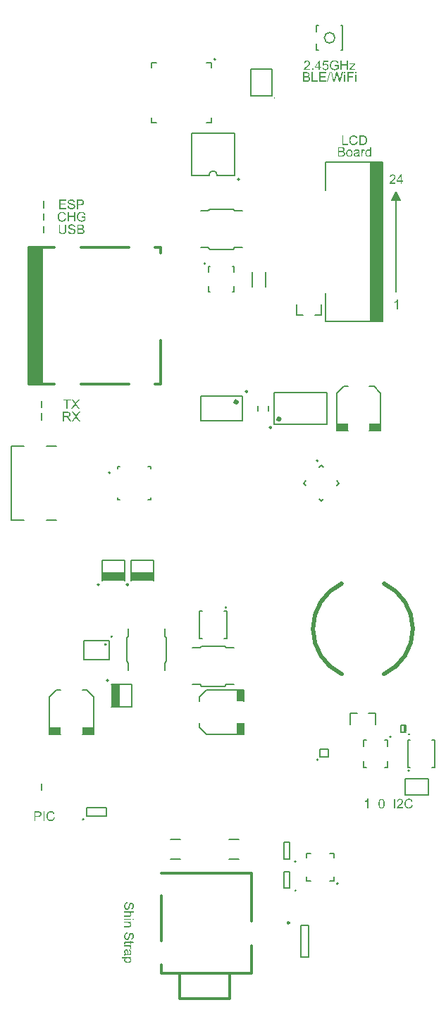
<source format=gbr>
%TF.GenerationSoftware,Altium Limited,Altium Designer,22.5.1 (42)*%
G04 Layer_Color=65535*
%FSLAX45Y45*%
%MOMM*%
%TF.SameCoordinates,B0F14D10-A82B-43C6-BF60-515EF57ECD05*%
%TF.FilePolarity,Positive*%
%TF.FileFunction,Legend,Top*%
%TF.Part,Single*%
G01*
G75*
%TA.AperFunction,NonConductor*%
%ADD115C,0.30000*%
%ADD117C,0.50000*%
%ADD118C,0.20000*%
%ADD134C,0.25400*%
%ADD135C,0.20320*%
%ADD136C,0.25000*%
%ADD137C,0.15240*%
%ADD138C,0.35000*%
%ADD139C,0.15000*%
%ADD140C,0.12700*%
%ADD141R,1.58450X19.20000*%
%ADD142R,0.40000X0.80000*%
%ADD143R,1.70734X16.44000*%
%ADD144R,0.85000X1.35000*%
%ADD145R,1.34999X0.85000*%
%ADD146R,2.69996X1.08379*%
%ADD147R,1.08379X2.69996*%
G36*
X2050000Y3400000D02*
X2000000Y3500000D01*
X1950000Y3400000D01*
X2050000D01*
D02*
G37*
G36*
X-1901070Y3408760D02*
X-1899918D01*
X-1896790Y3408430D01*
X-1893334Y3407937D01*
X-1889713Y3407114D01*
X-1885763Y3406126D01*
X-1882142Y3404809D01*
X-1881977D01*
X-1881648Y3404645D01*
X-1881154Y3404316D01*
X-1880496Y3403986D01*
X-1878850Y3403163D01*
X-1876710Y3401682D01*
X-1874241Y3400036D01*
X-1871772Y3397896D01*
X-1869468Y3395428D01*
X-1867328Y3392629D01*
Y3392465D01*
X-1867164Y3392300D01*
X-1866835Y3391807D01*
X-1866506Y3391313D01*
X-1865683Y3389667D01*
X-1864695Y3387527D01*
X-1863543Y3384894D01*
X-1862720Y3381766D01*
X-1861897Y3378475D01*
X-1861568Y3374854D01*
X-1876052Y3373701D01*
Y3373866D01*
Y3374195D01*
X-1876216Y3374689D01*
X-1876381Y3375512D01*
X-1876875Y3377322D01*
X-1877533Y3379791D01*
X-1878521Y3382425D01*
X-1880002Y3385058D01*
X-1881813Y3387527D01*
X-1884117Y3389831D01*
X-1884446Y3389996D01*
X-1885269Y3390654D01*
X-1886915Y3391642D01*
X-1889055Y3392629D01*
X-1891853Y3393617D01*
X-1895145Y3394605D01*
X-1899259Y3395263D01*
X-1903868Y3395428D01*
X-1906172D01*
X-1907160Y3395263D01*
X-1908476Y3395098D01*
X-1911439Y3394769D01*
X-1914731Y3394111D01*
X-1918023Y3393288D01*
X-1921150Y3391971D01*
X-1922467Y3391148D01*
X-1923784Y3390325D01*
X-1924113Y3390161D01*
X-1924771Y3389502D01*
X-1925759Y3388350D01*
X-1926746Y3387033D01*
X-1927898Y3385223D01*
X-1928886Y3383248D01*
X-1929544Y3380943D01*
X-1929873Y3378310D01*
Y3377981D01*
Y3377322D01*
X-1929709Y3376170D01*
X-1929380Y3374854D01*
X-1928886Y3373208D01*
X-1928063Y3371562D01*
X-1927075Y3369916D01*
X-1925594Y3368270D01*
X-1925429Y3368105D01*
X-1924607Y3367612D01*
X-1923948Y3367118D01*
X-1923290Y3366789D01*
X-1922302Y3366295D01*
X-1921150Y3365636D01*
X-1919669Y3365143D01*
X-1918023Y3364484D01*
X-1916212Y3363826D01*
X-1914073Y3363003D01*
X-1911768Y3362345D01*
X-1909135Y3361522D01*
X-1906172Y3360863D01*
X-1902880Y3360040D01*
X-1902716D01*
X-1902057Y3359876D01*
X-1901070Y3359711D01*
X-1899918Y3359382D01*
X-1898436Y3359053D01*
X-1896626Y3358559D01*
X-1894815Y3358065D01*
X-1892840Y3357571D01*
X-1888561Y3356419D01*
X-1884446Y3355267D01*
X-1882471Y3354609D01*
X-1880660Y3353950D01*
X-1879015Y3353457D01*
X-1877698Y3352798D01*
X-1877533D01*
X-1877204Y3352634D01*
X-1876710Y3352304D01*
X-1876052Y3351975D01*
X-1874241Y3350988D01*
X-1872102Y3349671D01*
X-1869633Y3347860D01*
X-1867164Y3345885D01*
X-1864860Y3343581D01*
X-1862885Y3341112D01*
X-1862720Y3340783D01*
X-1862062Y3339960D01*
X-1861403Y3338479D01*
X-1860416Y3336504D01*
X-1859593Y3334199D01*
X-1858770Y3331401D01*
X-1858276Y3328274D01*
X-1858111Y3324982D01*
Y3324818D01*
Y3324653D01*
Y3324159D01*
Y3323501D01*
X-1858441Y3321690D01*
X-1858770Y3319386D01*
X-1859428Y3316753D01*
X-1860251Y3313955D01*
X-1861568Y3310992D01*
X-1863378Y3307865D01*
Y3307700D01*
X-1863543Y3307535D01*
X-1864366Y3306548D01*
X-1865518Y3305067D01*
X-1867164Y3303421D01*
X-1869304Y3301446D01*
X-1871937Y3299306D01*
X-1874900Y3297331D01*
X-1878356Y3295520D01*
X-1878521D01*
X-1878850Y3295356D01*
X-1879344Y3295191D01*
X-1880002Y3294862D01*
X-1880990Y3294533D01*
X-1882142Y3294039D01*
X-1884775Y3293381D01*
X-1887902Y3292558D01*
X-1891688Y3291735D01*
X-1895803Y3291241D01*
X-1900247Y3291076D01*
X-1902880D01*
X-1904197Y3291241D01*
X-1905678D01*
X-1907324Y3291405D01*
X-1909299Y3291570D01*
X-1913414Y3292228D01*
X-1917694Y3292887D01*
X-1921973Y3294039D01*
X-1926088Y3295520D01*
X-1926252D01*
X-1926582Y3295685D01*
X-1927075Y3296014D01*
X-1927734Y3296343D01*
X-1929709Y3297331D01*
X-1932013Y3298812D01*
X-1934647Y3300787D01*
X-1937445Y3303091D01*
X-1940078Y3305890D01*
X-1942547Y3309017D01*
Y3309181D01*
X-1942876Y3309511D01*
X-1943041Y3310004D01*
X-1943535Y3310663D01*
X-1943864Y3311486D01*
X-1944358Y3312473D01*
X-1945510Y3314942D01*
X-1946662Y3318069D01*
X-1947649Y3321526D01*
X-1948308Y3325476D01*
X-1948637Y3329591D01*
X-1934482Y3330907D01*
Y3330743D01*
Y3330578D01*
X-1934317Y3330085D01*
Y3329426D01*
X-1933988Y3327945D01*
X-1933494Y3325805D01*
X-1932836Y3323665D01*
X-1932178Y3321197D01*
X-1931026Y3318892D01*
X-1929873Y3316753D01*
X-1929709Y3316588D01*
X-1929215Y3315930D01*
X-1928392Y3314777D01*
X-1927075Y3313625D01*
X-1925429Y3312144D01*
X-1923619Y3310663D01*
X-1921150Y3309181D01*
X-1918517Y3307865D01*
X-1918352D01*
X-1918187Y3307700D01*
X-1917694Y3307535D01*
X-1917200Y3307371D01*
X-1915554Y3306877D01*
X-1913414Y3306219D01*
X-1910781Y3305560D01*
X-1907818Y3305067D01*
X-1904526Y3304737D01*
X-1900905Y3304573D01*
X-1899424D01*
X-1897778Y3304737D01*
X-1895803Y3304902D01*
X-1893499Y3305231D01*
X-1890865Y3305560D01*
X-1888232Y3306219D01*
X-1885763Y3307042D01*
X-1885434Y3307206D01*
X-1884611Y3307535D01*
X-1883459Y3308194D01*
X-1881977Y3308852D01*
X-1880496Y3310004D01*
X-1878850Y3311156D01*
X-1877204Y3312473D01*
X-1875887Y3314119D01*
X-1875723Y3314284D01*
X-1875394Y3314942D01*
X-1874900Y3315765D01*
X-1874241Y3317082D01*
X-1873583Y3318398D01*
X-1873089Y3320044D01*
X-1872760Y3321855D01*
X-1872595Y3323830D01*
Y3323995D01*
Y3324818D01*
X-1872760Y3325805D01*
X-1872925Y3327122D01*
X-1873418Y3328439D01*
X-1873912Y3330085D01*
X-1874735Y3331730D01*
X-1875887Y3333212D01*
X-1876052Y3333376D01*
X-1876546Y3333870D01*
X-1877204Y3334529D01*
X-1878356Y3335516D01*
X-1879673Y3336504D01*
X-1881483Y3337656D01*
X-1883623Y3338808D01*
X-1886092Y3339795D01*
X-1886257Y3339960D01*
X-1887080Y3340125D01*
X-1888396Y3340618D01*
X-1889219Y3340783D01*
X-1890371Y3341112D01*
X-1891524Y3341606D01*
X-1893005Y3341935D01*
X-1894651Y3342429D01*
X-1896626Y3342923D01*
X-1898601Y3343416D01*
X-1900905Y3344075D01*
X-1903539Y3344733D01*
X-1906337Y3345392D01*
X-1906501D01*
X-1906995Y3345556D01*
X-1907818Y3345721D01*
X-1908806Y3346050D01*
X-1910122Y3346379D01*
X-1911604Y3346708D01*
X-1914896Y3347696D01*
X-1918517Y3348848D01*
X-1922302Y3350000D01*
X-1925594Y3351152D01*
X-1927075Y3351811D01*
X-1928392Y3352469D01*
X-1928557D01*
X-1928721Y3352634D01*
X-1929709Y3353292D01*
X-1931190Y3354115D01*
X-1932836Y3355432D01*
X-1934811Y3356913D01*
X-1936786Y3358724D01*
X-1938761Y3360863D01*
X-1940407Y3363168D01*
X-1940572Y3363497D01*
X-1941066Y3364320D01*
X-1941724Y3365636D01*
X-1942382Y3367282D01*
X-1943041Y3369422D01*
X-1943699Y3371891D01*
X-1944193Y3374524D01*
X-1944358Y3377322D01*
Y3377487D01*
Y3377652D01*
Y3378145D01*
Y3378804D01*
X-1944028Y3380450D01*
X-1943699Y3382589D01*
X-1943205Y3385058D01*
X-1942382Y3387856D01*
X-1941230Y3390654D01*
X-1939584Y3393452D01*
Y3393617D01*
X-1939420Y3393782D01*
X-1938597Y3394769D01*
X-1937445Y3396086D01*
X-1935963Y3397732D01*
X-1933988Y3399542D01*
X-1931519Y3401517D01*
X-1928557Y3403328D01*
X-1925265Y3404974D01*
X-1925100D01*
X-1924771Y3405138D01*
X-1924277Y3405303D01*
X-1923619Y3405632D01*
X-1922796Y3405961D01*
X-1921644Y3406291D01*
X-1919175Y3406949D01*
X-1916048Y3407607D01*
X-1912427Y3408266D01*
X-1908641Y3408760D01*
X-1904362Y3408924D01*
X-1902222D01*
X-1901070Y3408760D01*
D02*
G37*
G36*
X-1788160Y3406784D02*
X-1785362Y3406620D01*
X-1782399Y3406455D01*
X-1779601Y3406126D01*
X-1777132Y3405797D01*
X-1776803D01*
X-1775651Y3405468D01*
X-1774169Y3405138D01*
X-1772194Y3404645D01*
X-1770055Y3403822D01*
X-1767750Y3402834D01*
X-1765281Y3401682D01*
X-1763142Y3400365D01*
X-1762813Y3400201D01*
X-1762154Y3399707D01*
X-1761167Y3398719D01*
X-1759850Y3397567D01*
X-1758369Y3396086D01*
X-1756887Y3394111D01*
X-1755241Y3391971D01*
X-1753925Y3389502D01*
X-1753760Y3389173D01*
X-1753431Y3388350D01*
X-1752772Y3386869D01*
X-1752114Y3384894D01*
X-1751620Y3382589D01*
X-1750962Y3379956D01*
X-1750633Y3376993D01*
X-1750468Y3373866D01*
Y3373701D01*
Y3373208D01*
Y3372549D01*
X-1750633Y3371397D01*
X-1750797Y3370245D01*
X-1750962Y3368764D01*
X-1751291Y3367118D01*
X-1751620Y3365307D01*
X-1752772Y3361522D01*
X-1753431Y3359546D01*
X-1754418Y3357407D01*
X-1755571Y3355267D01*
X-1756723Y3353292D01*
X-1758204Y3351317D01*
X-1759850Y3349342D01*
X-1760015Y3349177D01*
X-1760344Y3348848D01*
X-1760837Y3348354D01*
X-1761660Y3347860D01*
X-1762648Y3347038D01*
X-1763965Y3346215D01*
X-1765611Y3345227D01*
X-1767421Y3344404D01*
X-1769561Y3343416D01*
X-1772030Y3342429D01*
X-1774663Y3341606D01*
X-1777790Y3340948D01*
X-1781082Y3340289D01*
X-1784703Y3339795D01*
X-1788818Y3339466D01*
X-1793098Y3339302D01*
X-1822230D01*
Y3293051D01*
X-1837373D01*
Y3406949D01*
X-1790629D01*
X-1788160Y3406784D01*
D02*
G37*
G36*
X-1967071Y3393452D02*
X-2034389D01*
Y3358724D01*
X-1971351D01*
Y3345227D01*
X-2034389D01*
Y3306548D01*
X-1964438D01*
Y3293051D01*
X-2049532D01*
Y3406949D01*
X-1967071D01*
Y3393452D01*
D02*
G37*
G36*
X-2145914Y-3941241D02*
X-2144432Y-3941405D01*
X-2142622Y-3941570D01*
X-2140811Y-3941734D01*
X-2138672Y-3942228D01*
X-2134228Y-3943216D01*
X-2129290Y-3944697D01*
X-2126821Y-3945685D01*
X-2124517Y-3946837D01*
X-2122212Y-3948318D01*
X-2119908Y-3949799D01*
X-2119744Y-3949964D01*
X-2119414Y-3950128D01*
X-2118756Y-3950622D01*
X-2117933Y-3951445D01*
X-2117110Y-3952268D01*
X-2115958Y-3953420D01*
X-2114806Y-3954737D01*
X-2113489Y-3956054D01*
X-2112172Y-3957700D01*
X-2110856Y-3959675D01*
X-2109374Y-3961650D01*
X-2108058Y-3963790D01*
X-2106905Y-3966259D01*
X-2105589Y-3968727D01*
X-2104601Y-3971361D01*
X-2103614Y-3974324D01*
X-2118427Y-3977780D01*
Y-3977615D01*
X-2118591Y-3977286D01*
X-2118921Y-3976628D01*
X-2119250Y-3975805D01*
X-2119579Y-3974817D01*
X-2120073Y-3973501D01*
X-2121389Y-3970867D01*
X-2123035Y-3967904D01*
X-2125010Y-3964942D01*
X-2127479Y-3962144D01*
X-2130113Y-3959675D01*
X-2130442Y-3959346D01*
X-2131430Y-3958687D01*
X-2133075Y-3957864D01*
X-2135215Y-3956712D01*
X-2138013Y-3955725D01*
X-2141140Y-3954737D01*
X-2144926Y-3954079D01*
X-2149041Y-3953914D01*
X-2150358D01*
X-2151181Y-3954079D01*
X-2152333D01*
X-2153649Y-3954243D01*
X-2156777Y-3954737D01*
X-2160233Y-3955395D01*
X-2163854Y-3956548D01*
X-2167640Y-3958194D01*
X-2171096Y-3960333D01*
X-2171261D01*
X-2171425Y-3960662D01*
X-2172578Y-3961485D01*
X-2174059Y-3962802D01*
X-2175869Y-3964777D01*
X-2178009Y-3967246D01*
X-2179984Y-3970044D01*
X-2181795Y-3973501D01*
X-2183441Y-3977286D01*
Y-3977451D01*
X-2183605Y-3977780D01*
X-2183770Y-3978274D01*
X-2183934Y-3979097D01*
X-2184264Y-3980084D01*
X-2184593Y-3981236D01*
X-2185087Y-3984034D01*
X-2185745Y-3987326D01*
X-2186403Y-3990947D01*
X-2186732Y-3994898D01*
X-2186897Y-3999177D01*
Y-3999342D01*
Y-3999835D01*
Y-4000658D01*
Y-4001646D01*
X-2186732Y-4002798D01*
Y-4004279D01*
X-2186568Y-4005925D01*
X-2186403Y-4007736D01*
X-2185910Y-4011686D01*
X-2185087Y-4015965D01*
X-2184099Y-4020245D01*
X-2182782Y-4024524D01*
Y-4024689D01*
X-2182618Y-4025018D01*
X-2182288Y-4025512D01*
X-2181959Y-4026335D01*
X-2180972Y-4028310D01*
X-2179490Y-4030614D01*
X-2177680Y-4033247D01*
X-2175376Y-4036046D01*
X-2172742Y-4038514D01*
X-2169615Y-4040819D01*
X-2169450D01*
X-2169121Y-4040983D01*
X-2168627Y-4041312D01*
X-2167969Y-4041642D01*
X-2167146Y-4041971D01*
X-2166158Y-4042465D01*
X-2163854Y-4043452D01*
X-2160892Y-4044440D01*
X-2157600Y-4045263D01*
X-2153979Y-4045921D01*
X-2150193Y-4046086D01*
X-2149041D01*
X-2148053Y-4045921D01*
X-2146901D01*
X-2145749Y-4045756D01*
X-2142786Y-4045098D01*
X-2139330Y-4044275D01*
X-2135874Y-4042958D01*
X-2132253Y-4041148D01*
X-2130442Y-4040160D01*
X-2128796Y-4038844D01*
X-2128632Y-4038679D01*
X-2128467Y-4038514D01*
X-2127973Y-4038021D01*
X-2127315Y-4037527D01*
X-2126656Y-4036704D01*
X-2125833Y-4035716D01*
X-2124846Y-4034729D01*
X-2124023Y-4033412D01*
X-2123035Y-4031931D01*
X-2121883Y-4030285D01*
X-2120896Y-4028639D01*
X-2119908Y-4026664D01*
X-2119085Y-4024524D01*
X-2118262Y-4022220D01*
X-2117439Y-4019751D01*
X-2116781Y-4017117D01*
X-2101638Y-4020903D01*
Y-4021068D01*
X-2101803Y-4021726D01*
X-2102132Y-4022714D01*
X-2102626Y-4024030D01*
X-2103120Y-4025512D01*
X-2103778Y-4027322D01*
X-2104601Y-4029297D01*
X-2105589Y-4031437D01*
X-2107893Y-4036046D01*
X-2110856Y-4040654D01*
X-2112666Y-4042958D01*
X-2114477Y-4045263D01*
X-2116452Y-4047238D01*
X-2118756Y-4049213D01*
X-2118921Y-4049377D01*
X-2119250Y-4049707D01*
X-2120073Y-4050036D01*
X-2120896Y-4050694D01*
X-2122212Y-4051517D01*
X-2123529Y-4052340D01*
X-2125340Y-4053163D01*
X-2127150Y-4053986D01*
X-2129290Y-4054974D01*
X-2131594Y-4055797D01*
X-2134063Y-4056620D01*
X-2136697Y-4057442D01*
X-2139495Y-4058101D01*
X-2142457Y-4058430D01*
X-2145584Y-4058759D01*
X-2148876Y-4058924D01*
X-2150687D01*
X-2152004Y-4058759D01*
X-2153485D01*
X-2155295Y-4058595D01*
X-2157271Y-4058265D01*
X-2159575Y-4057936D01*
X-2164348Y-4057113D01*
X-2169286Y-4055797D01*
X-2174223Y-4053986D01*
X-2176528Y-4052834D01*
X-2178832Y-4051517D01*
X-2178997Y-4051353D01*
X-2179326Y-4051188D01*
X-2179984Y-4050694D01*
X-2180643Y-4050036D01*
X-2181630Y-4049377D01*
X-2182782Y-4048390D01*
X-2184099Y-4047238D01*
X-2185416Y-4045921D01*
X-2186732Y-4044440D01*
X-2188214Y-4042958D01*
X-2191176Y-4039173D01*
X-2193975Y-4034729D01*
X-2196443Y-4029791D01*
Y-4029626D01*
X-2196773Y-4029133D01*
X-2196937Y-4028310D01*
X-2197431Y-4027322D01*
X-2197760Y-4026005D01*
X-2198254Y-4024359D01*
X-2198912Y-4022549D01*
X-2199406Y-4020574D01*
X-2199900Y-4018434D01*
X-2200558Y-4015965D01*
X-2201381Y-4010863D01*
X-2202040Y-4005102D01*
X-2202369Y-3999177D01*
Y-3999012D01*
Y-3998354D01*
Y-3997366D01*
X-2202204Y-3996214D01*
Y-3994568D01*
X-2202040Y-3992922D01*
X-2201875Y-3990783D01*
X-2201546Y-3988643D01*
X-2200723Y-3983870D01*
X-2199571Y-3978603D01*
X-2197925Y-3973336D01*
X-2195620Y-3968234D01*
X-2195456Y-3968069D01*
X-2195291Y-3967575D01*
X-2194962Y-3966917D01*
X-2194304Y-3966094D01*
X-2193645Y-3964942D01*
X-2192822Y-3963625D01*
X-2190683Y-3960662D01*
X-2187885Y-3957371D01*
X-2184593Y-3954079D01*
X-2180807Y-3950787D01*
X-2176363Y-3947989D01*
X-2176199Y-3947824D01*
X-2175705Y-3947660D01*
X-2175046Y-3947330D01*
X-2174223Y-3946837D01*
X-2172907Y-3946343D01*
X-2171590Y-3945849D01*
X-2169944Y-3945191D01*
X-2168134Y-3944532D01*
X-2166158Y-3943874D01*
X-2164019Y-3943216D01*
X-2159410Y-3942228D01*
X-2154143Y-3941405D01*
X-2148712Y-3941076D01*
X-2147066D01*
X-2145914Y-3941241D01*
D02*
G37*
G36*
X-2224589Y-4056949D02*
X-2239731D01*
Y-3943051D01*
X-2224589D01*
Y-4056949D01*
D02*
G37*
G36*
X-2299149Y-3943216D02*
X-2296351Y-3943380D01*
X-2293388Y-3943545D01*
X-2290590Y-3943874D01*
X-2288121Y-3944203D01*
X-2287792D01*
X-2286640Y-3944532D01*
X-2285158Y-3944862D01*
X-2283183Y-3945355D01*
X-2281044Y-3946178D01*
X-2278739Y-3947166D01*
X-2276271Y-3948318D01*
X-2274131Y-3949635D01*
X-2273802Y-3949799D01*
X-2273143Y-3950293D01*
X-2272156Y-3951281D01*
X-2270839Y-3952433D01*
X-2269358Y-3953914D01*
X-2267876Y-3955889D01*
X-2266230Y-3958029D01*
X-2264914Y-3960498D01*
X-2264749Y-3960827D01*
X-2264420Y-3961650D01*
X-2263762Y-3963131D01*
X-2263103Y-3965106D01*
X-2262609Y-3967411D01*
X-2261951Y-3970044D01*
X-2261622Y-3973007D01*
X-2261457Y-3976134D01*
Y-3976299D01*
Y-3976792D01*
Y-3977451D01*
X-2261622Y-3978603D01*
X-2261786Y-3979755D01*
X-2261951Y-3981236D01*
X-2262280Y-3982882D01*
X-2262609Y-3984693D01*
X-2263762Y-3988478D01*
X-2264420Y-3990454D01*
X-2265407Y-3992593D01*
X-2266560Y-3994733D01*
X-2267712Y-3996708D01*
X-2269193Y-3998683D01*
X-2270839Y-4000658D01*
X-2271004Y-4000823D01*
X-2271333Y-4001152D01*
X-2271827Y-4001646D01*
X-2272650Y-4002140D01*
X-2273637Y-4002963D01*
X-2274954Y-4003785D01*
X-2276600Y-4004773D01*
X-2278410Y-4005596D01*
X-2280550Y-4006584D01*
X-2283019Y-4007571D01*
X-2285652Y-4008394D01*
X-2288780Y-4009052D01*
X-2292071Y-4009711D01*
X-2295692Y-4010205D01*
X-2299807Y-4010534D01*
X-2304087Y-4010698D01*
X-2333219D01*
Y-4056949D01*
X-2348362D01*
Y-3943051D01*
X-2301618D01*
X-2299149Y-3943216D01*
D02*
G37*
G36*
X2155725Y-3791241D02*
X2157206Y-3791405D01*
X2159017Y-3791570D01*
X2160827Y-3791734D01*
X2162967Y-3792228D01*
X2167411Y-3793216D01*
X2172348Y-3794697D01*
X2174817Y-3795685D01*
X2177122Y-3796837D01*
X2179426Y-3798318D01*
X2181730Y-3799799D01*
X2181895Y-3799964D01*
X2182224Y-3800129D01*
X2182882Y-3800622D01*
X2183705Y-3801445D01*
X2184528Y-3802268D01*
X2185680Y-3803420D01*
X2186833Y-3804737D01*
X2188149Y-3806054D01*
X2189466Y-3807700D01*
X2190783Y-3809675D01*
X2192264Y-3811650D01*
X2193581Y-3813790D01*
X2194733Y-3816259D01*
X2196050Y-3818727D01*
X2197037Y-3821361D01*
X2198025Y-3824324D01*
X2183212Y-3827780D01*
Y-3827615D01*
X2183047Y-3827286D01*
X2182718Y-3826628D01*
X2182389Y-3825805D01*
X2182059Y-3824817D01*
X2181566Y-3823501D01*
X2180249Y-3820867D01*
X2178603Y-3817904D01*
X2176628Y-3814942D01*
X2174159Y-3812144D01*
X2171526Y-3809675D01*
X2171196Y-3809346D01*
X2170209Y-3808687D01*
X2168563Y-3807864D01*
X2166423Y-3806712D01*
X2163625Y-3805725D01*
X2160498Y-3804737D01*
X2156712Y-3804079D01*
X2152597Y-3803914D01*
X2151281D01*
X2150458Y-3804079D01*
X2149306D01*
X2147989Y-3804243D01*
X2144862Y-3804737D01*
X2141405Y-3805395D01*
X2137784Y-3806548D01*
X2133999Y-3808194D01*
X2130542Y-3810333D01*
X2130378D01*
X2130213Y-3810662D01*
X2129061Y-3811485D01*
X2127579Y-3812802D01*
X2125769Y-3814777D01*
X2123629Y-3817246D01*
X2121654Y-3820044D01*
X2119844Y-3823501D01*
X2118198Y-3827286D01*
Y-3827451D01*
X2118033Y-3827780D01*
X2117869Y-3828274D01*
X2117704Y-3829097D01*
X2117375Y-3830084D01*
X2117046Y-3831236D01*
X2116552Y-3834034D01*
X2115893Y-3837326D01*
X2115235Y-3840947D01*
X2114906Y-3844898D01*
X2114741Y-3849177D01*
Y-3849342D01*
Y-3849835D01*
Y-3850658D01*
Y-3851646D01*
X2114906Y-3852798D01*
Y-3854279D01*
X2115070Y-3855925D01*
X2115235Y-3857736D01*
X2115729Y-3861686D01*
X2116552Y-3865965D01*
X2117539Y-3870245D01*
X2118856Y-3874524D01*
Y-3874689D01*
X2119021Y-3875018D01*
X2119350Y-3875512D01*
X2119679Y-3876335D01*
X2120667Y-3878310D01*
X2122148Y-3880614D01*
X2123958Y-3883248D01*
X2126263Y-3886046D01*
X2128896Y-3888514D01*
X2132023Y-3890819D01*
X2132188D01*
X2132517Y-3890983D01*
X2133011Y-3891313D01*
X2133669Y-3891642D01*
X2134492Y-3891971D01*
X2135480Y-3892465D01*
X2137784Y-3893452D01*
X2140747Y-3894440D01*
X2144039Y-3895263D01*
X2147660Y-3895921D01*
X2151445Y-3896086D01*
X2152597D01*
X2153585Y-3895921D01*
X2154737D01*
X2155889Y-3895756D01*
X2158852Y-3895098D01*
X2162308Y-3894275D01*
X2165765Y-3892958D01*
X2169386Y-3891148D01*
X2171196Y-3890160D01*
X2172842Y-3888844D01*
X2173007Y-3888679D01*
X2173171Y-3888514D01*
X2173665Y-3888021D01*
X2174324Y-3887527D01*
X2174982Y-3886704D01*
X2175805Y-3885716D01*
X2176792Y-3884729D01*
X2177615Y-3883412D01*
X2178603Y-3881931D01*
X2179755Y-3880285D01*
X2180743Y-3878639D01*
X2181730Y-3876664D01*
X2182553Y-3874524D01*
X2183376Y-3872220D01*
X2184199Y-3869751D01*
X2184857Y-3867117D01*
X2200000Y-3870903D01*
Y-3871068D01*
X2199835Y-3871726D01*
X2199506Y-3872714D01*
X2199012Y-3874030D01*
X2198519Y-3875512D01*
X2197860Y-3877322D01*
X2197037Y-3879297D01*
X2196050Y-3881437D01*
X2193745Y-3886046D01*
X2190783Y-3890654D01*
X2188972Y-3892958D01*
X2187162Y-3895263D01*
X2185187Y-3897238D01*
X2182882Y-3899213D01*
X2182718Y-3899378D01*
X2182389Y-3899707D01*
X2181566Y-3900036D01*
X2180743Y-3900694D01*
X2179426Y-3901517D01*
X2178109Y-3902340D01*
X2176299Y-3903163D01*
X2174488Y-3903986D01*
X2172348Y-3904974D01*
X2170044Y-3905797D01*
X2167575Y-3906620D01*
X2164942Y-3907443D01*
X2162144Y-3908101D01*
X2159181Y-3908430D01*
X2156054Y-3908759D01*
X2152762Y-3908924D01*
X2150952D01*
X2149635Y-3908759D01*
X2148153D01*
X2146343Y-3908595D01*
X2144368Y-3908265D01*
X2142064Y-3907936D01*
X2137290Y-3907113D01*
X2132353Y-3905797D01*
X2127415Y-3903986D01*
X2125111Y-3902834D01*
X2122806Y-3901517D01*
X2122642Y-3901353D01*
X2122312Y-3901188D01*
X2121654Y-3900694D01*
X2120996Y-3900036D01*
X2120008Y-3899378D01*
X2118856Y-3898390D01*
X2117539Y-3897238D01*
X2116223Y-3895921D01*
X2114906Y-3894440D01*
X2113425Y-3892958D01*
X2110462Y-3889173D01*
X2107664Y-3884729D01*
X2105195Y-3879791D01*
Y-3879626D01*
X2104866Y-3879133D01*
X2104701Y-3878310D01*
X2104207Y-3877322D01*
X2103878Y-3876005D01*
X2103384Y-3874360D01*
X2102726Y-3872549D01*
X2102232Y-3870574D01*
X2101738Y-3868434D01*
X2101080Y-3865965D01*
X2100257Y-3860863D01*
X2099599Y-3855102D01*
X2099270Y-3849177D01*
Y-3849012D01*
Y-3848354D01*
Y-3847366D01*
X2099434Y-3846214D01*
Y-3844568D01*
X2099599Y-3842922D01*
X2099763Y-3840783D01*
X2100093Y-3838643D01*
X2100916Y-3833870D01*
X2102068Y-3828603D01*
X2103714Y-3823336D01*
X2106018Y-3818234D01*
X2106182Y-3818069D01*
X2106347Y-3817575D01*
X2106676Y-3816917D01*
X2107335Y-3816094D01*
X2107993Y-3814942D01*
X2108816Y-3813625D01*
X2110956Y-3810662D01*
X2113754Y-3807371D01*
X2117046Y-3804079D01*
X2120831Y-3800787D01*
X2125275Y-3797989D01*
X2125440Y-3797824D01*
X2125934Y-3797660D01*
X2126592Y-3797330D01*
X2127415Y-3796837D01*
X2128732Y-3796343D01*
X2130048Y-3795849D01*
X2131694Y-3795191D01*
X2133505Y-3794532D01*
X2135480Y-3793874D01*
X2137620Y-3793216D01*
X2142228Y-3792228D01*
X2147495Y-3791405D01*
X2152927Y-3791076D01*
X2154573D01*
X2155725Y-3791241D01*
D02*
G37*
G36*
X2049892Y-3792722D02*
X2051209Y-3792886D01*
X2052855Y-3793051D01*
X2054665Y-3793380D01*
X2056476Y-3793709D01*
X2060755Y-3794862D01*
X2065034Y-3796508D01*
X2067174Y-3797495D01*
X2069314Y-3798647D01*
X2071289Y-3800129D01*
X2073099Y-3801774D01*
X2073264Y-3801939D01*
X2073593Y-3802104D01*
X2073922Y-3802762D01*
X2074581Y-3803420D01*
X2075404Y-3804243D01*
X2076227Y-3805395D01*
X2077050Y-3806548D01*
X2078037Y-3808029D01*
X2079683Y-3811156D01*
X2081329Y-3815106D01*
X2081987Y-3817082D01*
X2082317Y-3819386D01*
X2082646Y-3821690D01*
X2082810Y-3824159D01*
Y-3824488D01*
Y-3825311D01*
X2082646Y-3826628D01*
X2082481Y-3828438D01*
X2082152Y-3830413D01*
X2081494Y-3832718D01*
X2080835Y-3835187D01*
X2079848Y-3837656D01*
X2079683Y-3837985D01*
X2079354Y-3838808D01*
X2078696Y-3840124D01*
X2077708Y-3841935D01*
X2076391Y-3843910D01*
X2074745Y-3846379D01*
X2072770Y-3848848D01*
X2070466Y-3851646D01*
X2070137Y-3851975D01*
X2069314Y-3852963D01*
X2068491Y-3853786D01*
X2067668Y-3854608D01*
X2066680Y-3855596D01*
X2065364Y-3856913D01*
X2064047Y-3858230D01*
X2062401Y-3859711D01*
X2060755Y-3861357D01*
X2058780Y-3863167D01*
X2056640Y-3864978D01*
X2054336Y-3867117D01*
X2051703Y-3869257D01*
X2049069Y-3871561D01*
X2048904Y-3871726D01*
X2048575Y-3872055D01*
X2047917Y-3872549D01*
X2047094Y-3873207D01*
X2046106Y-3874195D01*
X2044954Y-3875182D01*
X2042321Y-3877322D01*
X2039523Y-3879791D01*
X2036889Y-3882260D01*
X2034585Y-3884400D01*
X2033597Y-3885223D01*
X2032774Y-3886046D01*
X2032610Y-3886210D01*
X2032116Y-3886704D01*
X2031458Y-3887362D01*
X2030635Y-3888350D01*
X2029812Y-3889502D01*
X2028824Y-3890654D01*
X2026849Y-3893452D01*
X2082975D01*
Y-3906949D01*
X2007427D01*
Y-3906784D01*
Y-3906126D01*
Y-3905138D01*
X2007592Y-3903822D01*
X2007756Y-3902340D01*
X2008086Y-3900694D01*
X2008415Y-3899048D01*
X2009073Y-3897238D01*
Y-3897073D01*
X2009238Y-3896909D01*
X2009567Y-3895921D01*
X2010225Y-3894440D01*
X2011213Y-3892465D01*
X2012530Y-3890160D01*
X2014176Y-3887527D01*
X2015986Y-3884893D01*
X2018290Y-3882095D01*
Y-3881931D01*
X2018620Y-3881766D01*
X2019442Y-3880779D01*
X2020924Y-3879297D01*
X2023064Y-3877158D01*
X2025532Y-3874689D01*
X2028660Y-3871726D01*
X2032445Y-3868434D01*
X2036560Y-3864978D01*
X2036725Y-3864813D01*
X2037383Y-3864319D01*
X2038371Y-3863496D01*
X2039523Y-3862509D01*
X2041004Y-3861192D01*
X2042815Y-3859711D01*
X2044625Y-3858065D01*
X2046765Y-3856254D01*
X2050880Y-3852304D01*
X2054994Y-3848354D01*
X2056969Y-3846379D01*
X2058780Y-3844404D01*
X2060426Y-3842593D01*
X2061743Y-3840783D01*
Y-3840618D01*
X2062072Y-3840454D01*
X2062401Y-3839960D01*
X2062730Y-3839301D01*
X2063882Y-3837491D01*
X2065199Y-3835351D01*
X2066351Y-3832718D01*
X2067503Y-3829920D01*
X2068162Y-3826792D01*
X2068491Y-3823830D01*
Y-3823665D01*
Y-3823501D01*
X2068326Y-3822513D01*
X2068162Y-3820867D01*
X2067668Y-3819057D01*
X2067010Y-3816752D01*
X2065857Y-3814448D01*
X2064376Y-3812144D01*
X2062401Y-3809839D01*
X2062072Y-3809510D01*
X2061249Y-3808852D01*
X2060097Y-3808029D01*
X2058286Y-3806877D01*
X2055982Y-3805889D01*
X2053348Y-3804902D01*
X2050221Y-3804243D01*
X2046765Y-3804079D01*
X2045777D01*
X2045119Y-3804243D01*
X2043144Y-3804408D01*
X2040839Y-3804902D01*
X2038371Y-3805560D01*
X2035573Y-3806712D01*
X2032939Y-3808194D01*
X2030470Y-3810169D01*
X2030141Y-3810498D01*
X2029483Y-3811321D01*
X2028495Y-3812638D01*
X2027508Y-3814613D01*
X2026355Y-3816917D01*
X2025368Y-3819880D01*
X2024709Y-3823171D01*
X2024380Y-3826957D01*
X2010061Y-3825476D01*
Y-3825311D01*
X2010225Y-3824817D01*
Y-3823994D01*
X2010390Y-3822842D01*
X2010719Y-3821526D01*
X2011048Y-3820044D01*
X2011542Y-3818234D01*
X2012036Y-3816423D01*
X2013353Y-3812473D01*
X2015328Y-3808523D01*
X2016480Y-3806548D01*
X2017961Y-3804573D01*
X2019442Y-3802762D01*
X2021088Y-3801116D01*
X2021253Y-3800952D01*
X2021582Y-3800787D01*
X2022076Y-3800293D01*
X2022899Y-3799799D01*
X2023886Y-3799141D01*
X2025039Y-3798483D01*
X2026355Y-3797660D01*
X2028001Y-3796837D01*
X2029812Y-3796014D01*
X2031787Y-3795191D01*
X2033927Y-3794532D01*
X2036231Y-3793874D01*
X2038700Y-3793380D01*
X2041333Y-3792886D01*
X2044131Y-3792722D01*
X2047094Y-3792557D01*
X2048740D01*
X2049892Y-3792722D01*
D02*
G37*
G36*
X1988499Y-3906949D02*
X1973357D01*
Y-3793051D01*
X1988499D01*
Y-3906949D01*
D02*
G37*
G36*
X1663595D02*
X1649604D01*
Y-3817904D01*
X1649440Y-3818069D01*
X1648617Y-3818727D01*
X1647629Y-3819715D01*
X1645983Y-3820867D01*
X1644173Y-3822348D01*
X1641868Y-3823994D01*
X1639235Y-3825805D01*
X1636272Y-3827615D01*
X1636108D01*
X1635943Y-3827780D01*
X1634956Y-3828438D01*
X1633310Y-3829261D01*
X1631335Y-3830249D01*
X1629030Y-3831401D01*
X1626561Y-3832553D01*
X1624093Y-3833705D01*
X1621624Y-3834693D01*
Y-3821196D01*
X1621788D01*
X1622117Y-3820867D01*
X1622776Y-3820703D01*
X1623599Y-3820209D01*
X1624586Y-3819715D01*
X1625738Y-3819057D01*
X1628536Y-3817411D01*
X1631828Y-3815600D01*
X1635120Y-3813296D01*
X1638577Y-3810662D01*
X1642033Y-3807864D01*
X1642198Y-3807700D01*
X1642362Y-3807535D01*
X1642856Y-3807041D01*
X1643514Y-3806548D01*
X1644996Y-3804902D01*
X1646971Y-3802927D01*
X1648946Y-3800622D01*
X1651086Y-3797989D01*
X1652896Y-3795355D01*
X1654542Y-3792557D01*
X1663595D01*
Y-3906949D01*
D02*
G37*
G36*
X1828516Y-3792722D02*
X1830655Y-3793051D01*
X1833124Y-3793545D01*
X1835758Y-3794203D01*
X1838556Y-3795026D01*
X1841189Y-3796343D01*
X1841354D01*
X1841519Y-3796508D01*
X1842342Y-3797001D01*
X1843658Y-3797824D01*
X1845304Y-3798976D01*
X1847115Y-3800622D01*
X1849090Y-3802433D01*
X1850900Y-3804573D01*
X1852711Y-3807041D01*
X1852875Y-3807371D01*
X1853534Y-3808194D01*
X1854192Y-3809675D01*
X1855344Y-3811815D01*
X1856332Y-3814283D01*
X1857649Y-3817082D01*
X1858801Y-3820373D01*
X1859788Y-3823994D01*
Y-3824159D01*
X1859953Y-3824488D01*
X1860117Y-3824982D01*
X1860282Y-3825805D01*
X1860447Y-3826792D01*
X1860611Y-3827945D01*
X1860940Y-3829426D01*
X1861105Y-3831072D01*
X1861434Y-3832882D01*
X1861599Y-3834857D01*
X1861763Y-3837162D01*
X1862093Y-3839466D01*
X1862257Y-3842100D01*
Y-3844733D01*
X1862422Y-3847696D01*
Y-3850823D01*
Y-3850987D01*
Y-3851646D01*
Y-3852798D01*
Y-3854115D01*
X1862257Y-3855925D01*
Y-3857900D01*
X1862093Y-3860040D01*
X1861928Y-3862344D01*
X1861434Y-3867611D01*
X1860611Y-3873043D01*
X1859624Y-3878310D01*
X1858965Y-3880779D01*
X1858142Y-3883248D01*
Y-3883412D01*
X1857978Y-3883741D01*
X1857649Y-3884400D01*
X1857319Y-3885223D01*
X1856990Y-3886375D01*
X1856332Y-3887527D01*
X1855015Y-3890325D01*
X1853369Y-3893288D01*
X1851229Y-3896579D01*
X1848761Y-3899542D01*
X1845798Y-3902340D01*
X1845633D01*
X1845469Y-3902669D01*
X1844975Y-3902999D01*
X1844317Y-3903328D01*
X1843494Y-3903822D01*
X1842671Y-3904480D01*
X1840202Y-3905632D01*
X1837239Y-3906784D01*
X1833783Y-3907936D01*
X1829668Y-3908595D01*
X1825224Y-3908924D01*
X1823578D01*
X1822426Y-3908759D01*
X1821109Y-3908595D01*
X1819463Y-3908265D01*
X1817653Y-3907936D01*
X1815678Y-3907443D01*
X1813702Y-3906784D01*
X1811563Y-3906126D01*
X1809423Y-3905138D01*
X1807283Y-3903986D01*
X1805144Y-3902669D01*
X1803004Y-3901023D01*
X1801029Y-3899213D01*
X1799218Y-3897238D01*
X1799054Y-3897073D01*
X1798725Y-3896579D01*
X1798231Y-3895756D01*
X1797408Y-3894440D01*
X1796585Y-3892958D01*
X1795762Y-3890983D01*
X1794610Y-3888679D01*
X1793622Y-3886046D01*
X1792635Y-3883083D01*
X1791647Y-3879626D01*
X1790660Y-3875841D01*
X1789837Y-3871561D01*
X1789014Y-3866953D01*
X1788520Y-3862015D01*
X1788191Y-3856584D01*
X1788026Y-3850823D01*
Y-3850658D01*
Y-3850000D01*
Y-3848848D01*
Y-3847531D01*
X1788191Y-3845721D01*
Y-3843745D01*
X1788355Y-3841606D01*
X1788520Y-3839137D01*
X1789014Y-3834034D01*
X1789837Y-3828603D01*
X1790824Y-3823171D01*
X1791483Y-3820703D01*
X1792141Y-3818234D01*
Y-3818069D01*
X1792306Y-3817740D01*
X1792635Y-3817082D01*
X1792964Y-3816259D01*
X1793293Y-3815106D01*
X1793951Y-3813954D01*
X1795268Y-3811156D01*
X1796914Y-3808194D01*
X1799054Y-3805066D01*
X1801523Y-3801939D01*
X1804485Y-3799306D01*
X1804650D01*
X1804815Y-3798976D01*
X1805308Y-3798647D01*
X1805967Y-3798318D01*
X1806790Y-3797660D01*
X1807777Y-3797166D01*
X1810246Y-3795849D01*
X1813209Y-3794697D01*
X1816665Y-3793545D01*
X1820780Y-3792886D01*
X1825224Y-3792557D01*
X1826705D01*
X1828516Y-3792722D01*
D02*
G37*
G36*
X-1895968Y3108759D02*
X-1894815D01*
X-1891688Y3108430D01*
X-1888232Y3107936D01*
X-1884611Y3107113D01*
X-1880660Y3106126D01*
X-1877039Y3104809D01*
X-1876875D01*
X-1876546Y3104645D01*
X-1876052Y3104315D01*
X-1875394Y3103986D01*
X-1873748Y3103163D01*
X-1871608Y3101682D01*
X-1869139Y3100036D01*
X-1866670Y3097896D01*
X-1864366Y3095427D01*
X-1862226Y3092629D01*
Y3092465D01*
X-1862062Y3092300D01*
X-1861732Y3091806D01*
X-1861403Y3091313D01*
X-1860580Y3089667D01*
X-1859593Y3087527D01*
X-1858441Y3084893D01*
X-1857618Y3081766D01*
X-1856795Y3078474D01*
X-1856465Y3074853D01*
X-1870950Y3073701D01*
Y3073866D01*
Y3074195D01*
X-1871114Y3074689D01*
X-1871279Y3075512D01*
X-1871772Y3077322D01*
X-1872431Y3079791D01*
X-1873418Y3082425D01*
X-1874900Y3085058D01*
X-1876710Y3087527D01*
X-1879015Y3089831D01*
X-1879344Y3089996D01*
X-1880167Y3090654D01*
X-1881813Y3091642D01*
X-1883952Y3092629D01*
X-1886750Y3093617D01*
X-1890042Y3094604D01*
X-1894157Y3095263D01*
X-1898766Y3095427D01*
X-1901070D01*
X-1902057Y3095263D01*
X-1903374Y3095098D01*
X-1906337Y3094769D01*
X-1909629Y3094111D01*
X-1912920Y3093288D01*
X-1916048Y3091971D01*
X-1917364Y3091148D01*
X-1918681Y3090325D01*
X-1919010Y3090160D01*
X-1919669Y3089502D01*
X-1920656Y3088350D01*
X-1921644Y3087033D01*
X-1922796Y3085223D01*
X-1923784Y3083248D01*
X-1924442Y3080943D01*
X-1924771Y3078310D01*
Y3077981D01*
Y3077322D01*
X-1924607Y3076170D01*
X-1924277Y3074853D01*
X-1923784Y3073207D01*
X-1922961Y3071562D01*
X-1921973Y3069916D01*
X-1920492Y3068270D01*
X-1920327Y3068105D01*
X-1919504Y3067611D01*
X-1918846Y3067118D01*
X-1918187Y3066788D01*
X-1917200Y3066295D01*
X-1916048Y3065636D01*
X-1914566Y3065142D01*
X-1912920Y3064484D01*
X-1911110Y3063826D01*
X-1908970Y3063003D01*
X-1906666Y3062344D01*
X-1904033Y3061521D01*
X-1901070Y3060863D01*
X-1897778Y3060040D01*
X-1897613D01*
X-1896955Y3059876D01*
X-1895968Y3059711D01*
X-1894815Y3059382D01*
X-1893334Y3059053D01*
X-1891524Y3058559D01*
X-1889713Y3058065D01*
X-1887738Y3057571D01*
X-1883459Y3056419D01*
X-1879344Y3055267D01*
X-1877369Y3054609D01*
X-1875558Y3053950D01*
X-1873912Y3053456D01*
X-1872595Y3052798D01*
X-1872431D01*
X-1872102Y3052633D01*
X-1871608Y3052304D01*
X-1870950Y3051975D01*
X-1869139Y3050988D01*
X-1866999Y3049671D01*
X-1864530Y3047860D01*
X-1862062Y3045885D01*
X-1859757Y3043581D01*
X-1857782Y3041112D01*
X-1857618Y3040783D01*
X-1856959Y3039960D01*
X-1856301Y3038479D01*
X-1855313Y3036503D01*
X-1854490Y3034199D01*
X-1853667Y3031401D01*
X-1853174Y3028274D01*
X-1853009Y3024982D01*
Y3024817D01*
Y3024653D01*
Y3024159D01*
Y3023501D01*
X-1853338Y3021690D01*
X-1853667Y3019386D01*
X-1854326Y3016752D01*
X-1855149Y3013954D01*
X-1856465Y3010992D01*
X-1858276Y3007864D01*
Y3007700D01*
X-1858441Y3007535D01*
X-1859263Y3006548D01*
X-1860416Y3005066D01*
X-1862062Y3003420D01*
X-1864201Y3001445D01*
X-1866835Y2999306D01*
X-1869797Y2997331D01*
X-1873254Y2995520D01*
X-1873418D01*
X-1873748Y2995355D01*
X-1874241Y2995191D01*
X-1874900Y2994862D01*
X-1875887Y2994532D01*
X-1877039Y2994039D01*
X-1879673Y2993380D01*
X-1882800Y2992557D01*
X-1886586Y2991734D01*
X-1890701Y2991241D01*
X-1895145Y2991076D01*
X-1897778D01*
X-1899095Y2991241D01*
X-1900576D01*
X-1902222Y2991405D01*
X-1904197Y2991570D01*
X-1908312Y2992228D01*
X-1912591Y2992887D01*
X-1916871Y2994039D01*
X-1920985Y2995520D01*
X-1921150D01*
X-1921479Y2995685D01*
X-1921973Y2996014D01*
X-1922631Y2996343D01*
X-1924607Y2997331D01*
X-1926911Y2998812D01*
X-1929544Y3000787D01*
X-1932342Y3003091D01*
X-1934976Y3005889D01*
X-1937445Y3009017D01*
Y3009181D01*
X-1937774Y3009510D01*
X-1937938Y3010004D01*
X-1938432Y3010663D01*
X-1938761Y3011485D01*
X-1939255Y3012473D01*
X-1940407Y3014942D01*
X-1941559Y3018069D01*
X-1942547Y3021526D01*
X-1943205Y3025476D01*
X-1943535Y3029591D01*
X-1929380Y3030907D01*
Y3030743D01*
Y3030578D01*
X-1929215Y3030084D01*
Y3029426D01*
X-1928886Y3027945D01*
X-1928392Y3025805D01*
X-1927734Y3023665D01*
X-1927075Y3021196D01*
X-1925923Y3018892D01*
X-1924771Y3016752D01*
X-1924607Y3016588D01*
X-1924113Y3015929D01*
X-1923290Y3014777D01*
X-1921973Y3013625D01*
X-1920327Y3012144D01*
X-1918517Y3010663D01*
X-1916048Y3009181D01*
X-1913414Y3007864D01*
X-1913250D01*
X-1913085Y3007700D01*
X-1912591Y3007535D01*
X-1912098Y3007371D01*
X-1910452Y3006877D01*
X-1908312Y3006219D01*
X-1905678Y3005560D01*
X-1902716Y3005066D01*
X-1899424Y3004737D01*
X-1895803Y3004573D01*
X-1894322D01*
X-1892676Y3004737D01*
X-1890701Y3004902D01*
X-1888396Y3005231D01*
X-1885763Y3005560D01*
X-1883129Y3006219D01*
X-1880660Y3007041D01*
X-1880331Y3007206D01*
X-1879508Y3007535D01*
X-1878356Y3008194D01*
X-1876875Y3008852D01*
X-1875394Y3010004D01*
X-1873748Y3011156D01*
X-1872102Y3012473D01*
X-1870785Y3014119D01*
X-1870620Y3014284D01*
X-1870291Y3014942D01*
X-1869797Y3015765D01*
X-1869139Y3017082D01*
X-1868481Y3018398D01*
X-1867987Y3020044D01*
X-1867658Y3021855D01*
X-1867493Y3023830D01*
Y3023994D01*
Y3024817D01*
X-1867658Y3025805D01*
X-1867822Y3027122D01*
X-1868316Y3028438D01*
X-1868810Y3030084D01*
X-1869633Y3031730D01*
X-1870785Y3033212D01*
X-1870950Y3033376D01*
X-1871443Y3033870D01*
X-1872102Y3034528D01*
X-1873254Y3035516D01*
X-1874571Y3036503D01*
X-1876381Y3037656D01*
X-1878521Y3038808D01*
X-1880990Y3039795D01*
X-1881154Y3039960D01*
X-1881977Y3040124D01*
X-1883294Y3040618D01*
X-1884117Y3040783D01*
X-1885269Y3041112D01*
X-1886421Y3041606D01*
X-1887902Y3041935D01*
X-1889548Y3042429D01*
X-1891524Y3042923D01*
X-1893499Y3043416D01*
X-1895803Y3044075D01*
X-1898436Y3044733D01*
X-1901234Y3045391D01*
X-1901399D01*
X-1901893Y3045556D01*
X-1902716Y3045721D01*
X-1903703Y3046050D01*
X-1905020Y3046379D01*
X-1906501Y3046708D01*
X-1909793Y3047696D01*
X-1913414Y3048848D01*
X-1917200Y3050000D01*
X-1920492Y3051152D01*
X-1921973Y3051811D01*
X-1923290Y3052469D01*
X-1923454D01*
X-1923619Y3052633D01*
X-1924607Y3053292D01*
X-1926088Y3054115D01*
X-1927734Y3055432D01*
X-1929709Y3056913D01*
X-1931684Y3058723D01*
X-1933659Y3060863D01*
X-1935305Y3063167D01*
X-1935470Y3063497D01*
X-1935963Y3064320D01*
X-1936622Y3065636D01*
X-1937280Y3067282D01*
X-1937938Y3069422D01*
X-1938597Y3071891D01*
X-1939091Y3074524D01*
X-1939255Y3077322D01*
Y3077487D01*
Y3077651D01*
Y3078145D01*
Y3078804D01*
X-1938926Y3080450D01*
X-1938597Y3082589D01*
X-1938103Y3085058D01*
X-1937280Y3087856D01*
X-1936128Y3090654D01*
X-1934482Y3093452D01*
Y3093617D01*
X-1934317Y3093781D01*
X-1933494Y3094769D01*
X-1932342Y3096086D01*
X-1930861Y3097732D01*
X-1928886Y3099542D01*
X-1926417Y3101517D01*
X-1923454Y3103328D01*
X-1920163Y3104974D01*
X-1919998D01*
X-1919669Y3105138D01*
X-1919175Y3105303D01*
X-1918517Y3105632D01*
X-1917694Y3105961D01*
X-1916542Y3106290D01*
X-1914073Y3106949D01*
X-1910945Y3107607D01*
X-1907324Y3108266D01*
X-1903539Y3108759D01*
X-1899259Y3108924D01*
X-1897120D01*
X-1895968Y3108759D01*
D02*
G37*
G36*
X-1963615Y3041112D02*
Y3040947D01*
Y3040289D01*
Y3039466D01*
Y3038314D01*
X-1963779Y3036833D01*
Y3035187D01*
X-1963944Y3033212D01*
X-1964109Y3031237D01*
X-1964602Y3026793D01*
X-1965261Y3022184D01*
X-1966248Y3017740D01*
X-1966907Y3015600D01*
X-1967565Y3013625D01*
Y3013461D01*
X-1967730Y3013131D01*
X-1968059Y3012638D01*
X-1968388Y3011979D01*
X-1969376Y3010169D01*
X-1970857Y3007864D01*
X-1972832Y3005231D01*
X-1975136Y3002597D01*
X-1978099Y2999799D01*
X-1981720Y2997331D01*
X-1981885D01*
X-1982214Y2997001D01*
X-1982707Y2996837D01*
X-1983530Y2996343D01*
X-1984518Y2995849D01*
X-1985835Y2995355D01*
X-1987151Y2994862D01*
X-1988797Y2994203D01*
X-1990608Y2993545D01*
X-1992583Y2993051D01*
X-1994723Y2992557D01*
X-1997192Y2992064D01*
X-1999660Y2991734D01*
X-2002294Y2991405D01*
X-2008219Y2991076D01*
X-2009701D01*
X-2010853Y2991241D01*
X-2012169D01*
X-2013815Y2991405D01*
X-2015626Y2991570D01*
X-2017436Y2991734D01*
X-2021551Y2992393D01*
X-2025995Y2993380D01*
X-2030275Y2994697D01*
X-2034389Y2996508D01*
X-2034554D01*
X-2034883Y2996837D01*
X-2035377Y2997166D01*
X-2036035Y2997495D01*
X-2037846Y2998812D01*
X-2039986Y3000622D01*
X-2042454Y3002927D01*
X-2044759Y3005560D01*
X-2047063Y3008852D01*
X-2048873Y3012473D01*
Y3012638D01*
X-2049038Y3012967D01*
X-2049203Y3013625D01*
X-2049532Y3014448D01*
X-2049861Y3015436D01*
X-2050190Y3016752D01*
X-2050684Y3018234D01*
X-2051013Y3020044D01*
X-2051342Y3022019D01*
X-2051836Y3024159D01*
X-2052165Y3026463D01*
X-2052494Y3028932D01*
X-2052824Y3031730D01*
X-2052988Y3034693D01*
X-2053153Y3037820D01*
Y3041112D01*
Y3106949D01*
X-2038010D01*
Y3041112D01*
Y3040947D01*
Y3040454D01*
Y3039631D01*
Y3038643D01*
X-2037846Y3037491D01*
Y3036010D01*
X-2037681Y3032882D01*
X-2037352Y3029261D01*
X-2036858Y3025640D01*
X-2036200Y3022184D01*
X-2035871Y3020703D01*
X-2035377Y3019221D01*
X-2035212Y3018892D01*
X-2034883Y3018069D01*
X-2034060Y3016917D01*
X-2033073Y3015271D01*
X-2031920Y3013625D01*
X-2030275Y3011815D01*
X-2028299Y3010004D01*
X-2025995Y3008523D01*
X-2025666Y3008358D01*
X-2024843Y3007864D01*
X-2023362Y3007371D01*
X-2021387Y3006712D01*
X-2019082Y3005889D01*
X-2016120Y3005396D01*
X-2012992Y3004902D01*
X-2009536Y3004737D01*
X-2007890D01*
X-2006903Y3004902D01*
X-2005421D01*
X-2003940Y3005066D01*
X-2000319Y3005725D01*
X-1996369Y3006548D01*
X-1992583Y3007864D01*
X-1988962Y3009675D01*
X-1987316Y3010827D01*
X-1985835Y3012144D01*
X-1985670Y3012308D01*
X-1985506Y3012473D01*
X-1985176Y3012967D01*
X-1984683Y3013625D01*
X-1984189Y3014613D01*
X-1983530Y3015600D01*
X-1982872Y3017082D01*
X-1982214Y3018563D01*
X-1981555Y3020373D01*
X-1981062Y3022513D01*
X-1980403Y3024982D01*
X-1979909Y3027615D01*
X-1979416Y3030578D01*
X-1979086Y3033705D01*
X-1978757Y3037326D01*
Y3041112D01*
Y3106949D01*
X-1963615D01*
Y3041112D01*
D02*
G37*
G36*
X-1787008Y3106784D02*
X-1785691D01*
X-1782728Y3106455D01*
X-1779436Y3106126D01*
X-1775980Y3105467D01*
X-1772524Y3104645D01*
X-1769396Y3103492D01*
X-1769232D01*
X-1769067Y3103328D01*
X-1768080Y3102834D01*
X-1766598Y3102011D01*
X-1764952Y3100859D01*
X-1762977Y3099378D01*
X-1760837Y3097567D01*
X-1758862Y3095263D01*
X-1757052Y3092794D01*
X-1756887Y3092465D01*
X-1756393Y3091477D01*
X-1755571Y3090160D01*
X-1754748Y3088185D01*
X-1753925Y3085881D01*
X-1753102Y3083412D01*
X-1752608Y3080614D01*
X-1752443Y3077816D01*
Y3077487D01*
Y3076664D01*
X-1752608Y3075183D01*
X-1752937Y3073372D01*
X-1753431Y3071232D01*
X-1754254Y3068928D01*
X-1755241Y3066624D01*
X-1756558Y3064155D01*
X-1756723Y3063826D01*
X-1757216Y3063167D01*
X-1758204Y3061851D01*
X-1759521Y3060534D01*
X-1761167Y3058888D01*
X-1763142Y3057077D01*
X-1765611Y3055432D01*
X-1768409Y3053786D01*
X-1768244D01*
X-1767915Y3053621D01*
X-1767421Y3053456D01*
X-1766763Y3053127D01*
X-1764788Y3052469D01*
X-1762483Y3051317D01*
X-1760015Y3049835D01*
X-1757216Y3048025D01*
X-1754748Y3045885D01*
X-1752443Y3043252D01*
X-1752279Y3042923D01*
X-1751620Y3041935D01*
X-1750633Y3040454D01*
X-1749645Y3038479D01*
X-1748658Y3035845D01*
X-1747670Y3033047D01*
X-1747012Y3029755D01*
X-1746847Y3026134D01*
Y3025970D01*
Y3025805D01*
Y3024817D01*
X-1747012Y3023171D01*
X-1747341Y3021196D01*
X-1747670Y3018892D01*
X-1748328Y3016423D01*
X-1749151Y3013790D01*
X-1750304Y3011156D01*
X-1750468Y3010827D01*
X-1750962Y3010004D01*
X-1751620Y3008852D01*
X-1752608Y3007206D01*
X-1753925Y3005560D01*
X-1755241Y3003750D01*
X-1756887Y3001939D01*
X-1758698Y3000458D01*
X-1758862Y3000293D01*
X-1759521Y2999799D01*
X-1760673Y2999141D01*
X-1762154Y2998483D01*
X-1763965Y2997495D01*
X-1766104Y2996508D01*
X-1768409Y2995685D01*
X-1771207Y2994862D01*
X-1771536D01*
X-1772524Y2994532D01*
X-1774169Y2994368D01*
X-1776309Y2994039D01*
X-1778943Y2993710D01*
X-1782070Y2993380D01*
X-1785526Y2993216D01*
X-1789476Y2993051D01*
X-1832929D01*
Y3106949D01*
X-1788160D01*
X-1787008Y3106784D01*
D02*
G37*
G36*
X1492100Y4178003D02*
X1493581Y4177839D01*
X1495391Y4177674D01*
X1497202Y4177510D01*
X1499342Y4177016D01*
X1503786Y4176028D01*
X1508723Y4174547D01*
X1511192Y4173559D01*
X1513497Y4172407D01*
X1515801Y4170926D01*
X1518105Y4169445D01*
X1518270Y4169280D01*
X1518599Y4169115D01*
X1519257Y4168622D01*
X1520080Y4167799D01*
X1520903Y4166976D01*
X1522055Y4165824D01*
X1523208Y4164507D01*
X1524524Y4163190D01*
X1525841Y4161544D01*
X1527158Y4159569D01*
X1528639Y4157594D01*
X1529956Y4155454D01*
X1531108Y4152985D01*
X1532425Y4150516D01*
X1533412Y4147883D01*
X1534400Y4144920D01*
X1519586Y4141464D01*
Y4141628D01*
X1519422Y4141958D01*
X1519093Y4142616D01*
X1518764Y4143439D01*
X1518434Y4144427D01*
X1517941Y4145743D01*
X1516624Y4148377D01*
X1514978Y4151339D01*
X1513003Y4154302D01*
X1510534Y4157100D01*
X1507900Y4159569D01*
X1507571Y4159898D01*
X1506584Y4160557D01*
X1504938Y4161380D01*
X1502798Y4162532D01*
X1500000Y4163519D01*
X1496873Y4164507D01*
X1493087Y4165165D01*
X1488972Y4165330D01*
X1487656D01*
X1486833Y4165165D01*
X1485681D01*
X1484364Y4165001D01*
X1481237Y4164507D01*
X1477780Y4163848D01*
X1474159Y4162696D01*
X1470373Y4161050D01*
X1466917Y4158911D01*
X1466752D01*
X1466588Y4158581D01*
X1465436Y4157759D01*
X1463954Y4156442D01*
X1462144Y4154467D01*
X1460004Y4151998D01*
X1458029Y4149200D01*
X1456219Y4145743D01*
X1454573Y4141958D01*
Y4141793D01*
X1454408Y4141464D01*
X1454243Y4140970D01*
X1454079Y4140147D01*
X1453750Y4139160D01*
X1453421Y4138007D01*
X1452927Y4135209D01*
X1452268Y4131918D01*
X1451610Y4128297D01*
X1451281Y4124346D01*
X1451116Y4120067D01*
Y4119902D01*
Y4119409D01*
Y4118586D01*
Y4117598D01*
X1451281Y4116446D01*
Y4114965D01*
X1451445Y4113319D01*
X1451610Y4111508D01*
X1452104Y4107558D01*
X1452927Y4103279D01*
X1453914Y4098999D01*
X1455231Y4094720D01*
Y4094555D01*
X1455396Y4094226D01*
X1455725Y4093732D01*
X1456054Y4092909D01*
X1457042Y4090934D01*
X1458523Y4088630D01*
X1460333Y4085996D01*
X1462638Y4083198D01*
X1465271Y4080729D01*
X1468398Y4078425D01*
X1468563D01*
X1468892Y4078261D01*
X1469386Y4077931D01*
X1470044Y4077602D01*
X1470867Y4077273D01*
X1471855Y4076779D01*
X1474159Y4075792D01*
X1477122Y4074804D01*
X1480414Y4073981D01*
X1484035Y4073323D01*
X1487820Y4073158D01*
X1488972D01*
X1489960Y4073323D01*
X1491112D01*
X1492264Y4073487D01*
X1495227Y4074146D01*
X1498683Y4074969D01*
X1502140Y4076285D01*
X1505761Y4078096D01*
X1507571Y4079084D01*
X1509217Y4080400D01*
X1509382Y4080565D01*
X1509546Y4080729D01*
X1510040Y4081223D01*
X1510699Y4081717D01*
X1511357Y4082540D01*
X1512180Y4083528D01*
X1513167Y4084515D01*
X1513990Y4085832D01*
X1514978Y4087313D01*
X1516130Y4088959D01*
X1517118Y4090605D01*
X1518105Y4092580D01*
X1518928Y4094720D01*
X1519751Y4097024D01*
X1520574Y4099493D01*
X1521232Y4102126D01*
X1536375Y4098341D01*
Y4098176D01*
X1536210Y4097518D01*
X1535881Y4096530D01*
X1535387Y4095214D01*
X1534894Y4093732D01*
X1534235Y4091922D01*
X1533412Y4089947D01*
X1532425Y4087807D01*
X1530120Y4083198D01*
X1527158Y4078590D01*
X1525347Y4076285D01*
X1523537Y4073981D01*
X1521562Y4072006D01*
X1519257Y4070031D01*
X1519093Y4069866D01*
X1518764Y4069537D01*
X1517941Y4069208D01*
X1517118Y4068550D01*
X1515801Y4067727D01*
X1514484Y4066904D01*
X1512674Y4066081D01*
X1510863Y4065258D01*
X1508723Y4064270D01*
X1506419Y4063447D01*
X1503950Y4062624D01*
X1501317Y4061801D01*
X1498519Y4061143D01*
X1495556Y4060814D01*
X1492429Y4060485D01*
X1489137Y4060320D01*
X1487326D01*
X1486010Y4060485D01*
X1484528D01*
X1482718Y4060649D01*
X1480743Y4060978D01*
X1478438Y4061308D01*
X1473665Y4062131D01*
X1468728Y4063447D01*
X1463790Y4065258D01*
X1461486Y4066410D01*
X1459181Y4067727D01*
X1459017Y4067891D01*
X1458687Y4068056D01*
X1458029Y4068550D01*
X1457371Y4069208D01*
X1456383Y4069866D01*
X1455231Y4070854D01*
X1453914Y4072006D01*
X1452598Y4073323D01*
X1451281Y4074804D01*
X1449799Y4076285D01*
X1446837Y4080071D01*
X1444039Y4084515D01*
X1441570Y4089453D01*
Y4089617D01*
X1441241Y4090111D01*
X1441076Y4090934D01*
X1440582Y4091922D01*
X1440253Y4093238D01*
X1439759Y4094884D01*
X1439101Y4096695D01*
X1438607Y4098670D01*
X1438113Y4100810D01*
X1437455Y4103279D01*
X1436632Y4108381D01*
X1435974Y4114142D01*
X1435645Y4120067D01*
Y4120232D01*
Y4120890D01*
Y4121877D01*
X1435809Y4123030D01*
Y4124676D01*
X1435974Y4126321D01*
X1436138Y4128461D01*
X1436468Y4130601D01*
X1437290Y4135374D01*
X1438443Y4140641D01*
X1440089Y4145908D01*
X1442393Y4151010D01*
X1442557Y4151175D01*
X1442722Y4151669D01*
X1443051Y4152327D01*
X1443710Y4153150D01*
X1444368Y4154302D01*
X1445191Y4155619D01*
X1447331Y4158581D01*
X1450129Y4161873D01*
X1453421Y4165165D01*
X1457206Y4168457D01*
X1461650Y4171255D01*
X1461815Y4171420D01*
X1462308Y4171584D01*
X1462967Y4171913D01*
X1463790Y4172407D01*
X1465107Y4172901D01*
X1466423Y4173395D01*
X1468069Y4174053D01*
X1469880Y4174711D01*
X1471855Y4175370D01*
X1473995Y4176028D01*
X1478603Y4177016D01*
X1483870Y4177839D01*
X1489302Y4178168D01*
X1490947D01*
X1492100Y4178003D01*
D02*
G37*
G36*
X1601718Y4176028D02*
X1605010Y4175864D01*
X1608302Y4175534D01*
X1611593Y4175041D01*
X1614391Y4174547D01*
X1614556D01*
X1614885Y4174382D01*
X1615379D01*
X1616037Y4174053D01*
X1617848Y4173559D01*
X1620152Y4172736D01*
X1622786Y4171584D01*
X1625584Y4170103D01*
X1628382Y4168457D01*
X1631015Y4166317D01*
X1631180Y4166153D01*
X1631344Y4165988D01*
X1631838Y4165494D01*
X1632497Y4165001D01*
X1634143Y4163355D01*
X1636118Y4161050D01*
X1638257Y4158252D01*
X1640562Y4154960D01*
X1642701Y4151175D01*
X1644512Y4146895D01*
Y4146731D01*
X1644676Y4146402D01*
X1645006Y4145743D01*
X1645170Y4144756D01*
X1645664Y4143604D01*
X1645993Y4142287D01*
X1646322Y4140806D01*
X1646816Y4138995D01*
X1647310Y4137185D01*
X1647639Y4135045D01*
X1648462Y4130436D01*
X1648956Y4125334D01*
X1649120Y4119738D01*
Y4119573D01*
Y4119244D01*
Y4118421D01*
Y4117598D01*
X1648956Y4116446D01*
Y4115129D01*
X1648791Y4112002D01*
X1648297Y4108381D01*
X1647804Y4104595D01*
X1646981Y4100645D01*
X1645993Y4096695D01*
Y4096530D01*
X1645829Y4096201D01*
X1645664Y4095707D01*
X1645499Y4095049D01*
X1644841Y4093238D01*
X1643853Y4090934D01*
X1642866Y4088301D01*
X1641549Y4085667D01*
X1639903Y4082869D01*
X1638257Y4080236D01*
X1638093Y4079906D01*
X1637434Y4079084D01*
X1636447Y4077931D01*
X1635130Y4076450D01*
X1633649Y4074804D01*
X1631838Y4073158D01*
X1630028Y4071348D01*
X1627888Y4069866D01*
X1627559Y4069702D01*
X1626900Y4069208D01*
X1625748Y4068550D01*
X1624102Y4067727D01*
X1622127Y4066739D01*
X1619823Y4065916D01*
X1617190Y4064929D01*
X1614227Y4064106D01*
X1613898D01*
X1613404Y4063941D01*
X1612910Y4063776D01*
X1611264Y4063612D01*
X1608960Y4063283D01*
X1606326Y4062954D01*
X1603199Y4062624D01*
X1599743Y4062460D01*
X1595957Y4062295D01*
X1554974D01*
Y4176193D01*
X1598755D01*
X1601718Y4176028D01*
D02*
G37*
G36*
X1366022Y4075792D02*
X1422148D01*
Y4062295D01*
X1350880D01*
Y4176193D01*
X1366022D01*
Y4075792D01*
D02*
G37*
G36*
X1700720Y3923643D02*
X1687717D01*
Y3934012D01*
X1687553Y3933848D01*
X1687388Y3933518D01*
X1686894Y3932860D01*
X1686236Y3932037D01*
X1685413Y3931214D01*
X1684425Y3930227D01*
X1683273Y3929074D01*
X1681792Y3927922D01*
X1680311Y3926770D01*
X1678665Y3925618D01*
X1676690Y3924630D01*
X1674550Y3923807D01*
X1672410Y3922985D01*
X1669941Y3922326D01*
X1667308Y3921997D01*
X1664510Y3921832D01*
X1663522D01*
X1662864Y3921997D01*
X1660889Y3922162D01*
X1658584Y3922491D01*
X1655786Y3923149D01*
X1652659Y3924137D01*
X1649532Y3925453D01*
X1646405Y3927264D01*
X1646240D01*
X1646075Y3927593D01*
X1645088Y3928251D01*
X1643607Y3929568D01*
X1641796Y3931214D01*
X1639656Y3933354D01*
X1637517Y3935987D01*
X1635377Y3938950D01*
X1633566Y3942406D01*
Y3942571D01*
X1633402Y3942900D01*
X1633237Y3943394D01*
X1632908Y3944052D01*
X1632579Y3945040D01*
X1632085Y3946192D01*
X1631756Y3947344D01*
X1631427Y3948825D01*
X1630604Y3952117D01*
X1629781Y3955903D01*
X1629287Y3960182D01*
X1629122Y3964791D01*
Y3964955D01*
Y3965285D01*
Y3965943D01*
Y3966931D01*
X1629287Y3967918D01*
Y3969235D01*
X1629616Y3972198D01*
X1630110Y3975654D01*
X1630933Y3979440D01*
X1631921Y3983390D01*
X1633237Y3987175D01*
Y3987340D01*
X1633402Y3987669D01*
X1633731Y3988163D01*
X1634060Y3988821D01*
X1635048Y3990632D01*
X1636365Y3992936D01*
X1638010Y3995405D01*
X1640150Y3997874D01*
X1642619Y4000507D01*
X1645582Y4002647D01*
X1645746D01*
X1645911Y4002812D01*
X1646405Y4003141D01*
X1647063Y4003470D01*
X1648709Y4004293D01*
X1651013Y4005445D01*
X1653647Y4006433D01*
X1656774Y4007256D01*
X1660230Y4007914D01*
X1663851Y4008079D01*
X1665168D01*
X1666485Y4007914D01*
X1668295Y4007749D01*
X1670435Y4007256D01*
X1672739Y4006762D01*
X1675044Y4005939D01*
X1677183Y4004787D01*
X1677513Y4004622D01*
X1678171Y4004293D01*
X1679158Y4003470D01*
X1680475Y4002647D01*
X1682121Y4001495D01*
X1683602Y4000014D01*
X1685248Y3998532D01*
X1686730Y3996722D01*
Y4037541D01*
X1700720D01*
Y3923643D01*
D02*
G37*
G36*
X1614309Y4007914D02*
X1616120Y4007585D01*
X1618259Y4006926D01*
X1620564Y4006103D01*
X1623197Y4004951D01*
X1625995Y4003470D01*
X1620893Y3990632D01*
X1620728Y3990796D01*
X1620070Y3991126D01*
X1619082Y3991619D01*
X1617766Y3992113D01*
X1616284Y3992607D01*
X1614474Y3993101D01*
X1612663Y3993430D01*
X1610853Y3993595D01*
X1610030D01*
X1609207Y3993430D01*
X1608055Y3993265D01*
X1606903Y3992936D01*
X1605421Y3992442D01*
X1603940Y3991784D01*
X1602623Y3990796D01*
X1602459Y3990632D01*
X1601965Y3990303D01*
X1601471Y3989644D01*
X1600648Y3988821D01*
X1599825Y3987669D01*
X1599002Y3986352D01*
X1598179Y3984871D01*
X1597521Y3983061D01*
X1597356Y3982731D01*
X1597192Y3981744D01*
X1596862Y3980263D01*
X1596369Y3978287D01*
X1595875Y3975819D01*
X1595546Y3973021D01*
X1595381Y3970058D01*
X1595217Y3966766D01*
Y3923643D01*
X1581226D01*
Y4006268D01*
X1593900D01*
Y3993759D01*
X1594064Y3993924D01*
X1594723Y3995076D01*
X1595546Y3996557D01*
X1596862Y3998368D01*
X1598179Y4000178D01*
X1599661Y4002153D01*
X1601142Y4003799D01*
X1602623Y4005116D01*
X1602788Y4005281D01*
X1603282Y4005610D01*
X1604269Y4006103D01*
X1605257Y4006597D01*
X1606573Y4007091D01*
X1608219Y4007585D01*
X1609865Y4007914D01*
X1611676Y4008079D01*
X1612828D01*
X1614309Y4007914D01*
D02*
G37*
G36*
X1531355D02*
X1533824Y4007749D01*
X1536622Y4007420D01*
X1539420Y4006926D01*
X1542218Y4006268D01*
X1544851Y4005445D01*
X1545181Y4005281D01*
X1546004Y4004951D01*
X1547156Y4004458D01*
X1548637Y4003799D01*
X1550283Y4002812D01*
X1551929Y4001824D01*
X1553410Y4000507D01*
X1554727Y3999191D01*
X1554891Y3999026D01*
X1555221Y3998532D01*
X1555714Y3997709D01*
X1556373Y3996722D01*
X1557196Y3995240D01*
X1557854Y3993759D01*
X1558513Y3991949D01*
X1559006Y3989809D01*
Y3989644D01*
X1559171Y3989151D01*
X1559335Y3988163D01*
X1559500Y3986846D01*
Y3985036D01*
X1559665Y3982896D01*
X1559829Y3980098D01*
Y3976971D01*
Y3958207D01*
Y3958043D01*
Y3957384D01*
Y3956397D01*
Y3955080D01*
Y3953599D01*
Y3951788D01*
X1559994Y3947838D01*
Y3943723D01*
X1560158Y3939608D01*
X1560323Y3937798D01*
Y3936152D01*
X1560488Y3934671D01*
X1560652Y3933518D01*
Y3933354D01*
X1560817Y3932695D01*
X1560981Y3931708D01*
X1561475Y3930391D01*
X1561804Y3928910D01*
X1562463Y3927264D01*
X1563286Y3925453D01*
X1564109Y3923643D01*
X1549460D01*
X1549295Y3923807D01*
X1549131Y3924466D01*
X1548802Y3925289D01*
X1548308Y3926606D01*
X1547814Y3928087D01*
X1547485Y3929897D01*
X1547156Y3931873D01*
X1546826Y3934012D01*
X1546662D01*
X1546497Y3933683D01*
X1545510Y3932860D01*
X1544028Y3931708D01*
X1542053Y3930227D01*
X1539584Y3928745D01*
X1537116Y3927099D01*
X1534482Y3925618D01*
X1531684Y3924466D01*
X1531355Y3924301D01*
X1530367Y3924137D01*
X1528886Y3923643D01*
X1527075Y3923149D01*
X1524771Y3922655D01*
X1522138Y3922326D01*
X1519175Y3921997D01*
X1516212Y3921832D01*
X1514896D01*
X1513908Y3921997D01*
X1512756D01*
X1511439Y3922162D01*
X1508477Y3922655D01*
X1505185Y3923478D01*
X1501564Y3924630D01*
X1498272Y3926276D01*
X1495309Y3928416D01*
X1494980Y3928745D01*
X1494157Y3929568D01*
X1493005Y3931050D01*
X1491688Y3933025D01*
X1490371Y3935494D01*
X1489219Y3938292D01*
X1488396Y3941748D01*
X1488232Y3943394D01*
X1488067Y3945369D01*
Y3945698D01*
Y3946357D01*
X1488232Y3947509D01*
X1488396Y3948990D01*
X1488725Y3950801D01*
X1489219Y3952611D01*
X1489878Y3954586D01*
X1490701Y3956397D01*
X1490865Y3956561D01*
X1491194Y3957220D01*
X1491853Y3958207D01*
X1492676Y3959359D01*
X1493663Y3960676D01*
X1494980Y3961993D01*
X1496297Y3963310D01*
X1497943Y3964462D01*
X1498107Y3964626D01*
X1498766Y3964955D01*
X1499589Y3965614D01*
X1500905Y3966272D01*
X1502387Y3966931D01*
X1504197Y3967754D01*
X1506008Y3968412D01*
X1508147Y3969070D01*
X1508312D01*
X1508970Y3969235D01*
X1509958Y3969564D01*
X1511275Y3969729D01*
X1512921Y3970058D01*
X1515060Y3970387D01*
X1517529Y3970881D01*
X1520492Y3971210D01*
X1520656D01*
X1521315Y3971375D01*
X1522138D01*
X1523290Y3971539D01*
X1524607Y3971704D01*
X1526252Y3972033D01*
X1528063Y3972198D01*
X1530038Y3972527D01*
X1533988Y3973350D01*
X1538268Y3974173D01*
X1542053Y3975160D01*
X1543864Y3975654D01*
X1545510Y3976148D01*
Y3976312D01*
Y3976642D01*
X1545674Y3977629D01*
Y3978781D01*
Y3979440D01*
Y3979769D01*
Y3979933D01*
Y3980098D01*
Y3981086D01*
X1545510Y3982731D01*
X1545181Y3984542D01*
X1544687Y3986517D01*
X1543864Y3988492D01*
X1542876Y3990303D01*
X1541560Y3991784D01*
X1541395Y3991949D01*
X1540572Y3992607D01*
X1539255Y3993265D01*
X1537609Y3994253D01*
X1535305Y3995076D01*
X1532672Y3995899D01*
X1529380Y3996393D01*
X1525594Y3996557D01*
X1523948D01*
X1522302Y3996393D01*
X1519998Y3996063D01*
X1517694Y3995734D01*
X1515225Y3995076D01*
X1512921Y3994253D01*
X1510945Y3993101D01*
X1510781Y3992936D01*
X1510122Y3992442D01*
X1509299Y3991619D01*
X1508312Y3990303D01*
X1507324Y3988657D01*
X1506172Y3986517D01*
X1505185Y3983884D01*
X1504197Y3980921D01*
X1490536Y3982731D01*
Y3982896D01*
X1490701Y3983061D01*
Y3983554D01*
X1490865Y3984213D01*
X1491359Y3985694D01*
X1492017Y3987834D01*
X1492840Y3989973D01*
X1493828Y3992278D01*
X1495145Y3994582D01*
X1496626Y3996722D01*
X1496791Y3996886D01*
X1497449Y3997545D01*
X1498436Y3998532D01*
X1499753Y3999849D01*
X1501564Y4001166D01*
X1503703Y4002482D01*
X1506172Y4003964D01*
X1508970Y4005116D01*
X1509135D01*
X1509299Y4005281D01*
X1509793Y4005445D01*
X1510452Y4005610D01*
X1512098Y4006103D01*
X1514402Y4006597D01*
X1517035Y4007091D01*
X1520327Y4007585D01*
X1523784Y4007914D01*
X1527734Y4008079D01*
X1529544D01*
X1531355Y4007914D01*
D02*
G37*
G36*
X1345201Y4037376D02*
X1346518D01*
X1349481Y4037047D01*
X1352773Y4036718D01*
X1356229Y4036059D01*
X1359685Y4035236D01*
X1362813Y4034084D01*
X1362977D01*
X1363142Y4033920D01*
X1364129Y4033426D01*
X1365611Y4032603D01*
X1367257Y4031451D01*
X1369232Y4029969D01*
X1371371Y4028159D01*
X1373347Y4025855D01*
X1375157Y4023386D01*
X1375322Y4023056D01*
X1375815Y4022069D01*
X1376638Y4020752D01*
X1377461Y4018777D01*
X1378284Y4016473D01*
X1379107Y4014004D01*
X1379601Y4011206D01*
X1379766Y4008408D01*
Y4008079D01*
Y4007256D01*
X1379601Y4005774D01*
X1379272Y4003964D01*
X1378778Y4001824D01*
X1377955Y3999520D01*
X1376968Y3997216D01*
X1375651Y3994747D01*
X1375486Y3994417D01*
X1374992Y3993759D01*
X1374005Y3992442D01*
X1372688Y3991126D01*
X1371042Y3989480D01*
X1369067Y3987669D01*
X1366598Y3986023D01*
X1363800Y3984377D01*
X1363965D01*
X1364294Y3984213D01*
X1364788Y3984048D01*
X1365446Y3983719D01*
X1367421Y3983061D01*
X1369725Y3981908D01*
X1372194Y3980427D01*
X1374992Y3978617D01*
X1377461Y3976477D01*
X1379766Y3973843D01*
X1379930Y3973514D01*
X1380589Y3972527D01*
X1381576Y3971045D01*
X1382564Y3969070D01*
X1383551Y3966437D01*
X1384539Y3963639D01*
X1385197Y3960347D01*
X1385362Y3956726D01*
Y3956561D01*
Y3956397D01*
Y3955409D01*
X1385197Y3953763D01*
X1384868Y3951788D01*
X1384539Y3949484D01*
X1383880Y3947015D01*
X1383057Y3944381D01*
X1381905Y3941748D01*
X1381741Y3941419D01*
X1381247Y3940596D01*
X1380589Y3939444D01*
X1379601Y3937798D01*
X1378284Y3936152D01*
X1376968Y3934341D01*
X1375322Y3932531D01*
X1373511Y3931050D01*
X1373347Y3930885D01*
X1372688Y3930391D01*
X1371536Y3929733D01*
X1370055Y3929074D01*
X1368244Y3928087D01*
X1366104Y3927099D01*
X1363800Y3926276D01*
X1361002Y3925453D01*
X1360673D01*
X1359685Y3925124D01*
X1358039Y3924960D01*
X1355900Y3924630D01*
X1353266Y3924301D01*
X1350139Y3923972D01*
X1346683Y3923807D01*
X1342732Y3923643D01*
X1299280D01*
Y4037541D01*
X1344049D01*
X1345201Y4037376D01*
D02*
G37*
G36*
X1440500Y4007914D02*
X1441981Y4007749D01*
X1443627Y4007420D01*
X1445438Y4007091D01*
X1447577Y4006762D01*
X1452021Y4005281D01*
X1454326Y4004458D01*
X1456630Y4003305D01*
X1458934Y4002153D01*
X1461239Y4000507D01*
X1463378Y3998861D01*
X1465518Y3996886D01*
X1465683Y3996722D01*
X1466012Y3996393D01*
X1466506Y3995734D01*
X1467164Y3994911D01*
X1467987Y3993759D01*
X1468974Y3992278D01*
X1469962Y3990632D01*
X1470950Y3988821D01*
X1471937Y3986846D01*
X1472925Y3984377D01*
X1473912Y3981908D01*
X1474735Y3979110D01*
X1475394Y3976148D01*
X1475887Y3973021D01*
X1476217Y3969729D01*
X1476381Y3966108D01*
Y3965943D01*
Y3965449D01*
Y3964626D01*
Y3963474D01*
X1476217Y3962157D01*
X1476052Y3960512D01*
Y3958866D01*
X1475723Y3957055D01*
X1475229Y3952940D01*
X1474241Y3948825D01*
X1473089Y3944711D01*
X1471443Y3940925D01*
Y3940760D01*
X1471279Y3940596D01*
X1470950Y3940102D01*
X1470620Y3939444D01*
X1469468Y3937798D01*
X1467987Y3935823D01*
X1466012Y3933518D01*
X1463543Y3931214D01*
X1460745Y3928910D01*
X1457453Y3926770D01*
X1457288D01*
X1457124Y3926606D01*
X1456630Y3926276D01*
X1455807Y3925947D01*
X1454984Y3925618D01*
X1453997Y3925289D01*
X1451528Y3924301D01*
X1448730Y3923478D01*
X1445273Y3922655D01*
X1441652Y3921997D01*
X1437702Y3921832D01*
X1436056D01*
X1434739Y3921997D01*
X1433258Y3922162D01*
X1431612Y3922491D01*
X1429637Y3922820D01*
X1427662Y3923149D01*
X1423218Y3924466D01*
X1420749Y3925453D01*
X1418445Y3926441D01*
X1416140Y3927758D01*
X1413836Y3929239D01*
X1411696Y3930885D01*
X1409557Y3932860D01*
X1409392Y3933025D01*
X1409063Y3933354D01*
X1408569Y3934012D01*
X1407911Y3935000D01*
X1407088Y3936152D01*
X1406265Y3937469D01*
X1405277Y3939115D01*
X1404290Y3941090D01*
X1403302Y3943229D01*
X1402315Y3945698D01*
X1401492Y3948332D01*
X1400669Y3951130D01*
X1400010Y3954257D01*
X1399517Y3957549D01*
X1399187Y3961170D01*
X1399023Y3964955D01*
Y3965285D01*
Y3965943D01*
X1399187Y3967095D01*
Y3968741D01*
X1399352Y3970552D01*
X1399681Y3972856D01*
X1400010Y3975160D01*
X1400669Y3977794D01*
X1401327Y3980427D01*
X1402150Y3983225D01*
X1403138Y3986188D01*
X1404454Y3988986D01*
X1405771Y3991619D01*
X1407582Y3994253D01*
X1409392Y3996722D01*
X1411696Y3998861D01*
X1411861Y3999026D01*
X1412190Y3999191D01*
X1412849Y3999684D01*
X1413672Y4000343D01*
X1414659Y4001001D01*
X1415976Y4001824D01*
X1417293Y4002647D01*
X1418938Y4003470D01*
X1420749Y4004293D01*
X1422724Y4005116D01*
X1427168Y4006597D01*
X1432270Y4007749D01*
X1434904Y4007914D01*
X1437702Y4008079D01*
X1439348D01*
X1440500Y4007914D01*
D02*
G37*
G36*
X1263944Y5079073D02*
X1265261D01*
X1268388Y5078744D01*
X1271844Y5078250D01*
X1275465Y5077427D01*
X1279416Y5076440D01*
X1283201Y5075123D01*
X1283366D01*
X1283695Y5074958D01*
X1284189Y5074794D01*
X1284847Y5074465D01*
X1286658Y5073477D01*
X1288962Y5072325D01*
X1291431Y5070679D01*
X1294064Y5068704D01*
X1296533Y5066564D01*
X1298837Y5063931D01*
X1299167Y5063602D01*
X1299825Y5062614D01*
X1300812Y5061133D01*
X1302129Y5058993D01*
X1303446Y5056359D01*
X1304927Y5053068D01*
X1306409Y5049447D01*
X1307561Y5045332D01*
X1293900Y5041711D01*
Y5041875D01*
X1293735Y5042040D01*
X1293570Y5042534D01*
X1293406Y5043192D01*
X1292912Y5044673D01*
X1292254Y5046649D01*
X1291266Y5048953D01*
X1290114Y5051093D01*
X1288962Y5053397D01*
X1287481Y5055372D01*
X1287316Y5055536D01*
X1286822Y5056195D01*
X1285835Y5057018D01*
X1284682Y5058170D01*
X1283201Y5059487D01*
X1281226Y5060803D01*
X1279086Y5062120D01*
X1276617Y5063272D01*
X1276288Y5063437D01*
X1275465Y5063766D01*
X1273984Y5064260D01*
X1272009Y5064918D01*
X1269705Y5065412D01*
X1267071Y5065906D01*
X1264108Y5066235D01*
X1260981Y5066400D01*
X1259171D01*
X1258348Y5066235D01*
X1257360D01*
X1254891Y5066070D01*
X1252093Y5065577D01*
X1248966Y5065083D01*
X1246003Y5064260D01*
X1243041Y5063108D01*
X1242712Y5062943D01*
X1241724Y5062614D01*
X1240407Y5061791D01*
X1238761Y5060968D01*
X1236786Y5059651D01*
X1234647Y5058335D01*
X1232671Y5056689D01*
X1230861Y5054878D01*
X1230696Y5054714D01*
X1230038Y5054055D01*
X1229215Y5052903D01*
X1228227Y5051586D01*
X1227075Y5049940D01*
X1225923Y5047965D01*
X1224771Y5045826D01*
X1223619Y5043521D01*
Y5043357D01*
X1223454Y5043028D01*
X1223290Y5042534D01*
X1222960Y5041711D01*
X1222631Y5040723D01*
X1222302Y5039571D01*
X1221808Y5038254D01*
X1221479Y5036773D01*
X1220656Y5033317D01*
X1219998Y5029366D01*
X1219504Y5025252D01*
X1219339Y5020643D01*
Y5020478D01*
Y5019985D01*
Y5019162D01*
X1219504Y5018174D01*
Y5016857D01*
X1219669Y5015211D01*
X1219833Y5013566D01*
X1219998Y5011755D01*
X1220656Y5007640D01*
X1221479Y5003361D01*
X1222796Y4999081D01*
X1224442Y4994967D01*
Y4994802D01*
X1224771Y4994473D01*
X1224936Y4993979D01*
X1225429Y4993321D01*
X1226581Y4991510D01*
X1228392Y4989206D01*
X1230532Y4986737D01*
X1233165Y4984268D01*
X1236292Y4981964D01*
X1239749Y4979824D01*
X1239913D01*
X1240243Y4979660D01*
X1240736Y4979330D01*
X1241559Y4979001D01*
X1242382Y4978672D01*
X1243534Y4978343D01*
X1246168Y4977355D01*
X1249460Y4976532D01*
X1253081Y4975709D01*
X1257031Y4975051D01*
X1261146Y4974886D01*
X1262792D01*
X1263779Y4975051D01*
X1264767D01*
X1267236Y4975380D01*
X1270198Y4975709D01*
X1273326Y4976368D01*
X1276782Y4977355D01*
X1280238Y4978507D01*
X1280403D01*
X1280732Y4978672D01*
X1281061Y4978837D01*
X1281720Y4979166D01*
X1283530Y4979989D01*
X1285505Y4980976D01*
X1287810Y4982128D01*
X1290279Y4983445D01*
X1292583Y4984927D01*
X1294558Y4986572D01*
Y5007969D01*
X1260981D01*
Y5021466D01*
X1309371D01*
Y4979166D01*
X1309207Y4979001D01*
X1308877Y4978837D01*
X1308219Y4978343D01*
X1307396Y4977684D01*
X1306409Y4977026D01*
X1305256Y4976203D01*
X1303775Y4975216D01*
X1302294Y4974228D01*
X1298837Y4972088D01*
X1294887Y4969784D01*
X1290772Y4967644D01*
X1286328Y4965834D01*
X1286164D01*
X1285835Y4965669D01*
X1285176Y4965505D01*
X1284353Y4965175D01*
X1283201Y4964846D01*
X1281884Y4964353D01*
X1280403Y4964023D01*
X1278922Y4963694D01*
X1275301Y4962871D01*
X1271186Y4962048D01*
X1266742Y4961554D01*
X1262133Y4961390D01*
X1260487D01*
X1259335Y4961554D01*
X1257854D01*
X1256043Y4961719D01*
X1254068Y4962048D01*
X1251929Y4962213D01*
X1247155Y4963200D01*
X1242053Y4964353D01*
X1236786Y4966163D01*
X1234153Y4967151D01*
X1231519Y4968467D01*
X1231355Y4968632D01*
X1230861Y4968797D01*
X1230203Y4969290D01*
X1229215Y4969784D01*
X1228063Y4970607D01*
X1226911Y4971430D01*
X1223783Y4973734D01*
X1220492Y4976697D01*
X1217035Y4980318D01*
X1213743Y4984433D01*
X1210781Y4989206D01*
Y4989371D01*
X1210451Y4989864D01*
X1210122Y4990523D01*
X1209629Y4991675D01*
X1209135Y4992827D01*
X1208641Y4994473D01*
X1207983Y4996119D01*
X1207324Y4998094D01*
X1206666Y5000234D01*
X1206007Y5002702D01*
X1205514Y5005171D01*
X1205020Y5007805D01*
X1204197Y5013566D01*
X1203868Y5019655D01*
Y5019820D01*
Y5020478D01*
Y5021301D01*
X1204032Y5022454D01*
Y5023935D01*
X1204197Y5025745D01*
X1204526Y5027556D01*
X1204691Y5029696D01*
X1205185Y5032000D01*
X1205514Y5034469D01*
X1206830Y5039736D01*
X1208476Y5045167D01*
X1210781Y5050599D01*
X1210945Y5050763D01*
X1211110Y5051257D01*
X1211439Y5051915D01*
X1212097Y5052903D01*
X1212756Y5054220D01*
X1213579Y5055536D01*
X1215883Y5058664D01*
X1218681Y5062285D01*
X1222138Y5065741D01*
X1226088Y5069198D01*
X1228392Y5070679D01*
X1230696Y5072160D01*
X1230861Y5072325D01*
X1231355Y5072489D01*
X1232013Y5072819D01*
X1233001Y5073312D01*
X1234317Y5073806D01*
X1235799Y5074465D01*
X1237445Y5075123D01*
X1239420Y5075781D01*
X1241559Y5076440D01*
X1243864Y5076933D01*
X1246333Y5077592D01*
X1248966Y5078086D01*
X1254727Y5078909D01*
X1257689Y5079238D01*
X1262956D01*
X1263944Y5079073D01*
D02*
G37*
G36*
X1421294Y4963365D02*
X1406151D01*
Y5017022D01*
X1347227D01*
Y4963365D01*
X1332085D01*
Y5077263D01*
X1347227D01*
Y5030519D01*
X1406151D01*
Y5077263D01*
X1421294D01*
Y4963365D01*
D02*
G37*
G36*
X1183623Y5062449D02*
X1138031D01*
X1131941Y5031671D01*
X1132106Y5031835D01*
X1132435Y5032000D01*
X1132929Y5032329D01*
X1133752Y5032823D01*
X1134739Y5033317D01*
X1135891Y5033975D01*
X1138525Y5035292D01*
X1141817Y5036608D01*
X1145438Y5037761D01*
X1149388Y5038584D01*
X1151363Y5038913D01*
X1154984D01*
X1155972Y5038748D01*
X1157288Y5038584D01*
X1158770Y5038419D01*
X1160416Y5038090D01*
X1162226Y5037596D01*
X1166176Y5036444D01*
X1168316Y5035621D01*
X1170456Y5034469D01*
X1172595Y5033317D01*
X1174735Y5032000D01*
X1176710Y5030354D01*
X1178685Y5028543D01*
X1178850Y5028379D01*
X1179179Y5028050D01*
X1179673Y5027556D01*
X1180331Y5026733D01*
X1181154Y5025581D01*
X1181977Y5024429D01*
X1182965Y5022947D01*
X1183952Y5021301D01*
X1184775Y5019491D01*
X1185763Y5017516D01*
X1186586Y5015211D01*
X1187409Y5012907D01*
X1188067Y5010438D01*
X1188561Y5007640D01*
X1188890Y5004842D01*
X1189055Y5001880D01*
Y5001715D01*
Y5001221D01*
Y5000398D01*
X1188890Y4999246D01*
X1188725Y4997929D01*
X1188561Y4996448D01*
X1188232Y4994637D01*
X1187902Y4992827D01*
X1186915Y4988548D01*
X1185269Y4984104D01*
X1184281Y4981799D01*
X1182965Y4979660D01*
X1181648Y4977355D01*
X1180002Y4975216D01*
X1179837Y4975051D01*
X1179508Y4974557D01*
X1178850Y4973899D01*
X1178027Y4973076D01*
X1176875Y4972088D01*
X1175558Y4970772D01*
X1173912Y4969619D01*
X1172102Y4968303D01*
X1170126Y4966986D01*
X1167822Y4965834D01*
X1165353Y4964682D01*
X1162720Y4963530D01*
X1159922Y4962707D01*
X1156794Y4962048D01*
X1153503Y4961554D01*
X1150046Y4961390D01*
X1148565D01*
X1147413Y4961554D01*
X1146096Y4961719D01*
X1144615Y4961884D01*
X1142804Y4962048D01*
X1140994Y4962542D01*
X1136879Y4963530D01*
X1132764Y4965011D01*
X1130624Y4965998D01*
X1128485Y4967151D01*
X1126510Y4968467D01*
X1124534Y4969949D01*
X1124370Y4970113D01*
X1124041Y4970278D01*
X1123711Y4970936D01*
X1123053Y4971595D01*
X1122230Y4972418D01*
X1121407Y4973405D01*
X1120420Y4974722D01*
X1119597Y4976203D01*
X1118609Y4977684D01*
X1117622Y4979495D01*
X1115811Y4983445D01*
X1114330Y4988054D01*
X1113836Y4990523D01*
X1113507Y4993156D01*
X1128155Y4994308D01*
Y4994144D01*
Y4993814D01*
X1128320Y4993321D01*
X1128485Y4992498D01*
X1128978Y4990687D01*
X1129637Y4988218D01*
X1130624Y4985749D01*
X1131941Y4982951D01*
X1133587Y4980483D01*
X1135562Y4978178D01*
X1135891Y4978014D01*
X1136550Y4977355D01*
X1137866Y4976532D01*
X1139677Y4975545D01*
X1141652Y4974557D01*
X1144121Y4973734D01*
X1146919Y4973076D01*
X1150046Y4972911D01*
X1151034D01*
X1151692Y4973076D01*
X1153667Y4973240D01*
X1155972Y4973899D01*
X1158770Y4974722D01*
X1161568Y4976039D01*
X1164530Y4978014D01*
X1165847Y4979166D01*
X1167164Y4980483D01*
X1167328Y4980647D01*
X1167493Y4980812D01*
X1167822Y4981306D01*
X1168316Y4981799D01*
X1169468Y4983610D01*
X1170785Y4985914D01*
X1171937Y4988712D01*
X1173089Y4992169D01*
X1173912Y4996283D01*
X1174241Y4998423D01*
Y5000727D01*
Y5000892D01*
Y5001221D01*
Y5001880D01*
X1174077Y5002702D01*
Y5003690D01*
X1173912Y5004842D01*
X1173418Y5007476D01*
X1172595Y5010603D01*
X1171443Y5013730D01*
X1169797Y5016693D01*
X1167493Y5019491D01*
Y5019655D01*
X1167164Y5019820D01*
X1166341Y5020643D01*
X1164859Y5021795D01*
X1162884Y5023112D01*
X1160251Y5024264D01*
X1157288Y5025416D01*
X1153832Y5026239D01*
X1151857Y5026568D01*
X1148729D01*
X1147413Y5026404D01*
X1145767Y5026239D01*
X1143792Y5025745D01*
X1141817Y5025252D01*
X1139677Y5024429D01*
X1137537Y5023441D01*
X1137373Y5023276D01*
X1136714Y5022947D01*
X1135727Y5022124D01*
X1134410Y5021301D01*
X1133093Y5020149D01*
X1131777Y5018668D01*
X1130295Y5017187D01*
X1129143Y5015376D01*
X1115976Y5017187D01*
X1127003Y5075781D01*
X1183623D01*
Y5062449D01*
D02*
G37*
G36*
X1507705Y5036608D02*
X1462936Y4984268D01*
X1454212Y4974557D01*
X1455200D01*
X1455858Y4974722D01*
X1457669Y4974886D01*
X1459973Y4975051D01*
X1462771D01*
X1465734Y4975216D01*
X1471988Y4975380D01*
X1510174D01*
Y4963365D01*
X1437095D01*
Y4974557D01*
X1489600Y5035127D01*
X1488118D01*
X1486472Y5034962D01*
X1484333D01*
X1481864Y5034798D01*
X1479230D01*
X1476432Y5034633D01*
X1440222D01*
Y5045990D01*
X1507705D01*
Y5036608D01*
D02*
G37*
G36*
X1083716Y5003525D02*
X1099187D01*
Y4990687D01*
X1083716D01*
Y4963365D01*
X1069725D01*
Y4990687D01*
X1020183D01*
Y5003525D01*
X1072359Y5077263D01*
X1083716D01*
Y5003525D01*
D02*
G37*
G36*
X1004547Y4963365D02*
X988581D01*
Y4979330D01*
X1004547D01*
Y4963365D01*
D02*
G37*
G36*
X932620Y5077592D02*
X933937Y5077427D01*
X935583Y5077263D01*
X937393Y5076933D01*
X939204Y5076604D01*
X943483Y5075452D01*
X947763Y5073806D01*
X949902Y5072819D01*
X952042Y5071667D01*
X954017Y5070185D01*
X955828Y5068539D01*
X955992Y5068375D01*
X956321Y5068210D01*
X956651Y5067552D01*
X957309Y5066893D01*
X958132Y5066070D01*
X958955Y5064918D01*
X959778Y5063766D01*
X960765Y5062285D01*
X962411Y5059158D01*
X964057Y5055207D01*
X964716Y5053232D01*
X965045Y5050928D01*
X965374Y5048624D01*
X965539Y5046155D01*
Y5045826D01*
Y5045003D01*
X965374Y5043686D01*
X965209Y5041875D01*
X964880Y5039900D01*
X964222Y5037596D01*
X963563Y5035127D01*
X962576Y5032658D01*
X962411Y5032329D01*
X962082Y5031506D01*
X961424Y5030189D01*
X960436Y5028379D01*
X959119Y5026404D01*
X957474Y5023935D01*
X955498Y5021466D01*
X953194Y5018668D01*
X952865Y5018339D01*
X952042Y5017351D01*
X951219Y5016528D01*
X950396Y5015705D01*
X949409Y5014718D01*
X948092Y5013401D01*
X946775Y5012084D01*
X945129Y5010603D01*
X943483Y5008957D01*
X941508Y5007146D01*
X939368Y5005336D01*
X937064Y5003196D01*
X934431Y5001057D01*
X931797Y4998752D01*
X931633Y4998588D01*
X931303Y4998258D01*
X930645Y4997765D01*
X929822Y4997106D01*
X928835Y4996119D01*
X927682Y4995131D01*
X925049Y4992992D01*
X922251Y4990523D01*
X919617Y4988054D01*
X917313Y4985914D01*
X916326Y4985091D01*
X915503Y4984268D01*
X915338Y4984104D01*
X914844Y4983610D01*
X914186Y4982951D01*
X913363Y4981964D01*
X912540Y4980812D01*
X911552Y4979660D01*
X909577Y4976862D01*
X965703D01*
Y4963365D01*
X890155D01*
Y4963530D01*
Y4964188D01*
Y4965175D01*
X890320Y4966492D01*
X890485Y4967974D01*
X890814Y4969619D01*
X891143Y4971265D01*
X891801Y4973076D01*
Y4973240D01*
X891966Y4973405D01*
X892295Y4974393D01*
X892954Y4975874D01*
X893941Y4977849D01*
X895258Y4980153D01*
X896904Y4982787D01*
X898714Y4985420D01*
X901019Y4988218D01*
Y4988383D01*
X901348Y4988548D01*
X902171Y4989535D01*
X903652Y4991016D01*
X905792Y4993156D01*
X908261Y4995625D01*
X911388Y4998588D01*
X915173Y5001880D01*
X919288Y5005336D01*
X919453Y5005501D01*
X920111Y5005994D01*
X921099Y5006817D01*
X922251Y5007805D01*
X923732Y5009122D01*
X925543Y5010603D01*
X927353Y5012249D01*
X929493Y5014059D01*
X933608Y5018010D01*
X937723Y5021960D01*
X939698Y5023935D01*
X941508Y5025910D01*
X943154Y5027720D01*
X944471Y5029531D01*
Y5029696D01*
X944800Y5029860D01*
X945129Y5030354D01*
X945458Y5031012D01*
X946611Y5032823D01*
X947927Y5034962D01*
X949079Y5037596D01*
X950232Y5040394D01*
X950890Y5043521D01*
X951219Y5046484D01*
Y5046649D01*
Y5046813D01*
X951054Y5047801D01*
X950890Y5049447D01*
X950396Y5051257D01*
X949738Y5053561D01*
X948586Y5055866D01*
X947104Y5058170D01*
X945129Y5060474D01*
X944800Y5060803D01*
X943977Y5061462D01*
X942825Y5062285D01*
X941014Y5063437D01*
X938710Y5064424D01*
X936077Y5065412D01*
X932949Y5066070D01*
X929493Y5066235D01*
X928505D01*
X927847Y5066070D01*
X925872Y5065906D01*
X923568Y5065412D01*
X921099Y5064754D01*
X918301Y5063602D01*
X915667Y5062120D01*
X913198Y5060145D01*
X912869Y5059816D01*
X912211Y5058993D01*
X911223Y5057676D01*
X910236Y5055701D01*
X909084Y5053397D01*
X908096Y5050434D01*
X907438Y5047142D01*
X907108Y5043357D01*
X892789Y5044838D01*
Y5045003D01*
X892954Y5045496D01*
Y5046319D01*
X893118Y5047471D01*
X893447Y5048788D01*
X893776Y5050270D01*
X894270Y5052080D01*
X894764Y5053891D01*
X896081Y5057841D01*
X898056Y5061791D01*
X899208Y5063766D01*
X900689Y5065741D01*
X902171Y5067552D01*
X903817Y5069198D01*
X903981Y5069362D01*
X904310Y5069527D01*
X904804Y5070021D01*
X905627Y5070514D01*
X906615Y5071173D01*
X907767Y5071831D01*
X909084Y5072654D01*
X910729Y5073477D01*
X912540Y5074300D01*
X914515Y5075123D01*
X916655Y5075781D01*
X918959Y5076440D01*
X921428Y5076933D01*
X924061Y5077427D01*
X926859Y5077592D01*
X929822Y5077756D01*
X931468D01*
X932620Y5077592D01*
D02*
G37*
G36*
X1520461Y4920670D02*
X1506470D01*
Y4936635D01*
X1520461D01*
Y4920670D01*
D02*
G37*
G36*
X1387799D02*
X1373809D01*
Y4936635D01*
X1387799D01*
Y4920670D01*
D02*
G37*
G36*
X1330192Y4822738D02*
X1315379D01*
X1291513Y4909478D01*
Y4909642D01*
X1291348Y4909971D01*
X1291184Y4910465D01*
X1291019Y4911288D01*
X1290525Y4913099D01*
X1290032Y4915238D01*
X1289373Y4917543D01*
X1288715Y4919682D01*
X1288221Y4921493D01*
X1288057Y4922316D01*
X1287892Y4922810D01*
Y4922645D01*
X1287727Y4922480D01*
X1287563Y4921493D01*
X1287234Y4920011D01*
X1286740Y4918201D01*
X1286246Y4916226D01*
X1285588Y4913922D01*
X1285094Y4911617D01*
X1284436Y4909478D01*
X1260405Y4822738D01*
X1244604D01*
X1214813Y4936635D01*
X1230449D01*
X1247402Y4861911D01*
Y4861746D01*
X1247567Y4861417D01*
X1247732Y4860758D01*
X1247896Y4859935D01*
X1248061Y4858783D01*
X1248390Y4857631D01*
X1248719Y4856150D01*
X1249048Y4854504D01*
X1249871Y4851047D01*
X1250694Y4847097D01*
X1251517Y4842818D01*
X1252340Y4838538D01*
Y4838703D01*
X1252505Y4839361D01*
X1252834Y4840184D01*
X1252999Y4841501D01*
X1253328Y4842818D01*
X1253821Y4844464D01*
X1254644Y4848085D01*
X1255632Y4851706D01*
X1255961Y4853516D01*
X1256455Y4855162D01*
X1256784Y4856644D01*
X1257113Y4857960D01*
X1257442Y4858948D01*
X1257607Y4859606D01*
X1279169Y4936635D01*
X1297438D01*
X1313568Y4878863D01*
Y4878699D01*
X1313898Y4877876D01*
X1314227Y4876724D01*
X1314556Y4875242D01*
X1315050Y4873267D01*
X1315708Y4871128D01*
X1316366Y4868659D01*
X1317025Y4865861D01*
X1317848Y4862733D01*
X1318506Y4859606D01*
X1319987Y4852858D01*
X1321469Y4845781D01*
X1322621Y4838538D01*
Y4838703D01*
X1322786Y4839032D01*
Y4839691D01*
X1323115Y4840514D01*
X1323279Y4841501D01*
X1323608Y4842653D01*
X1323773Y4844135D01*
X1324267Y4845781D01*
X1325090Y4849402D01*
X1326077Y4853681D01*
X1327065Y4858289D01*
X1328382Y4863392D01*
X1346158Y4936635D01*
X1361465D01*
X1330192Y4822738D01*
D02*
G37*
G36*
X1520461D02*
X1506470D01*
Y4905363D01*
X1520461D01*
Y4822738D01*
D02*
G37*
G36*
X1488694Y4923139D02*
X1426808D01*
Y4887916D01*
X1480300D01*
Y4874420D01*
X1426808D01*
Y4822738D01*
X1411665D01*
Y4936635D01*
X1488694D01*
Y4923139D01*
D02*
G37*
G36*
X1387799Y4822738D02*
X1373809D01*
Y4905363D01*
X1387799D01*
Y4822738D01*
D02*
G37*
G36*
X1157535Y4923139D02*
X1090217D01*
Y4888410D01*
X1153256D01*
Y4874913D01*
X1090217D01*
Y4836234D01*
X1160169D01*
Y4822738D01*
X1075075D01*
Y4936635D01*
X1157535D01*
Y4923139D01*
D02*
G37*
G36*
X1000844Y4836234D02*
X1056969D01*
Y4822738D01*
X985701D01*
Y4936635D01*
X1000844D01*
Y4836234D01*
D02*
G37*
G36*
X925460Y4936471D02*
X926777D01*
X929740Y4936142D01*
X933032Y4935812D01*
X936488Y4935154D01*
X939945Y4934331D01*
X943072Y4933179D01*
X943236D01*
X943401Y4933014D01*
X944389Y4932520D01*
X945870Y4931698D01*
X947516Y4930545D01*
X949491Y4929064D01*
X951631Y4927254D01*
X953606Y4924949D01*
X955416Y4922480D01*
X955581Y4922151D01*
X956075Y4921164D01*
X956898Y4919847D01*
X957720Y4917872D01*
X958543Y4915568D01*
X959366Y4913099D01*
X959860Y4910301D01*
X960025Y4907503D01*
Y4907173D01*
Y4906350D01*
X959860Y4904869D01*
X959531Y4903059D01*
X959037Y4900919D01*
X958214Y4898615D01*
X957227Y4896310D01*
X955910Y4893841D01*
X955745Y4893512D01*
X955252Y4892854D01*
X954264Y4891537D01*
X952947Y4890220D01*
X951301Y4888574D01*
X949326Y4886764D01*
X946857Y4885118D01*
X944059Y4883472D01*
X944224D01*
X944553Y4883307D01*
X945047Y4883143D01*
X945705Y4882814D01*
X947680Y4882155D01*
X949985Y4881003D01*
X952454Y4879522D01*
X955252Y4877711D01*
X957720Y4875572D01*
X960025Y4872938D01*
X960189Y4872609D01*
X960848Y4871621D01*
X961835Y4870140D01*
X962823Y4868165D01*
X963810Y4865532D01*
X964798Y4862733D01*
X965456Y4859442D01*
X965621Y4855821D01*
Y4855656D01*
Y4855491D01*
Y4854504D01*
X965456Y4852858D01*
X965127Y4850883D01*
X964798Y4848579D01*
X964140Y4846110D01*
X963317Y4843476D01*
X962164Y4840843D01*
X962000Y4840514D01*
X961506Y4839691D01*
X960848Y4838538D01*
X959860Y4836893D01*
X958543Y4835247D01*
X957227Y4833436D01*
X955581Y4831626D01*
X953770Y4830144D01*
X953606Y4829980D01*
X952947Y4829486D01*
X951795Y4828828D01*
X950314Y4828169D01*
X948503Y4827182D01*
X946364Y4826194D01*
X944059Y4825371D01*
X941261Y4824548D01*
X940932D01*
X939945Y4824219D01*
X938299Y4824054D01*
X936159Y4823725D01*
X933525Y4823396D01*
X930398Y4823067D01*
X926942Y4822902D01*
X922992Y4822738D01*
X879539D01*
Y4936635D01*
X924308D01*
X925460Y4936471D01*
D02*
G37*
G36*
X1179920Y4820763D02*
X1168727D01*
X1201810Y4938610D01*
X1213003D01*
X1179920Y4820763D01*
D02*
G37*
G36*
X-1843380Y952798D02*
X-1800751Y893051D01*
X-1819350D01*
X-1848154Y933541D01*
X-1848318Y933705D01*
X-1848647Y934199D01*
X-1848976Y934857D01*
X-1849635Y935680D01*
X-1851116Y937985D01*
X-1852762Y940454D01*
X-1852927Y940289D01*
X-1853420Y939631D01*
X-1854079Y938643D01*
X-1854902Y937326D01*
X-1856712Y934693D01*
X-1857535Y933541D01*
X-1858194Y932553D01*
X-1886997Y893051D01*
X-1905102D01*
X-1861156Y951975D01*
X-1900000Y1006949D01*
X-1882059D01*
X-1861321Y977651D01*
Y977487D01*
X-1860992Y977322D01*
X-1860663Y976828D01*
X-1860169Y976170D01*
X-1859181Y974524D01*
X-1857700Y972549D01*
X-1856219Y970245D01*
X-1854737Y967940D01*
X-1853420Y965801D01*
X-1852268Y963826D01*
X-1852104Y964155D01*
X-1851610Y964813D01*
X-1850787Y966130D01*
X-1849635Y967776D01*
X-1848318Y969586D01*
X-1846672Y971891D01*
X-1845026Y974195D01*
X-1843051Y976664D01*
X-1820337Y1006949D01*
X-1803878D01*
X-1843380Y952798D01*
D02*
G37*
G36*
X-1909053Y993452D02*
X-1946580D01*
Y893051D01*
X-1961722D01*
Y993452D01*
X-1999249D01*
Y1006949D01*
X-1909053D01*
Y993452D01*
D02*
G37*
G36*
X-2011429Y3258759D02*
X-2009947Y3258595D01*
X-2008137Y3258430D01*
X-2006326Y3258266D01*
X-2004187Y3257772D01*
X-1999743Y3256784D01*
X-1994805Y3255303D01*
X-1992336Y3254315D01*
X-1990032Y3253163D01*
X-1987728Y3251682D01*
X-1985423Y3250201D01*
X-1985259Y3250036D01*
X-1984929Y3249871D01*
X-1984271Y3249378D01*
X-1983448Y3248555D01*
X-1982625Y3247732D01*
X-1981473Y3246579D01*
X-1980321Y3245263D01*
X-1979004Y3243946D01*
X-1977687Y3242300D01*
X-1976371Y3240325D01*
X-1974889Y3238350D01*
X-1973573Y3236210D01*
X-1972420Y3233741D01*
X-1971104Y3231272D01*
X-1970116Y3228639D01*
X-1969129Y3225676D01*
X-1983942Y3222220D01*
Y3222384D01*
X-1984107Y3222714D01*
X-1984436Y3223372D01*
X-1984765Y3224195D01*
X-1985094Y3225183D01*
X-1985588Y3226499D01*
X-1986905Y3229133D01*
X-1988551Y3232095D01*
X-1990526Y3235058D01*
X-1992994Y3237856D01*
X-1995628Y3240325D01*
X-1995957Y3240654D01*
X-1996945Y3241313D01*
X-1998591Y3242136D01*
X-2000730Y3243288D01*
X-2003528Y3244275D01*
X-2006656Y3245263D01*
X-2010441Y3245921D01*
X-2014556Y3246086D01*
X-2015873D01*
X-2016696Y3245921D01*
X-2017848D01*
X-2019165Y3245757D01*
X-2022292Y3245263D01*
X-2025748Y3244604D01*
X-2029369Y3243452D01*
X-2033155Y3241806D01*
X-2036611Y3239667D01*
X-2036776D01*
X-2036941Y3239337D01*
X-2038093Y3238514D01*
X-2039574Y3237198D01*
X-2041385Y3235223D01*
X-2043524Y3232754D01*
X-2045499Y3229956D01*
X-2047310Y3226499D01*
X-2048956Y3222714D01*
Y3222549D01*
X-2049120Y3222220D01*
X-2049285Y3221726D01*
X-2049450Y3220903D01*
X-2049779Y3219916D01*
X-2050108Y3218763D01*
X-2050602Y3215965D01*
X-2051260Y3212674D01*
X-2051918Y3209053D01*
X-2052248Y3205102D01*
X-2052412Y3200823D01*
Y3200658D01*
Y3200165D01*
Y3199342D01*
Y3198354D01*
X-2052248Y3197202D01*
Y3195721D01*
X-2052083Y3194075D01*
X-2051918Y3192264D01*
X-2051425Y3188314D01*
X-2050602Y3184035D01*
X-2049614Y3179755D01*
X-2048297Y3175476D01*
Y3175311D01*
X-2048133Y3174982D01*
X-2047804Y3174488D01*
X-2047474Y3173665D01*
X-2046487Y3171690D01*
X-2045006Y3169386D01*
X-2043195Y3166752D01*
X-2040891Y3163954D01*
X-2038257Y3161485D01*
X-2035130Y3159181D01*
X-2034965D01*
X-2034636Y3159017D01*
X-2034142Y3158687D01*
X-2033484Y3158358D01*
X-2032661Y3158029D01*
X-2031674Y3157535D01*
X-2029369Y3156548D01*
X-2026407Y3155560D01*
X-2023115Y3154737D01*
X-2019494Y3154079D01*
X-2015708Y3153914D01*
X-2014556D01*
X-2013568Y3154079D01*
X-2012416D01*
X-2011264Y3154243D01*
X-2008302Y3154902D01*
X-2004845Y3155725D01*
X-2001389Y3157041D01*
X-1997768Y3158852D01*
X-1995957Y3159840D01*
X-1994311Y3161156D01*
X-1994147Y3161321D01*
X-1993982Y3161485D01*
X-1993488Y3161979D01*
X-1992830Y3162473D01*
X-1992172Y3163296D01*
X-1991349Y3164283D01*
X-1990361Y3165271D01*
X-1989538Y3166588D01*
X-1988551Y3168069D01*
X-1987398Y3169715D01*
X-1986411Y3171361D01*
X-1985423Y3173336D01*
X-1984600Y3175476D01*
X-1983777Y3177780D01*
X-1982954Y3180249D01*
X-1982296Y3182882D01*
X-1967154Y3179097D01*
Y3178932D01*
X-1967318Y3178274D01*
X-1967647Y3177286D01*
X-1968141Y3175970D01*
X-1968635Y3174488D01*
X-1969293Y3172678D01*
X-1970116Y3170703D01*
X-1971104Y3168563D01*
X-1973408Y3163954D01*
X-1976371Y3159346D01*
X-1978181Y3157041D01*
X-1979992Y3154737D01*
X-1981967Y3152762D01*
X-1984271Y3150787D01*
X-1984436Y3150622D01*
X-1984765Y3150293D01*
X-1985588Y3149964D01*
X-1986411Y3149306D01*
X-1987728Y3148483D01*
X-1989044Y3147660D01*
X-1990855Y3146837D01*
X-1992665Y3146014D01*
X-1994805Y3145026D01*
X-1997109Y3144203D01*
X-1999578Y3143380D01*
X-2002212Y3142557D01*
X-2005010Y3141899D01*
X-2007972Y3141570D01*
X-2011100Y3141241D01*
X-2014391Y3141076D01*
X-2016202D01*
X-2017519Y3141241D01*
X-2019000D01*
X-2020811Y3141405D01*
X-2022786Y3141734D01*
X-2025090Y3142064D01*
X-2029863Y3142887D01*
X-2034801Y3144203D01*
X-2039739Y3146014D01*
X-2042043Y3147166D01*
X-2044347Y3148483D01*
X-2044512Y3148647D01*
X-2044841Y3148812D01*
X-2045499Y3149306D01*
X-2046158Y3149964D01*
X-2047145Y3150622D01*
X-2048297Y3151610D01*
X-2049614Y3152762D01*
X-2050931Y3154079D01*
X-2052248Y3155560D01*
X-2053729Y3157041D01*
X-2056692Y3160827D01*
X-2059490Y3165271D01*
X-2061959Y3170209D01*
Y3170373D01*
X-2062288Y3170867D01*
X-2062452Y3171690D01*
X-2062946Y3172678D01*
X-2063275Y3173994D01*
X-2063769Y3175640D01*
X-2064427Y3177451D01*
X-2064921Y3179426D01*
X-2065415Y3181566D01*
X-2066073Y3184035D01*
X-2066896Y3189137D01*
X-2067555Y3194898D01*
X-2067884Y3200823D01*
Y3200988D01*
Y3201646D01*
Y3202633D01*
X-2067719Y3203786D01*
Y3205431D01*
X-2067555Y3207077D01*
X-2067390Y3209217D01*
X-2067061Y3211357D01*
X-2066238Y3216130D01*
X-2065086Y3221397D01*
X-2063440Y3226664D01*
X-2061136Y3231766D01*
X-2060971Y3231931D01*
X-2060806Y3232425D01*
X-2060477Y3233083D01*
X-2059819Y3233906D01*
X-2059160Y3235058D01*
X-2058338Y3236375D01*
X-2056198Y3239337D01*
X-2053400Y3242629D01*
X-2050108Y3245921D01*
X-2046322Y3249213D01*
X-2041878Y3252011D01*
X-2041714Y3252176D01*
X-2041220Y3252340D01*
X-2040562Y3252669D01*
X-2039739Y3253163D01*
X-2038422Y3253657D01*
X-2037105Y3254151D01*
X-2035459Y3254809D01*
X-2033649Y3255467D01*
X-2031674Y3256126D01*
X-2029534Y3256784D01*
X-2024925Y3257772D01*
X-2019658Y3258595D01*
X-2014227Y3258924D01*
X-2012581D01*
X-2011429Y3258759D01*
D02*
G37*
G36*
X-1777544D02*
X-1776227D01*
X-1773100Y3258430D01*
X-1769643Y3257936D01*
X-1766022Y3257113D01*
X-1762072Y3256126D01*
X-1758286Y3254809D01*
X-1758122D01*
X-1757793Y3254644D01*
X-1757299Y3254480D01*
X-1756640Y3254151D01*
X-1754830Y3253163D01*
X-1752526Y3252011D01*
X-1750057Y3250365D01*
X-1747423Y3248390D01*
X-1744954Y3246250D01*
X-1742650Y3243617D01*
X-1742321Y3243288D01*
X-1741663Y3242300D01*
X-1740675Y3240819D01*
X-1739358Y3238679D01*
X-1738041Y3236046D01*
X-1736560Y3232754D01*
X-1735079Y3229133D01*
X-1733927Y3225018D01*
X-1747588Y3221397D01*
Y3221562D01*
X-1747752Y3221726D01*
X-1747917Y3222220D01*
X-1748082Y3222878D01*
X-1748575Y3224360D01*
X-1749234Y3226335D01*
X-1750221Y3228639D01*
X-1751373Y3230779D01*
X-1752526Y3233083D01*
X-1754007Y3235058D01*
X-1754171Y3235223D01*
X-1754665Y3235881D01*
X-1755653Y3236704D01*
X-1756805Y3237856D01*
X-1758286Y3239173D01*
X-1760261Y3240490D01*
X-1762401Y3241806D01*
X-1764870Y3242958D01*
X-1765199Y3243123D01*
X-1766022Y3243452D01*
X-1767503Y3243946D01*
X-1769479Y3244604D01*
X-1771783Y3245098D01*
X-1774416Y3245592D01*
X-1777379Y3245921D01*
X-1780506Y3246086D01*
X-1782317D01*
X-1783140Y3245921D01*
X-1784127D01*
X-1786596Y3245757D01*
X-1789394Y3245263D01*
X-1792521Y3244769D01*
X-1795484Y3243946D01*
X-1798447Y3242794D01*
X-1798776Y3242629D01*
X-1799763Y3242300D01*
X-1801080Y3241477D01*
X-1802726Y3240654D01*
X-1804701Y3239337D01*
X-1806841Y3238021D01*
X-1808816Y3236375D01*
X-1810627Y3234564D01*
X-1810791Y3234400D01*
X-1811450Y3233741D01*
X-1812272Y3232589D01*
X-1813260Y3231272D01*
X-1814412Y3229627D01*
X-1815564Y3227651D01*
X-1816716Y3225512D01*
X-1817869Y3223207D01*
Y3223043D01*
X-1818033Y3222714D01*
X-1818198Y3222220D01*
X-1818527Y3221397D01*
X-1818856Y3220409D01*
X-1819185Y3219257D01*
X-1819679Y3217940D01*
X-1820008Y3216459D01*
X-1820831Y3213003D01*
X-1821490Y3209053D01*
X-1821983Y3204938D01*
X-1822148Y3200329D01*
Y3200165D01*
Y3199671D01*
Y3198848D01*
X-1821983Y3197860D01*
Y3196544D01*
X-1821819Y3194898D01*
X-1821654Y3193252D01*
X-1821490Y3191441D01*
X-1820831Y3187326D01*
X-1820008Y3183047D01*
X-1818692Y3178768D01*
X-1817046Y3174653D01*
Y3174488D01*
X-1816716Y3174159D01*
X-1816552Y3173665D01*
X-1816058Y3173007D01*
X-1814906Y3171196D01*
X-1813095Y3168892D01*
X-1810956Y3166423D01*
X-1808322Y3163954D01*
X-1805195Y3161650D01*
X-1801739Y3159510D01*
X-1801574D01*
X-1801245Y3159346D01*
X-1800751Y3159017D01*
X-1799928Y3158687D01*
X-1799105Y3158358D01*
X-1797953Y3158029D01*
X-1795319Y3157041D01*
X-1792028Y3156218D01*
X-1788407Y3155396D01*
X-1784456Y3154737D01*
X-1780342Y3154573D01*
X-1778696D01*
X-1777708Y3154737D01*
X-1776721D01*
X-1774252Y3155066D01*
X-1771289Y3155396D01*
X-1768162Y3156054D01*
X-1764705Y3157041D01*
X-1761249Y3158194D01*
X-1761084D01*
X-1760755Y3158358D01*
X-1760426Y3158523D01*
X-1759768Y3158852D01*
X-1757957Y3159675D01*
X-1755982Y3160662D01*
X-1753678Y3161815D01*
X-1751209Y3163131D01*
X-1748905Y3164613D01*
X-1746929Y3166259D01*
Y3187656D01*
X-1780506D01*
Y3201152D01*
X-1732116D01*
Y3158852D01*
X-1732281Y3158687D01*
X-1732610Y3158523D01*
X-1733268Y3158029D01*
X-1734091Y3157371D01*
X-1735079Y3156712D01*
X-1736231Y3155889D01*
X-1737712Y3154902D01*
X-1739194Y3153914D01*
X-1742650Y3151774D01*
X-1746600Y3149470D01*
X-1750715Y3147331D01*
X-1755159Y3145520D01*
X-1755324D01*
X-1755653Y3145355D01*
X-1756311Y3145191D01*
X-1757134Y3144862D01*
X-1758286Y3144532D01*
X-1759603Y3144039D01*
X-1761084Y3143709D01*
X-1762566Y3143380D01*
X-1766187Y3142557D01*
X-1770302Y3141734D01*
X-1774745Y3141241D01*
X-1779354Y3141076D01*
X-1781000D01*
X-1782152Y3141241D01*
X-1783633D01*
X-1785444Y3141405D01*
X-1787419Y3141734D01*
X-1789559Y3141899D01*
X-1794332Y3142887D01*
X-1799434Y3144039D01*
X-1804701Y3145849D01*
X-1807335Y3146837D01*
X-1809968Y3148153D01*
X-1810133Y3148318D01*
X-1810627Y3148483D01*
X-1811285Y3148976D01*
X-1812272Y3149470D01*
X-1813425Y3150293D01*
X-1814577Y3151116D01*
X-1817704Y3153420D01*
X-1820996Y3156383D01*
X-1824452Y3160004D01*
X-1827744Y3164119D01*
X-1830707Y3168892D01*
Y3169057D01*
X-1831036Y3169550D01*
X-1831365Y3170209D01*
X-1831859Y3171361D01*
X-1832353Y3172513D01*
X-1832846Y3174159D01*
X-1833505Y3175805D01*
X-1834163Y3177780D01*
X-1834822Y3179920D01*
X-1835480Y3182389D01*
X-1835974Y3184857D01*
X-1836467Y3187491D01*
X-1837290Y3193252D01*
X-1837620Y3199342D01*
Y3199506D01*
Y3200165D01*
Y3200988D01*
X-1837455Y3202140D01*
Y3203621D01*
X-1837290Y3205431D01*
X-1836961Y3207242D01*
X-1836797Y3209382D01*
X-1836303Y3211686D01*
X-1835974Y3214155D01*
X-1834657Y3219422D01*
X-1833011Y3224853D01*
X-1830707Y3230285D01*
X-1830542Y3230449D01*
X-1830378Y3230943D01*
X-1830048Y3231602D01*
X-1829390Y3232589D01*
X-1828732Y3233906D01*
X-1827909Y3235223D01*
X-1825604Y3238350D01*
X-1822806Y3241971D01*
X-1819350Y3245427D01*
X-1815400Y3248884D01*
X-1813095Y3250365D01*
X-1810791Y3251846D01*
X-1810627Y3252011D01*
X-1810133Y3252176D01*
X-1809474Y3252505D01*
X-1808487Y3252999D01*
X-1807170Y3253492D01*
X-1805689Y3254151D01*
X-1804043Y3254809D01*
X-1802068Y3255467D01*
X-1799928Y3256126D01*
X-1797624Y3256620D01*
X-1795155Y3257278D01*
X-1792521Y3257772D01*
X-1786761Y3258595D01*
X-1783798Y3258924D01*
X-1778531D01*
X-1777544Y3258759D01*
D02*
G37*
G36*
X-1858852Y3143051D02*
X-1873994D01*
Y3196708D01*
X-1932918D01*
Y3143051D01*
X-1948061D01*
Y3256949D01*
X-1932918D01*
Y3210205D01*
X-1873994D01*
Y3256949D01*
X-1858852D01*
Y3143051D01*
D02*
G37*
G36*
X2067071Y3634936D02*
X2082543D01*
Y3622098D01*
X2067071D01*
Y3594776D01*
X2053081D01*
Y3622098D01*
X2003539D01*
Y3634936D01*
X2055714Y3708673D01*
X2067071D01*
Y3634936D01*
D02*
G37*
G36*
X1960251Y3709002D02*
X1961568Y3708838D01*
X1963214Y3708673D01*
X1965024Y3708344D01*
X1966835Y3708015D01*
X1971114Y3706863D01*
X1975394Y3705217D01*
X1977533Y3704229D01*
X1979673Y3703077D01*
X1981648Y3701596D01*
X1983459Y3699950D01*
X1983623Y3699785D01*
X1983952Y3699621D01*
X1984282Y3698962D01*
X1984940Y3698304D01*
X1985763Y3697481D01*
X1986586Y3696329D01*
X1987409Y3695177D01*
X1988396Y3693695D01*
X1990042Y3690568D01*
X1991688Y3686618D01*
X1992347Y3684643D01*
X1992676Y3682339D01*
X1993005Y3680034D01*
X1993169Y3677565D01*
Y3677236D01*
Y3676413D01*
X1993005Y3675097D01*
X1992840Y3673286D01*
X1992511Y3671311D01*
X1991853Y3669007D01*
X1991194Y3666538D01*
X1990207Y3664069D01*
X1990042Y3663740D01*
X1989713Y3662917D01*
X1989055Y3661600D01*
X1988067Y3659789D01*
X1986750Y3657814D01*
X1985104Y3655345D01*
X1983129Y3652877D01*
X1980825Y3650079D01*
X1980496Y3649749D01*
X1979673Y3648762D01*
X1978850Y3647939D01*
X1978027Y3647116D01*
X1977039Y3646128D01*
X1975723Y3644812D01*
X1974406Y3643495D01*
X1972760Y3642014D01*
X1971114Y3640368D01*
X1969139Y3638557D01*
X1966999Y3636747D01*
X1964695Y3634607D01*
X1962062Y3632467D01*
X1959428Y3630163D01*
X1959264Y3629998D01*
X1958934Y3629669D01*
X1958276Y3629175D01*
X1957453Y3628517D01*
X1956465Y3627529D01*
X1955313Y3626542D01*
X1952680Y3624402D01*
X1949882Y3621933D01*
X1947248Y3619464D01*
X1944944Y3617325D01*
X1943956Y3616502D01*
X1943134Y3615679D01*
X1942969Y3615514D01*
X1942475Y3615020D01*
X1941817Y3614362D01*
X1940994Y3613375D01*
X1940171Y3612222D01*
X1939183Y3611070D01*
X1937208Y3608272D01*
X1993334D01*
Y3594776D01*
X1917786D01*
Y3594940D01*
Y3595599D01*
Y3596586D01*
X1917951Y3597903D01*
X1918116Y3599384D01*
X1918445Y3601030D01*
X1918774Y3602676D01*
X1919432Y3604487D01*
Y3604651D01*
X1919597Y3604816D01*
X1919926Y3605803D01*
X1920584Y3607285D01*
X1921572Y3609260D01*
X1922889Y3611564D01*
X1924535Y3614197D01*
X1926345Y3616831D01*
X1928649Y3619629D01*
Y3619794D01*
X1928979Y3619958D01*
X1929802Y3620946D01*
X1931283Y3622427D01*
X1933423Y3624567D01*
X1935891Y3627036D01*
X1939019Y3629998D01*
X1942804Y3633290D01*
X1946919Y3636747D01*
X1947084Y3636911D01*
X1947742Y3637405D01*
X1948730Y3638228D01*
X1949882Y3639215D01*
X1951363Y3640532D01*
X1953174Y3642014D01*
X1954984Y3643659D01*
X1957124Y3645470D01*
X1961239Y3649420D01*
X1965353Y3653370D01*
X1967329Y3655345D01*
X1969139Y3657321D01*
X1970785Y3659131D01*
X1972102Y3660942D01*
Y3661106D01*
X1972431Y3661271D01*
X1972760Y3661765D01*
X1973089Y3662423D01*
X1974241Y3664233D01*
X1975558Y3666373D01*
X1976710Y3669007D01*
X1977862Y3671805D01*
X1978521Y3674932D01*
X1978850Y3677895D01*
Y3678059D01*
Y3678224D01*
X1978685Y3679211D01*
X1978521Y3680857D01*
X1978027Y3682668D01*
X1977369Y3684972D01*
X1976217Y3687276D01*
X1974735Y3689581D01*
X1972760Y3691885D01*
X1972431Y3692214D01*
X1971608Y3692872D01*
X1970456Y3693695D01*
X1968645Y3694848D01*
X1966341Y3695835D01*
X1963708Y3696823D01*
X1960580Y3697481D01*
X1957124Y3697646D01*
X1956136D01*
X1955478Y3697481D01*
X1953503Y3697316D01*
X1951199Y3696823D01*
X1948730Y3696164D01*
X1945932Y3695012D01*
X1943298Y3693531D01*
X1940829Y3691556D01*
X1940500Y3691227D01*
X1939842Y3690404D01*
X1938854Y3689087D01*
X1937867Y3687112D01*
X1936714Y3684807D01*
X1935727Y3681845D01*
X1935069Y3678553D01*
X1934739Y3674767D01*
X1920420Y3676249D01*
Y3676413D01*
X1920584Y3676907D01*
Y3677730D01*
X1920749Y3678882D01*
X1921078Y3680199D01*
X1921407Y3681680D01*
X1921901Y3683491D01*
X1922395Y3685301D01*
X1923712Y3689251D01*
X1925687Y3693202D01*
X1926839Y3695177D01*
X1928320Y3697152D01*
X1929802Y3698962D01*
X1931447Y3700608D01*
X1931612Y3700773D01*
X1931941Y3700937D01*
X1932435Y3701431D01*
X1933258Y3701925D01*
X1934246Y3702583D01*
X1935398Y3703242D01*
X1936714Y3704065D01*
X1938360Y3704888D01*
X1940171Y3705711D01*
X1942146Y3706534D01*
X1944286Y3707192D01*
X1946590Y3707850D01*
X1949059Y3708344D01*
X1951692Y3708838D01*
X1954490Y3709002D01*
X1957453Y3709167D01*
X1959099D01*
X1960251Y3709002D01*
D02*
G37*
G36*
X2020986Y2090833D02*
X2006995D01*
Y2179878D01*
X2006831Y2179713D01*
X2006008Y2179055D01*
X2005020Y2178067D01*
X2003374Y2176915D01*
X2001564Y2175434D01*
X1999259Y2173788D01*
X1996626Y2171977D01*
X1993663Y2170167D01*
X1993499D01*
X1993334Y2170002D01*
X1992347Y2169344D01*
X1990701Y2168521D01*
X1988726Y2167533D01*
X1986421Y2166381D01*
X1983952Y2165229D01*
X1981483Y2164077D01*
X1979015Y2163089D01*
Y2176586D01*
X1979179D01*
X1979508Y2176915D01*
X1980167Y2177079D01*
X1980990Y2177573D01*
X1981977Y2178067D01*
X1983129Y2178725D01*
X1985927Y2180371D01*
X1989219Y2182182D01*
X1992511Y2184486D01*
X1995968Y2187120D01*
X1999424Y2189918D01*
X1999589Y2190082D01*
X1999753Y2190247D01*
X2000247Y2190741D01*
X2000905Y2191234D01*
X2002387Y2192880D01*
X2004362Y2194855D01*
X2006337Y2197160D01*
X2008477Y2199793D01*
X2010287Y2202427D01*
X2011933Y2205225D01*
X2020986D01*
Y2090833D01*
D02*
G37*
G36*
X-1838936Y802798D02*
X-1796307Y743051D01*
X-1814906D01*
X-1843710Y783541D01*
X-1843874Y783705D01*
X-1844203Y784199D01*
X-1844533Y784857D01*
X-1845191Y785680D01*
X-1846672Y787985D01*
X-1848318Y790454D01*
X-1848483Y790289D01*
X-1848976Y789631D01*
X-1849635Y788643D01*
X-1850458Y787326D01*
X-1852268Y784693D01*
X-1853091Y783541D01*
X-1853750Y782553D01*
X-1882553Y743051D01*
X-1900658D01*
X-1856712Y801975D01*
X-1895556Y856949D01*
X-1877615D01*
X-1856877Y827651D01*
Y827487D01*
X-1856548Y827322D01*
X-1856219Y826828D01*
X-1855725Y826170D01*
X-1854737Y824524D01*
X-1853256Y822549D01*
X-1851775Y820245D01*
X-1850293Y817940D01*
X-1848976Y815801D01*
X-1847824Y813826D01*
X-1847660Y814155D01*
X-1847166Y814813D01*
X-1846343Y816130D01*
X-1845191Y817776D01*
X-1843874Y819586D01*
X-1842228Y821891D01*
X-1840582Y824195D01*
X-1838607Y826664D01*
X-1815893Y856949D01*
X-1799434D01*
X-1838936Y802798D01*
D02*
G37*
G36*
X-1949542Y856784D02*
X-1948061D01*
X-1944604Y856620D01*
X-1940983Y856126D01*
X-1937033Y855632D01*
X-1933412Y854809D01*
X-1931602Y854315D01*
X-1930120Y853822D01*
X-1929956D01*
X-1929791Y853657D01*
X-1928804Y853163D01*
X-1927322Y852505D01*
X-1925512Y851353D01*
X-1923537Y849871D01*
X-1921397Y847896D01*
X-1919422Y845592D01*
X-1917447Y842958D01*
Y842794D01*
X-1917282Y842629D01*
X-1916624Y841642D01*
X-1915965Y839996D01*
X-1914978Y837856D01*
X-1914155Y835387D01*
X-1913332Y832425D01*
X-1912838Y829297D01*
X-1912674Y825841D01*
Y825676D01*
Y825347D01*
Y824689D01*
X-1912838Y823866D01*
Y822714D01*
X-1913003Y821561D01*
X-1913661Y818763D01*
X-1914649Y815472D01*
X-1915965Y812015D01*
X-1917941Y808559D01*
X-1919257Y806913D01*
X-1920574Y805267D01*
X-1920739Y805102D01*
X-1920903Y804938D01*
X-1921397Y804444D01*
X-1922055Y803950D01*
X-1922878Y803292D01*
X-1923866Y802633D01*
X-1925183Y801810D01*
X-1926499Y800823D01*
X-1928145Y800000D01*
X-1929956Y799177D01*
X-1931931Y798189D01*
X-1934071Y797366D01*
X-1936539Y796708D01*
X-1939008Y795885D01*
X-1941806Y795391D01*
X-1944769Y794898D01*
X-1944440Y794733D01*
X-1943781Y794404D01*
X-1942794Y793745D01*
X-1941477Y793087D01*
X-1938515Y791277D01*
X-1937033Y790124D01*
X-1935716Y789137D01*
X-1935387Y788808D01*
X-1934564Y787985D01*
X-1933248Y786668D01*
X-1931602Y785022D01*
X-1929791Y782718D01*
X-1927651Y780249D01*
X-1925512Y777286D01*
X-1923207Y773994D01*
X-1903621Y743051D01*
X-1922385D01*
X-1937362Y766752D01*
Y766917D01*
X-1937692Y767246D01*
X-1938021Y767740D01*
X-1938515Y768398D01*
X-1939667Y770209D01*
X-1941148Y772513D01*
X-1942959Y774982D01*
X-1944769Y777615D01*
X-1946580Y780084D01*
X-1948225Y782389D01*
X-1948390Y782553D01*
X-1948884Y783212D01*
X-1949707Y784199D01*
X-1950859Y785351D01*
X-1953328Y787820D01*
X-1954645Y788972D01*
X-1955961Y789960D01*
X-1956126Y790124D01*
X-1956455Y790289D01*
X-1957113Y790618D01*
X-1958101Y791112D01*
X-1959089Y791606D01*
X-1960241Y792100D01*
X-1962874Y792922D01*
X-1963039D01*
X-1963368Y793087D01*
X-1964026D01*
X-1964849Y793252D01*
X-1966001Y793416D01*
X-1967318D01*
X-1969129Y793581D01*
X-1988551D01*
Y743051D01*
X-2003693D01*
Y856949D01*
X-1950859D01*
X-1949542Y856784D01*
D02*
G37*
G36*
X-1229279Y-5049255D02*
X-1229444D01*
X-1229609D01*
X-1230102Y-5049419D01*
X-1230761D01*
X-1232242Y-5049748D01*
X-1234382Y-5050242D01*
X-1236522Y-5050900D01*
X-1238990Y-5051559D01*
X-1241295Y-5052711D01*
X-1243434Y-5053863D01*
X-1243599Y-5054028D01*
X-1244257Y-5054522D01*
X-1245409Y-5055344D01*
X-1246562Y-5056661D01*
X-1248043Y-5058307D01*
X-1249524Y-5060118D01*
X-1251006Y-5062587D01*
X-1252322Y-5065220D01*
Y-5065385D01*
X-1252487Y-5065549D01*
X-1252652Y-5066043D01*
X-1252816Y-5066537D01*
X-1253310Y-5068183D01*
X-1253968Y-5070322D01*
X-1254627Y-5072956D01*
X-1255120Y-5075918D01*
X-1255450Y-5079210D01*
X-1255614Y-5082831D01*
Y-5084313D01*
X-1255450Y-5085959D01*
X-1255285Y-5087934D01*
X-1254956Y-5090238D01*
X-1254627Y-5092871D01*
X-1253968Y-5095505D01*
X-1253145Y-5097974D01*
X-1252981Y-5098303D01*
X-1252652Y-5099126D01*
X-1251993Y-5100278D01*
X-1251335Y-5101759D01*
X-1250183Y-5103241D01*
X-1249031Y-5104887D01*
X-1247714Y-5106533D01*
X-1246068Y-5107849D01*
X-1245903Y-5108014D01*
X-1245245Y-5108343D01*
X-1244422Y-5108837D01*
X-1243105Y-5109495D01*
X-1241788Y-5110154D01*
X-1240143Y-5110647D01*
X-1238332Y-5110977D01*
X-1236357Y-5111141D01*
X-1236192D01*
X-1235369D01*
X-1234382Y-5110977D01*
X-1233065Y-5110812D01*
X-1231748Y-5110318D01*
X-1230102Y-5109824D01*
X-1228457Y-5109001D01*
X-1226975Y-5107849D01*
X-1226811Y-5107685D01*
X-1226317Y-5107191D01*
X-1225658Y-5106533D01*
X-1224671Y-5105380D01*
X-1223683Y-5104064D01*
X-1222531Y-5102253D01*
X-1221379Y-5100113D01*
X-1220392Y-5097645D01*
X-1220227Y-5097480D01*
X-1220062Y-5096657D01*
X-1219569Y-5095340D01*
X-1219404Y-5094517D01*
X-1219075Y-5093365D01*
X-1218581Y-5092213D01*
X-1218252Y-5090732D01*
X-1217758Y-5089086D01*
X-1217264Y-5087111D01*
X-1216770Y-5085136D01*
X-1216112Y-5082831D01*
X-1215454Y-5080198D01*
X-1214795Y-5077400D01*
Y-5077235D01*
X-1214631Y-5076741D01*
X-1214466Y-5075918D01*
X-1214137Y-5074931D01*
X-1213808Y-5073614D01*
X-1213479Y-5072133D01*
X-1212491Y-5068841D01*
X-1211339Y-5065220D01*
X-1210187Y-5061434D01*
X-1209035Y-5058143D01*
X-1208376Y-5056661D01*
X-1207718Y-5055344D01*
Y-5055180D01*
X-1207553Y-5055015D01*
X-1206895Y-5054028D01*
X-1206072Y-5052546D01*
X-1204755Y-5050900D01*
X-1203274Y-5048925D01*
X-1201463Y-5046950D01*
X-1199324Y-5044975D01*
X-1197019Y-5043329D01*
X-1196690Y-5043165D01*
X-1195867Y-5042671D01*
X-1194551Y-5042013D01*
X-1192905Y-5041354D01*
X-1190765Y-5040696D01*
X-1188296Y-5040037D01*
X-1185663Y-5039544D01*
X-1182865Y-5039379D01*
X-1182700D01*
X-1182535D01*
X-1182042D01*
X-1181383D01*
X-1179737Y-5039708D01*
X-1177598Y-5040037D01*
X-1175129Y-5040531D01*
X-1172331Y-5041354D01*
X-1169533Y-5042506D01*
X-1166735Y-5044152D01*
X-1166570D01*
X-1166405Y-5044317D01*
X-1165418Y-5045140D01*
X-1164101Y-5046292D01*
X-1162455Y-5047773D01*
X-1160645Y-5049748D01*
X-1158670Y-5052217D01*
X-1156859Y-5055180D01*
X-1155213Y-5058472D01*
Y-5058636D01*
X-1155048Y-5058965D01*
X-1154884Y-5059459D01*
X-1154555Y-5060118D01*
X-1154226Y-5060941D01*
X-1153896Y-5062093D01*
X-1153238Y-5064562D01*
X-1152580Y-5067689D01*
X-1151921Y-5071310D01*
X-1151427Y-5075096D01*
X-1151263Y-5079375D01*
Y-5081515D01*
X-1151427Y-5082667D01*
Y-5083819D01*
X-1151757Y-5086946D01*
X-1152250Y-5090403D01*
X-1153073Y-5094024D01*
X-1154061Y-5097974D01*
X-1155378Y-5101595D01*
Y-5101759D01*
X-1155542Y-5102089D01*
X-1155871Y-5102582D01*
X-1156201Y-5103241D01*
X-1157024Y-5104887D01*
X-1158505Y-5107026D01*
X-1160151Y-5109495D01*
X-1162291Y-5111964D01*
X-1164759Y-5114268D01*
X-1167557Y-5116408D01*
X-1167722D01*
X-1167887Y-5116573D01*
X-1168380Y-5116902D01*
X-1168874Y-5117231D01*
X-1170520Y-5118054D01*
X-1172660Y-5119042D01*
X-1175293Y-5120194D01*
X-1178421Y-5121017D01*
X-1181712Y-5121840D01*
X-1185333Y-5122169D01*
X-1186486Y-5107685D01*
X-1186321D01*
X-1185992D01*
X-1185498Y-5107520D01*
X-1184675Y-5107356D01*
X-1182865Y-5106862D01*
X-1180396Y-5106203D01*
X-1177762Y-5105216D01*
X-1175129Y-5103735D01*
X-1172660Y-5101924D01*
X-1170356Y-5099620D01*
X-1170191Y-5099291D01*
X-1169533Y-5098468D01*
X-1168545Y-5096822D01*
X-1167557Y-5094682D01*
X-1166570Y-5091884D01*
X-1165582Y-5088592D01*
X-1164924Y-5084477D01*
X-1164759Y-5079869D01*
Y-5077564D01*
X-1164924Y-5076577D01*
X-1165089Y-5075260D01*
X-1165418Y-5072297D01*
X-1166076Y-5069006D01*
X-1166899Y-5065714D01*
X-1168216Y-5062587D01*
X-1169039Y-5061270D01*
X-1169862Y-5059953D01*
X-1170026Y-5059624D01*
X-1170685Y-5058965D01*
X-1171837Y-5057978D01*
X-1173154Y-5056990D01*
X-1174964Y-5055838D01*
X-1176939Y-5054851D01*
X-1179244Y-5054192D01*
X-1181877Y-5053863D01*
X-1182206D01*
X-1182865D01*
X-1184017Y-5054028D01*
X-1185333Y-5054357D01*
X-1186979Y-5054851D01*
X-1188625Y-5055674D01*
X-1190271Y-5056661D01*
X-1191917Y-5058143D01*
X-1192082Y-5058307D01*
X-1192575Y-5059130D01*
X-1193069Y-5059788D01*
X-1193398Y-5060447D01*
X-1193892Y-5061434D01*
X-1194551Y-5062587D01*
X-1195044Y-5064068D01*
X-1195703Y-5065714D01*
X-1196361Y-5067524D01*
X-1197184Y-5069664D01*
X-1197842Y-5071968D01*
X-1198665Y-5074602D01*
X-1199324Y-5077564D01*
X-1200147Y-5080856D01*
Y-5081021D01*
X-1200311Y-5081679D01*
X-1200476Y-5082667D01*
X-1200805Y-5083819D01*
X-1201134Y-5085300D01*
X-1201628Y-5087111D01*
X-1202122Y-5088921D01*
X-1202616Y-5090896D01*
X-1203768Y-5095176D01*
X-1204920Y-5099291D01*
X-1205578Y-5101266D01*
X-1206237Y-5103076D01*
X-1206730Y-5104722D01*
X-1207389Y-5106039D01*
Y-5106203D01*
X-1207553Y-5106533D01*
X-1207883Y-5107026D01*
X-1208212Y-5107685D01*
X-1209199Y-5109495D01*
X-1210516Y-5111635D01*
X-1212327Y-5114104D01*
X-1214302Y-5116573D01*
X-1216606Y-5118877D01*
X-1219075Y-5120852D01*
X-1219404Y-5121017D01*
X-1220227Y-5121675D01*
X-1221708Y-5122333D01*
X-1223683Y-5123321D01*
X-1225988Y-5124144D01*
X-1228786Y-5124967D01*
X-1231913Y-5125461D01*
X-1235205Y-5125625D01*
X-1235369D01*
X-1235534D01*
X-1236028D01*
X-1236686D01*
X-1238497Y-5125296D01*
X-1240801Y-5124967D01*
X-1243434Y-5124309D01*
X-1246232Y-5123486D01*
X-1249195Y-5122169D01*
X-1252322Y-5120358D01*
X-1252487D01*
X-1252652Y-5120194D01*
X-1253639Y-5119371D01*
X-1255120Y-5118219D01*
X-1256766Y-5116573D01*
X-1258741Y-5114433D01*
X-1260881Y-5111800D01*
X-1262856Y-5108837D01*
X-1264667Y-5105380D01*
Y-5105216D01*
X-1264831Y-5104887D01*
X-1264996Y-5104393D01*
X-1265325Y-5103735D01*
X-1265654Y-5102747D01*
X-1266148Y-5101595D01*
X-1266806Y-5098961D01*
X-1267629Y-5095834D01*
X-1268452Y-5092048D01*
X-1268946Y-5087934D01*
X-1269111Y-5083490D01*
Y-5080856D01*
X-1268946Y-5079539D01*
Y-5078058D01*
X-1268782Y-5076412D01*
X-1268617Y-5074437D01*
X-1267959Y-5070322D01*
X-1267300Y-5066043D01*
X-1266148Y-5061764D01*
X-1264667Y-5057649D01*
Y-5057484D01*
X-1264502Y-5057155D01*
X-1264173Y-5056661D01*
X-1263844Y-5056003D01*
X-1262856Y-5054028D01*
X-1261375Y-5051723D01*
X-1259400Y-5049090D01*
X-1257096Y-5046292D01*
X-1254297Y-5043658D01*
X-1251170Y-5041190D01*
X-1251006D01*
X-1250676Y-5040860D01*
X-1250183Y-5040696D01*
X-1249524Y-5040202D01*
X-1248701Y-5039873D01*
X-1247714Y-5039379D01*
X-1245245Y-5038227D01*
X-1242118Y-5037075D01*
X-1238661Y-5036087D01*
X-1234711Y-5035429D01*
X-1230596Y-5035100D01*
X-1229279Y-5049255D01*
D02*
G37*
G36*
X-1153238Y-5158544D02*
X-1194057D01*
X-1193892Y-5158708D01*
X-1193563Y-5159037D01*
X-1193069Y-5159531D01*
X-1192246Y-5160354D01*
X-1191423Y-5161177D01*
X-1190436Y-5162329D01*
X-1189448Y-5163811D01*
X-1188296Y-5165292D01*
X-1187309Y-5166938D01*
X-1186321Y-5168748D01*
X-1184510Y-5173028D01*
X-1183687Y-5175332D01*
X-1183194Y-5177801D01*
X-1182865Y-5180434D01*
X-1182700Y-5183068D01*
Y-5184549D01*
X-1182865Y-5186360D01*
X-1183194Y-5188499D01*
X-1183523Y-5190968D01*
X-1184181Y-5193602D01*
X-1185169Y-5196235D01*
X-1186321Y-5198869D01*
X-1186486Y-5199198D01*
X-1186979Y-5200021D01*
X-1187802Y-5201173D01*
X-1188954Y-5202654D01*
X-1190436Y-5204136D01*
X-1192082Y-5205782D01*
X-1194057Y-5207263D01*
X-1196361Y-5208580D01*
X-1196690Y-5208744D01*
X-1197513Y-5209073D01*
X-1198995Y-5209567D01*
X-1201134Y-5210061D01*
X-1203768Y-5210555D01*
X-1206895Y-5211049D01*
X-1210681Y-5211378D01*
X-1214960Y-5211542D01*
X-1267136D01*
Y-5197552D01*
X-1214795D01*
X-1214631D01*
X-1214302D01*
X-1213808D01*
X-1213149D01*
X-1211339Y-5197387D01*
X-1209035Y-5197058D01*
X-1206566Y-5196400D01*
X-1204097Y-5195577D01*
X-1201628Y-5194425D01*
X-1199653Y-5192943D01*
X-1199488Y-5192779D01*
X-1198830Y-5192120D01*
X-1198007Y-5191133D01*
X-1197184Y-5189652D01*
X-1196196Y-5187841D01*
X-1195538Y-5185701D01*
X-1194880Y-5183068D01*
X-1194715Y-5180105D01*
Y-5179118D01*
X-1194880Y-5177966D01*
X-1195044Y-5176320D01*
X-1195538Y-5174674D01*
X-1196032Y-5172699D01*
X-1196855Y-5170723D01*
X-1198007Y-5168584D01*
X-1198172Y-5168419D01*
X-1198665Y-5167761D01*
X-1199324Y-5166773D01*
X-1200311Y-5165621D01*
X-1201628Y-5164304D01*
X-1203109Y-5162988D01*
X-1204920Y-5161835D01*
X-1206895Y-5160848D01*
X-1207224Y-5160683D01*
X-1207883Y-5160519D01*
X-1209199Y-5160190D01*
X-1210845Y-5159696D01*
X-1212985Y-5159202D01*
X-1215618Y-5158873D01*
X-1218581Y-5158708D01*
X-1222037Y-5158544D01*
X-1267136D01*
Y-5144553D01*
X-1153238D01*
Y-5158544D01*
D02*
G37*
G36*
Y-5247094D02*
X-1169203D01*
Y-5233104D01*
X-1153238D01*
Y-5247094D01*
D02*
G37*
G36*
X-1184510D02*
X-1267136D01*
Y-5233104D01*
X-1184510D01*
Y-5247094D01*
D02*
G37*
G36*
Y-5281000D02*
X-1196361D01*
X-1196196Y-5281165D01*
X-1195703Y-5281494D01*
X-1195044Y-5281988D01*
X-1194221Y-5282646D01*
X-1193234Y-5283634D01*
X-1192082Y-5284786D01*
X-1190765Y-5286102D01*
X-1189448Y-5287748D01*
X-1188296Y-5289394D01*
X-1186979Y-5291369D01*
X-1185827Y-5293509D01*
X-1184840Y-5295813D01*
X-1184017Y-5298447D01*
X-1183358Y-5301080D01*
X-1182865Y-5304043D01*
X-1182700Y-5307170D01*
Y-5308487D01*
X-1182865Y-5309804D01*
X-1183029Y-5311614D01*
X-1183358Y-5313754D01*
X-1183852Y-5316058D01*
X-1184510Y-5318527D01*
X-1185498Y-5320831D01*
X-1185663Y-5321161D01*
X-1185992Y-5321819D01*
X-1186486Y-5322971D01*
X-1187309Y-5324288D01*
X-1188296Y-5325934D01*
X-1189613Y-5327415D01*
X-1190930Y-5328896D01*
X-1192575Y-5330213D01*
X-1192740Y-5330378D01*
X-1193398Y-5330707D01*
X-1194221Y-5331201D01*
X-1195374Y-5332024D01*
X-1197019Y-5332682D01*
X-1198665Y-5333340D01*
X-1200640Y-5334163D01*
X-1202780Y-5334657D01*
X-1202945D01*
X-1203603Y-5334822D01*
X-1204591Y-5334986D01*
X-1205907Y-5335151D01*
X-1207883D01*
X-1210187Y-5335315D01*
X-1212985Y-5335480D01*
X-1216441D01*
X-1267136D01*
Y-5321490D01*
X-1217100D01*
X-1216935D01*
X-1216770D01*
X-1215618D01*
X-1214137D01*
X-1212327Y-5321325D01*
X-1210187Y-5321161D01*
X-1208047Y-5320831D01*
X-1206072Y-5320338D01*
X-1204261Y-5319844D01*
X-1204097D01*
X-1203603Y-5319515D01*
X-1202780Y-5319021D01*
X-1201793Y-5318527D01*
X-1200805Y-5317704D01*
X-1199653Y-5316717D01*
X-1198501Y-5315400D01*
X-1197513Y-5313919D01*
X-1197349Y-5313754D01*
X-1197019Y-5313260D01*
X-1196690Y-5312273D01*
X-1196196Y-5311120D01*
X-1195703Y-5309804D01*
X-1195209Y-5308158D01*
X-1195044Y-5306183D01*
X-1194880Y-5304208D01*
Y-5303385D01*
X-1195044Y-5302726D01*
X-1195209Y-5301080D01*
X-1195538Y-5298941D01*
X-1196361Y-5296636D01*
X-1197349Y-5294003D01*
X-1198665Y-5291369D01*
X-1200640Y-5288901D01*
X-1200970Y-5288571D01*
X-1201793Y-5287913D01*
X-1202451Y-5287419D01*
X-1203274Y-5286925D01*
X-1204261Y-5286267D01*
X-1205414Y-5285773D01*
X-1206730Y-5285115D01*
X-1208376Y-5284457D01*
X-1210187Y-5283963D01*
X-1212162Y-5283469D01*
X-1214302Y-5283140D01*
X-1216606Y-5282811D01*
X-1219404Y-5282481D01*
X-1222202D01*
X-1267136D01*
Y-5268491D01*
X-1184510D01*
Y-5281000D01*
D02*
G37*
G36*
X-1229279Y-5412180D02*
X-1229444D01*
X-1229609D01*
X-1230102Y-5412345D01*
X-1230761D01*
X-1232242Y-5412674D01*
X-1234382Y-5413167D01*
X-1236522Y-5413826D01*
X-1238990Y-5414484D01*
X-1241295Y-5415636D01*
X-1243434Y-5416789D01*
X-1243599Y-5416953D01*
X-1244257Y-5417447D01*
X-1245409Y-5418270D01*
X-1246562Y-5419587D01*
X-1248043Y-5421232D01*
X-1249524Y-5423043D01*
X-1251006Y-5425512D01*
X-1252322Y-5428145D01*
Y-5428310D01*
X-1252487Y-5428475D01*
X-1252652Y-5428968D01*
X-1252816Y-5429462D01*
X-1253310Y-5431108D01*
X-1253968Y-5433248D01*
X-1254627Y-5435881D01*
X-1255120Y-5438844D01*
X-1255450Y-5442136D01*
X-1255614Y-5445757D01*
Y-5447238D01*
X-1255450Y-5448884D01*
X-1255285Y-5450859D01*
X-1254956Y-5453163D01*
X-1254627Y-5455797D01*
X-1253968Y-5458430D01*
X-1253145Y-5460899D01*
X-1252981Y-5461228D01*
X-1252652Y-5462051D01*
X-1251993Y-5463203D01*
X-1251335Y-5464685D01*
X-1250183Y-5466166D01*
X-1249031Y-5467812D01*
X-1247714Y-5469458D01*
X-1246068Y-5470775D01*
X-1245903Y-5470939D01*
X-1245245Y-5471268D01*
X-1244422Y-5471762D01*
X-1243105Y-5472421D01*
X-1241788Y-5473079D01*
X-1240143Y-5473573D01*
X-1238332Y-5473902D01*
X-1236357Y-5474067D01*
X-1236192D01*
X-1235369D01*
X-1234382Y-5473902D01*
X-1233065Y-5473737D01*
X-1231748Y-5473244D01*
X-1230102Y-5472750D01*
X-1228457Y-5471927D01*
X-1226975Y-5470775D01*
X-1226811Y-5470610D01*
X-1226317Y-5470116D01*
X-1225658Y-5469458D01*
X-1224671Y-5468306D01*
X-1223683Y-5466989D01*
X-1222531Y-5465179D01*
X-1221379Y-5463039D01*
X-1220392Y-5460570D01*
X-1220227Y-5460405D01*
X-1220062Y-5459582D01*
X-1219569Y-5458266D01*
X-1219404Y-5457443D01*
X-1219075Y-5456291D01*
X-1218581Y-5455138D01*
X-1218252Y-5453657D01*
X-1217758Y-5452011D01*
X-1217264Y-5450036D01*
X-1216770Y-5448061D01*
X-1216112Y-5445757D01*
X-1215454Y-5443123D01*
X-1214795Y-5440325D01*
Y-5440161D01*
X-1214631Y-5439667D01*
X-1214466Y-5438844D01*
X-1214137Y-5437856D01*
X-1213808Y-5436540D01*
X-1213479Y-5435058D01*
X-1212491Y-5431766D01*
X-1211339Y-5428145D01*
X-1210187Y-5424360D01*
X-1209035Y-5421068D01*
X-1208376Y-5419587D01*
X-1207718Y-5418270D01*
Y-5418105D01*
X-1207553Y-5417941D01*
X-1206895Y-5416953D01*
X-1206072Y-5415472D01*
X-1204755Y-5413826D01*
X-1203274Y-5411851D01*
X-1201463Y-5409876D01*
X-1199324Y-5407901D01*
X-1197019Y-5406255D01*
X-1196690Y-5406090D01*
X-1195867Y-5405596D01*
X-1194551Y-5404938D01*
X-1192905Y-5404280D01*
X-1190765Y-5403621D01*
X-1188296Y-5402963D01*
X-1185663Y-5402469D01*
X-1182865Y-5402304D01*
X-1182700D01*
X-1182535D01*
X-1182042D01*
X-1181383D01*
X-1179737Y-5402634D01*
X-1177598Y-5402963D01*
X-1175129Y-5403457D01*
X-1172331Y-5404280D01*
X-1169533Y-5405432D01*
X-1166735Y-5407078D01*
X-1166570D01*
X-1166405Y-5407242D01*
X-1165418Y-5408065D01*
X-1164101Y-5409217D01*
X-1162455Y-5410699D01*
X-1160645Y-5412674D01*
X-1158670Y-5415143D01*
X-1156859Y-5418105D01*
X-1155213Y-5421397D01*
Y-5421562D01*
X-1155048Y-5421891D01*
X-1154884Y-5422385D01*
X-1154555Y-5423043D01*
X-1154226Y-5423866D01*
X-1153896Y-5425018D01*
X-1153238Y-5427487D01*
X-1152580Y-5430614D01*
X-1151921Y-5434235D01*
X-1151427Y-5438021D01*
X-1151263Y-5442300D01*
Y-5444440D01*
X-1151427Y-5445592D01*
Y-5446744D01*
X-1151757Y-5449871D01*
X-1152250Y-5453328D01*
X-1153073Y-5456949D01*
X-1154061Y-5460899D01*
X-1155378Y-5464520D01*
Y-5464685D01*
X-1155542Y-5465014D01*
X-1155871Y-5465508D01*
X-1156201Y-5466166D01*
X-1157024Y-5467812D01*
X-1158505Y-5469952D01*
X-1160151Y-5472421D01*
X-1162291Y-5474889D01*
X-1164759Y-5477194D01*
X-1167557Y-5479333D01*
X-1167722D01*
X-1167887Y-5479498D01*
X-1168380Y-5479827D01*
X-1168874Y-5480156D01*
X-1170520Y-5480979D01*
X-1172660Y-5481967D01*
X-1175293Y-5483119D01*
X-1178421Y-5483942D01*
X-1181712Y-5484765D01*
X-1185333Y-5485094D01*
X-1186486Y-5470610D01*
X-1186321D01*
X-1185992D01*
X-1185498Y-5470445D01*
X-1184675Y-5470281D01*
X-1182865Y-5469787D01*
X-1180396Y-5469129D01*
X-1177762Y-5468141D01*
X-1175129Y-5466660D01*
X-1172660Y-5464849D01*
X-1170356Y-5462545D01*
X-1170191Y-5462216D01*
X-1169533Y-5461393D01*
X-1168545Y-5459747D01*
X-1167557Y-5457607D01*
X-1166570Y-5454809D01*
X-1165582Y-5451517D01*
X-1164924Y-5447403D01*
X-1164759Y-5442794D01*
Y-5440490D01*
X-1164924Y-5439502D01*
X-1165089Y-5438185D01*
X-1165418Y-5435223D01*
X-1166076Y-5431931D01*
X-1166899Y-5428639D01*
X-1168216Y-5425512D01*
X-1169039Y-5424195D01*
X-1169862Y-5422878D01*
X-1170026Y-5422549D01*
X-1170685Y-5421891D01*
X-1171837Y-5420903D01*
X-1173154Y-5419916D01*
X-1174964Y-5418764D01*
X-1176939Y-5417776D01*
X-1179244Y-5417118D01*
X-1181877Y-5416789D01*
X-1182206D01*
X-1182865D01*
X-1184017Y-5416953D01*
X-1185333Y-5417282D01*
X-1186979Y-5417776D01*
X-1188625Y-5418599D01*
X-1190271Y-5419587D01*
X-1191917Y-5421068D01*
X-1192082Y-5421232D01*
X-1192575Y-5422055D01*
X-1193069Y-5422714D01*
X-1193398Y-5423372D01*
X-1193892Y-5424360D01*
X-1194551Y-5425512D01*
X-1195044Y-5426993D01*
X-1195703Y-5428639D01*
X-1196361Y-5430450D01*
X-1197184Y-5432589D01*
X-1197842Y-5434894D01*
X-1198665Y-5437527D01*
X-1199324Y-5440490D01*
X-1200147Y-5443782D01*
Y-5443946D01*
X-1200311Y-5444605D01*
X-1200476Y-5445592D01*
X-1200805Y-5446744D01*
X-1201134Y-5448226D01*
X-1201628Y-5450036D01*
X-1202122Y-5451847D01*
X-1202616Y-5453822D01*
X-1203768Y-5458101D01*
X-1204920Y-5462216D01*
X-1205578Y-5464191D01*
X-1206237Y-5466002D01*
X-1206730Y-5467647D01*
X-1207389Y-5468964D01*
Y-5469129D01*
X-1207553Y-5469458D01*
X-1207883Y-5469952D01*
X-1208212Y-5470610D01*
X-1209199Y-5472421D01*
X-1210516Y-5474560D01*
X-1212327Y-5477029D01*
X-1214302Y-5479498D01*
X-1216606Y-5481802D01*
X-1219075Y-5483777D01*
X-1219404Y-5483942D01*
X-1220227Y-5484600D01*
X-1221708Y-5485259D01*
X-1223683Y-5486246D01*
X-1225988Y-5487069D01*
X-1228786Y-5487892D01*
X-1231913Y-5488386D01*
X-1235205Y-5488551D01*
X-1235369D01*
X-1235534D01*
X-1236028D01*
X-1236686D01*
X-1238497Y-5488221D01*
X-1240801Y-5487892D01*
X-1243434Y-5487234D01*
X-1246232Y-5486411D01*
X-1249195Y-5485094D01*
X-1252322Y-5483284D01*
X-1252487D01*
X-1252652Y-5483119D01*
X-1253639Y-5482296D01*
X-1255120Y-5481144D01*
X-1256766Y-5479498D01*
X-1258741Y-5477358D01*
X-1260881Y-5474725D01*
X-1262856Y-5471762D01*
X-1264667Y-5468306D01*
Y-5468141D01*
X-1264831Y-5467812D01*
X-1264996Y-5467318D01*
X-1265325Y-5466660D01*
X-1265654Y-5465672D01*
X-1266148Y-5464520D01*
X-1266806Y-5461887D01*
X-1267629Y-5458759D01*
X-1268452Y-5454974D01*
X-1268946Y-5450859D01*
X-1269111Y-5446415D01*
Y-5443782D01*
X-1268946Y-5442465D01*
Y-5440984D01*
X-1268782Y-5439338D01*
X-1268617Y-5437363D01*
X-1267959Y-5433248D01*
X-1267300Y-5428968D01*
X-1266148Y-5424689D01*
X-1264667Y-5420574D01*
Y-5420410D01*
X-1264502Y-5420080D01*
X-1264173Y-5419587D01*
X-1263844Y-5418928D01*
X-1262856Y-5416953D01*
X-1261375Y-5414649D01*
X-1259400Y-5412015D01*
X-1257096Y-5409217D01*
X-1254297Y-5406584D01*
X-1251170Y-5404115D01*
X-1251006D01*
X-1250676Y-5403786D01*
X-1250183Y-5403621D01*
X-1249524Y-5403127D01*
X-1248701Y-5402798D01*
X-1247714Y-5402304D01*
X-1245245Y-5401152D01*
X-1242118Y-5400000D01*
X-1238661Y-5399013D01*
X-1234711Y-5398354D01*
X-1230596Y-5398025D01*
X-1229279Y-5412180D01*
D02*
G37*
G36*
X-1184510Y-5509783D02*
X-1164101D01*
X-1155707Y-5523773D01*
X-1184510D01*
Y-5537928D01*
X-1195374D01*
Y-5523773D01*
X-1243928D01*
X-1244257D01*
X-1244916D01*
X-1245903D01*
X-1247055Y-5523938D01*
X-1249689Y-5524102D01*
X-1250841Y-5524267D01*
X-1251664Y-5524432D01*
X-1251993Y-5524596D01*
X-1252652Y-5525090D01*
X-1253475Y-5525748D01*
X-1254297Y-5526901D01*
X-1254462Y-5527230D01*
X-1254791Y-5528053D01*
X-1255120Y-5529534D01*
X-1255285Y-5531674D01*
Y-5533320D01*
X-1255120Y-5534143D01*
Y-5535295D01*
X-1254956Y-5536611D01*
X-1254791Y-5537928D01*
X-1267136Y-5539739D01*
Y-5539410D01*
X-1267300Y-5538751D01*
X-1267465Y-5537599D01*
X-1267629Y-5536118D01*
X-1267959Y-5534472D01*
X-1268123Y-5532661D01*
X-1268288Y-5529040D01*
Y-5527724D01*
X-1268123Y-5526407D01*
X-1267959Y-5524761D01*
X-1267794Y-5522786D01*
X-1267300Y-5520811D01*
X-1266806Y-5519000D01*
X-1265983Y-5517190D01*
X-1265819Y-5517025D01*
X-1265490Y-5516531D01*
X-1264996Y-5515873D01*
X-1264173Y-5514885D01*
X-1263350Y-5514062D01*
X-1262198Y-5513075D01*
X-1261046Y-5512087D01*
X-1259564Y-5511429D01*
X-1259400D01*
X-1258741Y-5511100D01*
X-1257589Y-5510935D01*
X-1255943Y-5510606D01*
X-1253804Y-5510277D01*
X-1252487Y-5510112D01*
X-1251006D01*
X-1249195Y-5509948D01*
X-1247385Y-5509783D01*
X-1245409D01*
X-1243105D01*
X-1195374D01*
Y-5499414D01*
X-1184510D01*
Y-5509783D01*
D02*
G37*
G36*
Y-5564263D02*
X-1197019D01*
X-1196855Y-5564428D01*
X-1195703Y-5565086D01*
X-1194221Y-5565909D01*
X-1192411Y-5567226D01*
X-1190600Y-5568542D01*
X-1188625Y-5570024D01*
X-1186979Y-5571505D01*
X-1185663Y-5572986D01*
X-1185498Y-5573151D01*
X-1185169Y-5573645D01*
X-1184675Y-5574632D01*
X-1184181Y-5575620D01*
X-1183687Y-5576937D01*
X-1183194Y-5578582D01*
X-1182865Y-5580228D01*
X-1182700Y-5582039D01*
Y-5583191D01*
X-1182865Y-5584672D01*
X-1183194Y-5586483D01*
X-1183852Y-5588623D01*
X-1184675Y-5590927D01*
X-1185827Y-5593560D01*
X-1187309Y-5596358D01*
X-1200147Y-5591256D01*
X-1199982Y-5591091D01*
X-1199653Y-5590433D01*
X-1199159Y-5589446D01*
X-1198665Y-5588129D01*
X-1198172Y-5586647D01*
X-1197678Y-5584837D01*
X-1197349Y-5583026D01*
X-1197184Y-5581216D01*
Y-5580393D01*
X-1197349Y-5579570D01*
X-1197513Y-5578418D01*
X-1197842Y-5577266D01*
X-1198336Y-5575784D01*
X-1198995Y-5574303D01*
X-1199982Y-5572986D01*
X-1200147Y-5572822D01*
X-1200476Y-5572328D01*
X-1201134Y-5571834D01*
X-1201957Y-5571011D01*
X-1203109Y-5570188D01*
X-1204426Y-5569365D01*
X-1205907Y-5568542D01*
X-1207718Y-5567884D01*
X-1208047Y-5567719D01*
X-1209035Y-5567555D01*
X-1210516Y-5567226D01*
X-1212491Y-5566732D01*
X-1214960Y-5566238D01*
X-1217758Y-5565909D01*
X-1220721Y-5565744D01*
X-1224013Y-5565580D01*
X-1267136D01*
Y-5551589D01*
X-1184510D01*
Y-5564263D01*
D02*
G37*
G36*
X-1243270Y-5600144D02*
X-1241788Y-5600309D01*
X-1239978Y-5600638D01*
X-1238167Y-5601132D01*
X-1236192Y-5601790D01*
X-1234382Y-5602613D01*
X-1234217Y-5602777D01*
X-1233559Y-5603107D01*
X-1232571Y-5603765D01*
X-1231419Y-5604588D01*
X-1230102Y-5605576D01*
X-1228786Y-5606892D01*
X-1227469Y-5608209D01*
X-1226317Y-5609855D01*
X-1226152Y-5610020D01*
X-1225823Y-5610678D01*
X-1225165Y-5611501D01*
X-1224506Y-5612818D01*
X-1223848Y-5614299D01*
X-1223025Y-5616109D01*
X-1222367Y-5617920D01*
X-1221708Y-5620060D01*
Y-5620224D01*
X-1221544Y-5620883D01*
X-1221214Y-5621870D01*
X-1221050Y-5623187D01*
X-1220721Y-5624833D01*
X-1220392Y-5626972D01*
X-1219898Y-5629441D01*
X-1219569Y-5632404D01*
Y-5632569D01*
X-1219404Y-5633227D01*
Y-5634050D01*
X-1219239Y-5635202D01*
X-1219075Y-5636519D01*
X-1218746Y-5638165D01*
X-1218581Y-5639975D01*
X-1218252Y-5641950D01*
X-1217429Y-5645901D01*
X-1216606Y-5650180D01*
X-1215618Y-5653966D01*
X-1215125Y-5655776D01*
X-1214631Y-5657422D01*
X-1214466D01*
X-1214137D01*
X-1213149Y-5657587D01*
X-1211997D01*
X-1211339D01*
X-1211010D01*
X-1210845D01*
X-1210681D01*
X-1209693D01*
X-1208047Y-5657422D01*
X-1206237Y-5657093D01*
X-1204261Y-5656599D01*
X-1202286Y-5655776D01*
X-1200476Y-5654789D01*
X-1198995Y-5653472D01*
X-1198830Y-5653307D01*
X-1198172Y-5652484D01*
X-1197513Y-5651168D01*
X-1196526Y-5649522D01*
X-1195703Y-5647217D01*
X-1194880Y-5644584D01*
X-1194386Y-5641292D01*
X-1194221Y-5637506D01*
Y-5635860D01*
X-1194386Y-5634215D01*
X-1194715Y-5631910D01*
X-1195044Y-5629606D01*
X-1195703Y-5627137D01*
X-1196526Y-5624833D01*
X-1197678Y-5622858D01*
X-1197842Y-5622693D01*
X-1198336Y-5622035D01*
X-1199159Y-5621212D01*
X-1200476Y-5620224D01*
X-1202122Y-5619237D01*
X-1204261Y-5618085D01*
X-1206895Y-5617097D01*
X-1209858Y-5616109D01*
X-1208047Y-5602448D01*
X-1207883D01*
X-1207718Y-5602613D01*
X-1207224D01*
X-1206566Y-5602777D01*
X-1205084Y-5603271D01*
X-1202945Y-5603930D01*
X-1200805Y-5604753D01*
X-1198501Y-5605740D01*
X-1196196Y-5607057D01*
X-1194057Y-5608538D01*
X-1193892Y-5608703D01*
X-1193234Y-5609361D01*
X-1192246Y-5610349D01*
X-1190930Y-5611665D01*
X-1189613Y-5613476D01*
X-1188296Y-5615616D01*
X-1186815Y-5618085D01*
X-1185663Y-5620883D01*
Y-5621047D01*
X-1185498Y-5621212D01*
X-1185333Y-5621706D01*
X-1185169Y-5622364D01*
X-1184675Y-5624010D01*
X-1184181Y-5626314D01*
X-1183687Y-5628948D01*
X-1183194Y-5632239D01*
X-1182865Y-5635696D01*
X-1182700Y-5639646D01*
Y-5641457D01*
X-1182865Y-5643267D01*
X-1183029Y-5645736D01*
X-1183358Y-5648534D01*
X-1183852Y-5651332D01*
X-1184510Y-5654130D01*
X-1185333Y-5656764D01*
X-1185498Y-5657093D01*
X-1185827Y-5657916D01*
X-1186321Y-5659068D01*
X-1186979Y-5660549D01*
X-1187967Y-5662195D01*
X-1188954Y-5663841D01*
X-1190271Y-5665322D01*
X-1191588Y-5666639D01*
X-1191753Y-5666804D01*
X-1192246Y-5667133D01*
X-1193069Y-5667627D01*
X-1194057Y-5668285D01*
X-1195538Y-5669108D01*
X-1197019Y-5669766D01*
X-1198830Y-5670425D01*
X-1200970Y-5670919D01*
X-1201134D01*
X-1201628Y-5671083D01*
X-1202616Y-5671248D01*
X-1203932Y-5671412D01*
X-1205743D01*
X-1207883Y-5671577D01*
X-1210681Y-5671742D01*
X-1213808D01*
X-1232571D01*
X-1232736D01*
X-1233394D01*
X-1234382D01*
X-1235699D01*
X-1237180D01*
X-1238990D01*
X-1242941Y-5671906D01*
X-1247055D01*
X-1251170Y-5672071D01*
X-1252981Y-5672235D01*
X-1254627D01*
X-1256108Y-5672400D01*
X-1257260Y-5672564D01*
X-1257425D01*
X-1258083Y-5672729D01*
X-1259071Y-5672894D01*
X-1260387Y-5673387D01*
X-1261869Y-5673717D01*
X-1263515Y-5674375D01*
X-1265325Y-5675198D01*
X-1267136Y-5676021D01*
Y-5661372D01*
X-1266971Y-5661208D01*
X-1266313Y-5661043D01*
X-1265490Y-5660714D01*
X-1264173Y-5660220D01*
X-1262692Y-5659726D01*
X-1260881Y-5659397D01*
X-1258906Y-5659068D01*
X-1256766Y-5658739D01*
Y-5658574D01*
X-1257096Y-5658410D01*
X-1257918Y-5657422D01*
X-1259071Y-5655941D01*
X-1260552Y-5653966D01*
X-1262033Y-5651497D01*
X-1263679Y-5649028D01*
X-1265161Y-5646394D01*
X-1266313Y-5643596D01*
X-1266477Y-5643267D01*
X-1266642Y-5642280D01*
X-1267136Y-5640798D01*
X-1267629Y-5638988D01*
X-1268123Y-5636683D01*
X-1268452Y-5634050D01*
X-1268782Y-5631087D01*
X-1268946Y-5628125D01*
Y-5626808D01*
X-1268782Y-5625820D01*
Y-5624668D01*
X-1268617Y-5623351D01*
X-1268123Y-5620389D01*
X-1267300Y-5617097D01*
X-1266148Y-5613476D01*
X-1264502Y-5610184D01*
X-1262362Y-5607221D01*
X-1262033Y-5606892D01*
X-1261210Y-5606069D01*
X-1259729Y-5604917D01*
X-1257754Y-5603600D01*
X-1255285Y-5602284D01*
X-1252487Y-5601132D01*
X-1249031Y-5600309D01*
X-1247385Y-5600144D01*
X-1245409Y-5599979D01*
X-1245080D01*
X-1244422D01*
X-1243270Y-5600144D01*
D02*
G37*
G36*
X-1184510Y-5705977D02*
X-1195374D01*
X-1195044Y-5706141D01*
X-1194386Y-5706800D01*
X-1193234Y-5707623D01*
X-1191917Y-5708939D01*
X-1190271Y-5710421D01*
X-1188790Y-5712067D01*
X-1187309Y-5714042D01*
X-1185992Y-5716017D01*
X-1185827Y-5716346D01*
X-1185498Y-5717004D01*
X-1185004Y-5718321D01*
X-1184346Y-5719967D01*
X-1183687Y-5721942D01*
X-1183194Y-5724246D01*
X-1182865Y-5726880D01*
X-1182700Y-5729842D01*
Y-5731653D01*
X-1182865Y-5732476D01*
X-1183029Y-5733628D01*
X-1183358Y-5736097D01*
X-1184017Y-5739060D01*
X-1185004Y-5742187D01*
X-1186486Y-5745314D01*
X-1188296Y-5748441D01*
Y-5748606D01*
X-1188625Y-5748771D01*
X-1189284Y-5749758D01*
X-1190600Y-5751239D01*
X-1192246Y-5753050D01*
X-1194386Y-5755025D01*
X-1197019Y-5757000D01*
X-1200147Y-5758975D01*
X-1203603Y-5760621D01*
X-1203768D01*
X-1204097Y-5760786D01*
X-1204591Y-5760950D01*
X-1205249Y-5761280D01*
X-1206237Y-5761609D01*
X-1207389Y-5761938D01*
X-1210022Y-5762761D01*
X-1213314Y-5763584D01*
X-1216935Y-5764242D01*
X-1221050Y-5764736D01*
X-1225329Y-5764901D01*
X-1225494D01*
X-1225823D01*
X-1226481D01*
X-1227469D01*
X-1228621Y-5764736D01*
X-1229938D01*
X-1232901Y-5764407D01*
X-1236522Y-5763748D01*
X-1240307Y-5762925D01*
X-1244257Y-5761773D01*
X-1248208Y-5760292D01*
X-1248372D01*
X-1248701Y-5760127D01*
X-1249195Y-5759798D01*
X-1249853Y-5759469D01*
X-1251664Y-5758317D01*
X-1253968Y-5756836D01*
X-1256437Y-5755025D01*
X-1258906Y-5752721D01*
X-1261375Y-5750087D01*
X-1263679Y-5746960D01*
Y-5746795D01*
X-1263844Y-5746631D01*
X-1264173Y-5746137D01*
X-1264502Y-5745479D01*
X-1265325Y-5743833D01*
X-1266313Y-5741529D01*
X-1267300Y-5738730D01*
X-1268123Y-5735768D01*
X-1268782Y-5732311D01*
X-1268946Y-5728855D01*
Y-5727703D01*
X-1268782Y-5726386D01*
X-1268617Y-5724740D01*
X-1268288Y-5722765D01*
X-1267794Y-5720625D01*
X-1267136Y-5718486D01*
X-1266148Y-5716346D01*
X-1265983Y-5716181D01*
X-1265654Y-5715358D01*
X-1264996Y-5714371D01*
X-1264008Y-5713054D01*
X-1263021Y-5711737D01*
X-1261704Y-5710091D01*
X-1260223Y-5708610D01*
X-1258577Y-5707293D01*
X-1298737D01*
Y-5693303D01*
X-1184510D01*
Y-5705977D01*
D02*
G37*
%LPC*%
G36*
X-1789641Y3393452D02*
X-1822230D01*
Y3352798D01*
X-1791616D01*
X-1790464Y3352963D01*
X-1789312D01*
X-1787995Y3353127D01*
X-1784868Y3353457D01*
X-1781411Y3354115D01*
X-1777955Y3355103D01*
X-1774828Y3356419D01*
X-1773346Y3357242D01*
X-1772194Y3358230D01*
X-1771865Y3358559D01*
X-1771207Y3359217D01*
X-1770219Y3360534D01*
X-1769067Y3362180D01*
X-1767915Y3364320D01*
X-1766927Y3366953D01*
X-1766269Y3369916D01*
X-1765940Y3373372D01*
Y3373537D01*
Y3373701D01*
Y3374524D01*
X-1766104Y3376006D01*
X-1766434Y3377652D01*
X-1766763Y3379462D01*
X-1767421Y3381602D01*
X-1768409Y3383577D01*
X-1769561Y3385552D01*
X-1769725Y3385717D01*
X-1770219Y3386375D01*
X-1771042Y3387198D01*
X-1772030Y3388350D01*
X-1773511Y3389502D01*
X-1775157Y3390490D01*
X-1776967Y3391477D01*
X-1779107Y3392300D01*
X-1779272D01*
X-1779930Y3392465D01*
X-1780918Y3392629D01*
X-1782234Y3392959D01*
X-1784210Y3393123D01*
X-1786678Y3393288D01*
X-1789641Y3393452D01*
D02*
G37*
G36*
X-2300630Y-3956548D02*
X-2333219D01*
Y-3997202D01*
X-2302605D01*
X-2301453Y-3997037D01*
X-2300301D01*
X-2298984Y-3996873D01*
X-2295857Y-3996543D01*
X-2292401Y-3995885D01*
X-2288944Y-3994898D01*
X-2285817Y-3993581D01*
X-2284336Y-3992758D01*
X-2283183Y-3991770D01*
X-2282854Y-3991441D01*
X-2282196Y-3990783D01*
X-2281208Y-3989466D01*
X-2280056Y-3987820D01*
X-2278904Y-3985680D01*
X-2277916Y-3983047D01*
X-2277258Y-3980084D01*
X-2276929Y-3976628D01*
Y-3976463D01*
Y-3976299D01*
Y-3975476D01*
X-2277093Y-3973994D01*
X-2277423Y-3972348D01*
X-2277752Y-3970538D01*
X-2278410Y-3968398D01*
X-2279398Y-3966423D01*
X-2280550Y-3964448D01*
X-2280715Y-3964283D01*
X-2281208Y-3963625D01*
X-2282031Y-3962802D01*
X-2283019Y-3961650D01*
X-2284500Y-3960498D01*
X-2286146Y-3959510D01*
X-2287957Y-3958523D01*
X-2290096Y-3957700D01*
X-2290261D01*
X-2290919Y-3957535D01*
X-2291907Y-3957371D01*
X-2293224Y-3957041D01*
X-2295199Y-3956877D01*
X-2297667Y-3956712D01*
X-2300630Y-3956548D01*
D02*
G37*
G36*
X1825059Y-3804079D02*
X1824072D01*
X1823413Y-3804243D01*
X1821603Y-3804573D01*
X1819463Y-3805066D01*
X1816994Y-3806054D01*
X1814361Y-3807535D01*
X1813044Y-3808523D01*
X1811727Y-3809510D01*
X1810575Y-3810827D01*
X1809423Y-3812308D01*
Y-3812473D01*
X1809094Y-3812802D01*
X1808765Y-3813460D01*
X1808271Y-3814283D01*
X1807777Y-3815600D01*
X1807119Y-3817082D01*
X1806625Y-3818892D01*
X1805967Y-3821032D01*
X1805308Y-3823501D01*
X1804650Y-3826299D01*
X1803992Y-3829426D01*
X1803498Y-3832882D01*
X1803004Y-3836833D01*
X1802675Y-3841112D01*
X1802510Y-3845721D01*
X1802346Y-3850823D01*
Y-3851152D01*
Y-3851975D01*
Y-3853456D01*
X1802510Y-3855431D01*
Y-3857571D01*
X1802675Y-3860205D01*
X1802839Y-3863003D01*
X1803169Y-3865965D01*
X1803992Y-3872384D01*
X1804485Y-3875512D01*
X1805144Y-3878474D01*
X1805802Y-3881272D01*
X1806790Y-3883906D01*
X1807777Y-3886210D01*
X1808929Y-3888185D01*
Y-3888350D01*
X1809259Y-3888514D01*
X1810081Y-3889667D01*
X1811563Y-3891148D01*
X1813373Y-3892794D01*
X1815842Y-3894440D01*
X1818640Y-3895921D01*
X1821768Y-3897073D01*
X1823413Y-3897238D01*
X1825224Y-3897402D01*
X1826211D01*
X1826870Y-3897238D01*
X1828516Y-3896909D01*
X1830820Y-3896250D01*
X1833289Y-3895098D01*
X1836087Y-3893452D01*
X1837404Y-3892465D01*
X1838720Y-3891148D01*
X1840037Y-3889831D01*
X1841354Y-3888185D01*
Y-3888021D01*
X1841683Y-3887691D01*
X1842012Y-3887198D01*
X1842342Y-3886375D01*
X1843000Y-3885223D01*
X1843494Y-3883741D01*
X1844152Y-3882095D01*
X1844810Y-3880120D01*
X1845304Y-3877651D01*
X1845963Y-3875018D01*
X1846621Y-3871891D01*
X1847115Y-3868599D01*
X1847444Y-3864649D01*
X1847773Y-3860534D01*
X1848102Y-3855925D01*
Y-3850823D01*
Y-3850658D01*
Y-3850494D01*
Y-3849671D01*
Y-3848189D01*
X1847938Y-3846214D01*
Y-3844075D01*
X1847773Y-3841441D01*
X1847608Y-3838643D01*
X1847279Y-3835516D01*
X1846456Y-3829261D01*
X1845963Y-3826134D01*
X1845304Y-3823171D01*
X1844646Y-3820373D01*
X1843658Y-3817740D01*
X1842671Y-3815436D01*
X1841519Y-3813460D01*
Y-3813296D01*
X1841189Y-3813131D01*
X1840860Y-3812638D01*
X1840366Y-3811979D01*
X1838885Y-3810498D01*
X1837075Y-3808687D01*
X1834606Y-3807041D01*
X1831808Y-3805560D01*
X1830326Y-3804902D01*
X1828680Y-3804408D01*
X1826870Y-3804243D01*
X1825059Y-3804079D01*
D02*
G37*
G36*
X-1790793Y3093452D02*
X-1817786D01*
Y3059217D01*
X-1789806D01*
X-1787666Y3059382D01*
X-1785362Y3059546D01*
X-1783057Y3059711D01*
X-1780753Y3060040D01*
X-1778943Y3060369D01*
X-1778613Y3060534D01*
X-1777955Y3060698D01*
X-1776967Y3061192D01*
X-1775651Y3061851D01*
X-1774334Y3062509D01*
X-1772853Y3063497D01*
X-1771371Y3064813D01*
X-1770219Y3066130D01*
X-1770055Y3066295D01*
X-1769725Y3066788D01*
X-1769232Y3067776D01*
X-1768738Y3068928D01*
X-1768244Y3070245D01*
X-1767750Y3071891D01*
X-1767421Y3073866D01*
X-1767257Y3076006D01*
Y3076335D01*
Y3076993D01*
X-1767421Y3077981D01*
X-1767586Y3079297D01*
X-1767915Y3080943D01*
X-1768409Y3082589D01*
X-1769067Y3084235D01*
X-1770055Y3085881D01*
X-1770219Y3086046D01*
X-1770548Y3086539D01*
X-1771207Y3087362D01*
X-1772030Y3088185D01*
X-1773182Y3089173D01*
X-1774499Y3090160D01*
X-1776145Y3091148D01*
X-1777955Y3091806D01*
X-1778120D01*
X-1778943Y3092136D01*
X-1780095Y3092300D01*
X-1781905Y3092629D01*
X-1784374Y3092959D01*
X-1787172Y3093123D01*
X-1790793Y3093452D01*
D02*
G37*
G36*
X-1787831Y3045721D02*
X-1817786D01*
Y3006548D01*
X-1785362D01*
X-1781905Y3006712D01*
X-1780424Y3006877D01*
X-1779107Y3007041D01*
X-1778943D01*
X-1778284Y3007206D01*
X-1777297Y3007371D01*
X-1776145Y3007700D01*
X-1773346Y3008687D01*
X-1770548Y3010004D01*
X-1770384Y3010169D01*
X-1769890Y3010498D01*
X-1769232Y3010992D01*
X-1768409Y3011650D01*
X-1767586Y3012638D01*
X-1766434Y3013625D01*
X-1765611Y3014942D01*
X-1764623Y3016423D01*
X-1764458Y3016588D01*
X-1764294Y3017082D01*
X-1763965Y3018069D01*
X-1763471Y3019221D01*
X-1762977Y3020538D01*
X-1762648Y3022184D01*
X-1762483Y3024159D01*
X-1762319Y3026134D01*
Y3026463D01*
Y3027122D01*
X-1762483Y3028438D01*
X-1762813Y3029920D01*
X-1763142Y3031566D01*
X-1763800Y3033376D01*
X-1764623Y3035187D01*
X-1765775Y3036997D01*
X-1765940Y3037162D01*
X-1766434Y3037820D01*
X-1767092Y3038643D01*
X-1768080Y3039631D01*
X-1769396Y3040783D01*
X-1771042Y3041935D01*
X-1772853Y3042923D01*
X-1774992Y3043745D01*
X-1775322Y3043910D01*
X-1775980Y3044075D01*
X-1777461Y3044404D01*
X-1779272Y3044733D01*
X-1781576Y3045062D01*
X-1784374Y3045391D01*
X-1787831Y3045721D01*
D02*
G37*
G36*
X1596451Y4162696D02*
X1570116D01*
Y4075792D01*
X1597109D01*
X1598261Y4075956D01*
X1600730Y4076121D01*
X1603528Y4076285D01*
X1606491Y4076615D01*
X1609454Y4077108D01*
X1611923Y4077767D01*
X1612252Y4077931D01*
X1613075Y4078096D01*
X1614227Y4078590D01*
X1615708Y4079248D01*
X1617354Y4080236D01*
X1619000Y4081223D01*
X1620646Y4082375D01*
X1622292Y4083692D01*
X1622456Y4084021D01*
X1623115Y4084680D01*
X1624102Y4085832D01*
X1625255Y4087478D01*
X1626571Y4089617D01*
X1628053Y4092086D01*
X1629369Y4094884D01*
X1630522Y4098012D01*
Y4098176D01*
X1630686Y4098505D01*
X1630851Y4098999D01*
X1631015Y4099658D01*
X1631180Y4100480D01*
X1631509Y4101633D01*
X1631838Y4102785D01*
X1632167Y4104102D01*
X1632661Y4107393D01*
X1633155Y4111179D01*
X1633484Y4115458D01*
X1633649Y4120067D01*
Y4120232D01*
Y4120890D01*
Y4121713D01*
X1633484Y4123030D01*
Y4124511D01*
X1633320Y4126157D01*
X1633155Y4128132D01*
X1632990Y4130107D01*
X1632167Y4134551D01*
X1631180Y4139160D01*
X1629699Y4143439D01*
X1628711Y4145579D01*
X1627723Y4147389D01*
Y4147554D01*
X1627394Y4147883D01*
X1627065Y4148377D01*
X1626736Y4149035D01*
X1625419Y4150681D01*
X1623773Y4152656D01*
X1621634Y4154796D01*
X1619165Y4156936D01*
X1616367Y4158746D01*
X1613404Y4160227D01*
X1613075Y4160392D01*
X1612252Y4160557D01*
X1610770Y4161050D01*
X1608631Y4161544D01*
X1605997Y4161873D01*
X1602705Y4162367D01*
X1600730Y4162532D01*
X1598591D01*
X1596451Y4162696D01*
D02*
G37*
G36*
X1665333Y3996557D02*
X1664510D01*
X1663851Y3996393D01*
X1662041Y3996228D01*
X1659901Y3995570D01*
X1657432Y3994747D01*
X1654799Y3993265D01*
X1652165Y3991455D01*
X1650849Y3990138D01*
X1649696Y3988821D01*
Y3988657D01*
X1649367Y3988492D01*
X1649203Y3987998D01*
X1648709Y3987340D01*
X1648215Y3986517D01*
X1647721Y3985529D01*
X1647228Y3984377D01*
X1646569Y3983061D01*
X1645911Y3981415D01*
X1645417Y3979604D01*
X1644923Y3977629D01*
X1644430Y3975489D01*
X1644100Y3973185D01*
X1643771Y3970552D01*
X1643442Y3967754D01*
Y3964791D01*
Y3964626D01*
Y3964133D01*
Y3963310D01*
X1643607Y3962157D01*
Y3960841D01*
X1643771Y3959359D01*
X1644265Y3955903D01*
X1645088Y3952117D01*
X1646240Y3948167D01*
X1647886Y3944381D01*
X1648874Y3942736D01*
X1650026Y3941090D01*
X1650190D01*
X1650355Y3940760D01*
X1651178Y3939938D01*
X1652659Y3938621D01*
X1654470Y3937304D01*
X1656774Y3935823D01*
X1659572Y3934506D01*
X1662535Y3933683D01*
X1664181Y3933518D01*
X1665826Y3933354D01*
X1666649D01*
X1667308Y3933518D01*
X1669118Y3933683D01*
X1671258Y3934341D01*
X1673727Y3935164D01*
X1676360Y3936481D01*
X1678994Y3938292D01*
X1680311Y3939444D01*
X1681463Y3940760D01*
Y3940925D01*
X1681792Y3941090D01*
X1682121Y3941583D01*
X1682450Y3942242D01*
X1682944Y3943065D01*
X1683602Y3943888D01*
X1684096Y3945204D01*
X1684755Y3946521D01*
X1685413Y3948003D01*
X1685907Y3949648D01*
X1686565Y3951624D01*
X1687059Y3953599D01*
X1687388Y3955903D01*
X1687717Y3958207D01*
X1688046Y3960841D01*
Y3963639D01*
Y3963803D01*
Y3964462D01*
Y3965285D01*
X1687882Y3966437D01*
Y3967754D01*
X1687717Y3969399D01*
X1687553Y3971210D01*
X1687223Y3973185D01*
X1686400Y3977135D01*
X1685248Y3981250D01*
X1683602Y3985200D01*
X1682615Y3986846D01*
X1681463Y3988492D01*
Y3988657D01*
X1681134Y3988821D01*
X1680311Y3989809D01*
X1678829Y3991126D01*
X1677019Y3992607D01*
X1674714Y3994088D01*
X1671916Y3995240D01*
X1668789Y3996228D01*
X1667143Y3996393D01*
X1665333Y3996557D01*
D02*
G37*
G36*
X1545674Y3965120D02*
X1545510D01*
X1545345Y3964955D01*
X1544851Y3964791D01*
X1544193Y3964626D01*
X1543370Y3964297D01*
X1542382Y3963968D01*
X1541230Y3963639D01*
X1539914Y3963310D01*
X1538432Y3962816D01*
X1536622Y3962487D01*
X1534811Y3961993D01*
X1532672Y3961499D01*
X1530367Y3961005D01*
X1528063Y3960512D01*
X1525430Y3960182D01*
X1522631Y3959689D01*
X1522302D01*
X1521315Y3959524D01*
X1519669Y3959195D01*
X1517858Y3958866D01*
X1515883Y3958536D01*
X1513908Y3958043D01*
X1512098Y3957549D01*
X1510452Y3956890D01*
X1510287D01*
X1509793Y3956561D01*
X1509135Y3956232D01*
X1508477Y3955738D01*
X1506501Y3954422D01*
X1504856Y3952447D01*
Y3952282D01*
X1504526Y3951953D01*
X1504362Y3951294D01*
X1504033Y3950471D01*
X1503703Y3949484D01*
X1503374Y3948496D01*
X1503210Y3947180D01*
X1503045Y3945863D01*
Y3945698D01*
Y3944875D01*
X1503210Y3943888D01*
X1503539Y3942571D01*
X1504033Y3941090D01*
X1504856Y3939608D01*
X1505843Y3937962D01*
X1507160Y3936481D01*
X1507324Y3936316D01*
X1507983Y3935987D01*
X1508970Y3935329D01*
X1510287Y3934671D01*
X1512098Y3934012D01*
X1514237Y3933354D01*
X1516706Y3933025D01*
X1519669Y3932860D01*
X1520986D01*
X1522631Y3933025D01*
X1524442Y3933354D01*
X1526746Y3933683D01*
X1529051Y3934341D01*
X1531519Y3935164D01*
X1533988Y3936316D01*
X1534317Y3936481D01*
X1534976Y3936975D01*
X1536128Y3937798D01*
X1537445Y3938950D01*
X1538926Y3940267D01*
X1540572Y3941913D01*
X1541889Y3943888D01*
X1543205Y3946027D01*
X1543370Y3946192D01*
X1543535Y3946850D01*
X1543864Y3948003D01*
X1544358Y3949484D01*
X1544851Y3951459D01*
X1545181Y3953763D01*
X1545345Y3956561D01*
X1545510Y3959853D01*
X1545674Y3965120D01*
D02*
G37*
G36*
X1341416Y4024044D02*
X1314423D01*
Y3989809D01*
X1342403D01*
X1344543Y3989973D01*
X1346847Y3990138D01*
X1349151Y3990303D01*
X1351456Y3990632D01*
X1353266Y3990961D01*
X1353595Y3991126D01*
X1354254Y3991290D01*
X1355241Y3991784D01*
X1356558Y3992442D01*
X1357875Y3993101D01*
X1359356Y3994088D01*
X1360838Y3995405D01*
X1361990Y3996722D01*
X1362154Y3996886D01*
X1362483Y3997380D01*
X1362977Y3998368D01*
X1363471Y3999520D01*
X1363965Y4000837D01*
X1364459Y4002482D01*
X1364788Y4004458D01*
X1364952Y4006597D01*
Y4006926D01*
Y4007585D01*
X1364788Y4008572D01*
X1364623Y4009889D01*
X1364294Y4011535D01*
X1363800Y4013181D01*
X1363142Y4014827D01*
X1362154Y4016473D01*
X1361990Y4016637D01*
X1361660Y4017131D01*
X1361002Y4017954D01*
X1360179Y4018777D01*
X1359027Y4019765D01*
X1357710Y4020752D01*
X1356064Y4021740D01*
X1354254Y4022398D01*
X1354089D01*
X1353266Y4022727D01*
X1352114Y4022892D01*
X1350304Y4023221D01*
X1347835Y4023550D01*
X1345037Y4023715D01*
X1341416Y4024044D01*
D02*
G37*
G36*
X1344378Y3976312D02*
X1314423D01*
Y3937139D01*
X1346847D01*
X1350304Y3937304D01*
X1351785Y3937469D01*
X1353102Y3937633D01*
X1353266D01*
X1353925Y3937798D01*
X1354912Y3937962D01*
X1356064Y3938292D01*
X1358862Y3939279D01*
X1361660Y3940596D01*
X1361825Y3940760D01*
X1362319Y3941090D01*
X1362977Y3941583D01*
X1363800Y3942242D01*
X1364623Y3943229D01*
X1365775Y3944217D01*
X1366598Y3945534D01*
X1367586Y3947015D01*
X1367750Y3947180D01*
X1367915Y3947673D01*
X1368244Y3948661D01*
X1368738Y3949813D01*
X1369232Y3951130D01*
X1369561Y3952776D01*
X1369725Y3954751D01*
X1369890Y3956726D01*
Y3957055D01*
Y3957713D01*
X1369725Y3959030D01*
X1369396Y3960512D01*
X1369067Y3962157D01*
X1368409Y3963968D01*
X1367586Y3965778D01*
X1366434Y3967589D01*
X1366269Y3967754D01*
X1365775Y3968412D01*
X1365117Y3969235D01*
X1364129Y3970222D01*
X1362813Y3971375D01*
X1361167Y3972527D01*
X1359356Y3973514D01*
X1357216Y3974337D01*
X1356887Y3974502D01*
X1356229Y3974666D01*
X1354748Y3974996D01*
X1352937Y3975325D01*
X1350633Y3975654D01*
X1347835Y3975983D01*
X1344378Y3976312D01*
D02*
G37*
G36*
X1437702Y3996557D02*
X1436714D01*
X1435891Y3996393D01*
X1434081Y3996228D01*
X1431612Y3995570D01*
X1428814Y3994582D01*
X1425851Y3993265D01*
X1423053Y3991290D01*
X1421572Y3989973D01*
X1420255Y3988657D01*
Y3988492D01*
X1419926Y3988328D01*
X1419597Y3987834D01*
X1419103Y3987175D01*
X1418609Y3986352D01*
X1418116Y3985365D01*
X1417457Y3984048D01*
X1416799Y3982731D01*
X1416140Y3981086D01*
X1415482Y3979440D01*
X1414988Y3977464D01*
X1414495Y3975325D01*
X1414001Y3973021D01*
X1413672Y3970552D01*
X1413507Y3967754D01*
X1413342Y3964955D01*
Y3964791D01*
Y3964297D01*
Y3963474D01*
X1413507Y3962322D01*
Y3961005D01*
X1413672Y3959524D01*
X1414165Y3956068D01*
X1414988Y3952117D01*
X1416305Y3948167D01*
X1417951Y3944381D01*
X1419103Y3942736D01*
X1420255Y3941090D01*
X1420420D01*
X1420584Y3940760D01*
X1421572Y3939938D01*
X1423053Y3938621D01*
X1425028Y3937304D01*
X1427497Y3935823D01*
X1430460Y3934506D01*
X1433916Y3933683D01*
X1435727Y3933518D01*
X1437702Y3933354D01*
X1438690D01*
X1439512Y3933518D01*
X1441323Y3933848D01*
X1443792Y3934341D01*
X1446425Y3935329D01*
X1449388Y3936646D01*
X1452186Y3938621D01*
X1453667Y3939938D01*
X1454984Y3941254D01*
X1455149Y3941419D01*
X1455313Y3941583D01*
X1455643Y3942077D01*
X1456136Y3942736D01*
X1456630Y3943559D01*
X1457288Y3944546D01*
X1457947Y3945863D01*
X1458605Y3947180D01*
X1459264Y3948825D01*
X1459757Y3950636D01*
X1460416Y3952611D01*
X1460909Y3954751D01*
X1461403Y3957220D01*
X1461732Y3959689D01*
X1462062Y3962487D01*
Y3965449D01*
Y3965614D01*
Y3966108D01*
Y3966931D01*
X1461897Y3967918D01*
Y3969235D01*
X1461732Y3970716D01*
X1461239Y3974173D01*
X1460416Y3977794D01*
X1459099Y3981744D01*
X1457288Y3985365D01*
X1456301Y3987175D01*
X1454984Y3988657D01*
Y3988821D01*
X1454655Y3988986D01*
X1453667Y3989973D01*
X1452186Y3991126D01*
X1450211Y3992607D01*
X1447742Y3994088D01*
X1444779Y3995405D01*
X1441488Y3996228D01*
X1439677Y3996393D01*
X1437702Y3996557D01*
D02*
G37*
G36*
X1069725Y5054549D02*
X1033844Y5003525D01*
X1069725D01*
Y5054549D01*
D02*
G37*
G36*
X921675Y4923139D02*
X894682D01*
Y4888904D01*
X922662D01*
X924802Y4889068D01*
X927106Y4889233D01*
X929411Y4889397D01*
X931715Y4889727D01*
X933525Y4890056D01*
X933855Y4890220D01*
X934513Y4890385D01*
X935501Y4890879D01*
X936817Y4891537D01*
X938134Y4892195D01*
X939615Y4893183D01*
X941097Y4894500D01*
X942249Y4895816D01*
X942413Y4895981D01*
X942743Y4896475D01*
X943236Y4897462D01*
X943730Y4898615D01*
X944224Y4899931D01*
X944718Y4901577D01*
X945047Y4903552D01*
X945211Y4905692D01*
Y4906021D01*
Y4906680D01*
X945047Y4907667D01*
X944882Y4908984D01*
X944553Y4910630D01*
X944059Y4912276D01*
X943401Y4913922D01*
X942413Y4915568D01*
X942249Y4915732D01*
X941920Y4916226D01*
X941261Y4917049D01*
X940438Y4917872D01*
X939286Y4918859D01*
X937969Y4919847D01*
X936324Y4920834D01*
X934513Y4921493D01*
X934348D01*
X933525Y4921822D01*
X932373Y4921987D01*
X930563Y4922316D01*
X928094Y4922645D01*
X925296Y4922810D01*
X921675Y4923139D01*
D02*
G37*
G36*
X924637Y4875407D02*
X894682D01*
Y4836234D01*
X927106D01*
X930563Y4836399D01*
X932044Y4836563D01*
X933361Y4836728D01*
X933525D01*
X934184Y4836893D01*
X935171Y4837057D01*
X936324Y4837386D01*
X939122Y4838374D01*
X941920Y4839691D01*
X942084Y4839855D01*
X942578Y4840184D01*
X943236Y4840678D01*
X944059Y4841337D01*
X944882Y4842324D01*
X946034Y4843312D01*
X946857Y4844628D01*
X947845Y4846110D01*
X948010Y4846274D01*
X948174Y4846768D01*
X948503Y4847756D01*
X948997Y4848908D01*
X949491Y4850224D01*
X949820Y4851870D01*
X949985Y4853846D01*
X950149Y4855821D01*
Y4856150D01*
Y4856808D01*
X949985Y4858125D01*
X949655Y4859606D01*
X949326Y4861252D01*
X948668Y4863063D01*
X947845Y4864873D01*
X946693Y4866684D01*
X946528Y4866848D01*
X946034Y4867507D01*
X945376Y4868330D01*
X944389Y4869317D01*
X943072Y4870469D01*
X941426Y4871621D01*
X939615Y4872609D01*
X937476Y4873432D01*
X937146Y4873597D01*
X936488Y4873761D01*
X935007Y4874090D01*
X933196Y4874420D01*
X930892Y4874749D01*
X928094Y4875078D01*
X924637Y4875407D01*
D02*
G37*
G36*
X2053081Y3685960D02*
X2017200Y3634936D01*
X2053081D01*
Y3685960D01*
D02*
G37*
G36*
X-1952669Y844275D02*
X-1988551D01*
Y806584D01*
X-1954645D01*
X-1952669Y806748D01*
X-1950365Y806913D01*
X-1947732Y807077D01*
X-1945098Y807407D01*
X-1942465Y807900D01*
X-1940160Y808559D01*
X-1939831Y808723D01*
X-1939173Y809052D01*
X-1938185Y809546D01*
X-1936869Y810205D01*
X-1935387Y811192D01*
X-1933906Y812344D01*
X-1932425Y813826D01*
X-1931272Y815472D01*
X-1931108Y815636D01*
X-1930779Y816295D01*
X-1930285Y817282D01*
X-1929627Y818599D01*
X-1929133Y820080D01*
X-1928639Y821726D01*
X-1928310Y823701D01*
X-1928145Y825676D01*
Y825841D01*
Y826005D01*
X-1928310Y826993D01*
X-1928474Y828474D01*
X-1928804Y830449D01*
X-1929627Y832425D01*
X-1930614Y834729D01*
X-1932095Y836869D01*
X-1934071Y839008D01*
X-1934400Y839173D01*
X-1935223Y839831D01*
X-1936539Y840654D01*
X-1938679Y841642D01*
X-1941148Y842629D01*
X-1944440Y843452D01*
X-1948225Y844111D01*
X-1952669Y844275D01*
D02*
G37*
G36*
X-1244916Y-5614957D02*
X-1245080D01*
X-1245903D01*
X-1246891Y-5615122D01*
X-1248208Y-5615451D01*
X-1249689Y-5615945D01*
X-1251170Y-5616768D01*
X-1252816Y-5617755D01*
X-1254297Y-5619072D01*
X-1254462Y-5619237D01*
X-1254791Y-5619895D01*
X-1255450Y-5620883D01*
X-1256108Y-5622199D01*
X-1256766Y-5624010D01*
X-1257425Y-5626150D01*
X-1257754Y-5628618D01*
X-1257918Y-5631581D01*
Y-5632898D01*
X-1257754Y-5634544D01*
X-1257425Y-5636354D01*
X-1257096Y-5638659D01*
X-1256437Y-5640963D01*
X-1255614Y-5643432D01*
X-1254462Y-5645901D01*
X-1254297Y-5646230D01*
X-1253804Y-5646888D01*
X-1252981Y-5648040D01*
X-1251829Y-5649357D01*
X-1250512Y-5650838D01*
X-1248866Y-5652484D01*
X-1246891Y-5653801D01*
X-1244751Y-5655118D01*
X-1244587Y-5655282D01*
X-1243928Y-5655447D01*
X-1242776Y-5655776D01*
X-1241295Y-5656270D01*
X-1239320Y-5656764D01*
X-1237015Y-5657093D01*
X-1234217Y-5657257D01*
X-1230925Y-5657422D01*
X-1225658Y-5657587D01*
Y-5657422D01*
X-1225823Y-5657257D01*
X-1225988Y-5656764D01*
X-1226152Y-5656105D01*
X-1226481Y-5655282D01*
X-1226811Y-5654295D01*
X-1227140Y-5653143D01*
X-1227469Y-5651826D01*
X-1227963Y-5650345D01*
X-1228292Y-5648534D01*
X-1228786Y-5646724D01*
X-1229279Y-5644584D01*
X-1229773Y-5642280D01*
X-1230267Y-5639975D01*
X-1230596Y-5637342D01*
X-1231090Y-5634544D01*
Y-5634215D01*
X-1231255Y-5633227D01*
X-1231584Y-5631581D01*
X-1231913Y-5629771D01*
X-1232242Y-5627795D01*
X-1232736Y-5625820D01*
X-1233230Y-5624010D01*
X-1233888Y-5622364D01*
Y-5622199D01*
X-1234217Y-5621706D01*
X-1234546Y-5621047D01*
X-1235040Y-5620389D01*
X-1236357Y-5618414D01*
X-1238332Y-5616768D01*
X-1238497D01*
X-1238826Y-5616439D01*
X-1239484Y-5616274D01*
X-1240307Y-5615945D01*
X-1241295Y-5615616D01*
X-1242282Y-5615286D01*
X-1243599Y-5615122D01*
X-1244916Y-5614957D01*
D02*
G37*
G36*
X-1223354Y-5705977D02*
X-1226317D01*
X-1226481D01*
X-1226975D01*
X-1227798D01*
X-1228950Y-5706141D01*
X-1230267D01*
X-1231748Y-5706306D01*
X-1235205Y-5706800D01*
X-1239155Y-5707623D01*
X-1242941Y-5708610D01*
X-1246726Y-5710256D01*
X-1248372Y-5711244D01*
X-1249853Y-5712396D01*
X-1250183Y-5712725D01*
X-1251006Y-5713548D01*
X-1252322Y-5714865D01*
X-1253639Y-5716675D01*
X-1254956Y-5718979D01*
X-1256273Y-5721613D01*
X-1257096Y-5724576D01*
X-1257260Y-5726221D01*
X-1257425Y-5727867D01*
Y-5728855D01*
X-1257260Y-5729513D01*
X-1256931Y-5731159D01*
X-1256437Y-5733464D01*
X-1255450Y-5735932D01*
X-1254133Y-5738566D01*
X-1252158Y-5741199D01*
X-1251006Y-5742516D01*
X-1249689Y-5743833D01*
X-1249524D01*
X-1249360Y-5744162D01*
X-1248866Y-5744491D01*
X-1248208Y-5744820D01*
X-1247385Y-5745479D01*
X-1246232Y-5745973D01*
X-1245080Y-5746631D01*
X-1243599Y-5747289D01*
X-1242118Y-5747783D01*
X-1240143Y-5748441D01*
X-1238167Y-5749100D01*
X-1236028Y-5749594D01*
X-1233559Y-5749923D01*
X-1230925Y-5750252D01*
X-1228127Y-5750581D01*
X-1225165D01*
X-1225000D01*
X-1224506D01*
X-1223683D01*
X-1222531Y-5750416D01*
X-1221214D01*
X-1219733Y-5750252D01*
X-1216277Y-5749758D01*
X-1212491Y-5748935D01*
X-1208705Y-5747783D01*
X-1204920Y-5746137D01*
X-1203109Y-5745150D01*
X-1201628Y-5743997D01*
X-1201463D01*
X-1201299Y-5743668D01*
X-1200311Y-5742845D01*
X-1199159Y-5741529D01*
X-1197678Y-5739718D01*
X-1196196Y-5737414D01*
X-1194880Y-5734780D01*
X-1194057Y-5731818D01*
X-1193892Y-5730172D01*
X-1193728Y-5728526D01*
Y-5727703D01*
X-1193892Y-5727044D01*
X-1194221Y-5725399D01*
X-1194715Y-5723259D01*
X-1195703Y-5720790D01*
X-1197184Y-5718156D01*
X-1198172Y-5716675D01*
X-1199324Y-5715358D01*
X-1200640Y-5714042D01*
X-1202122Y-5712725D01*
X-1202286D01*
X-1202451Y-5712396D01*
X-1202945Y-5712067D01*
X-1203603Y-5711737D01*
X-1204591Y-5711244D01*
X-1205578Y-5710585D01*
X-1206895Y-5709927D01*
X-1208212Y-5709433D01*
X-1209858Y-5708775D01*
X-1211668Y-5708116D01*
X-1213643Y-5707623D01*
X-1215783Y-5706964D01*
X-1218252Y-5706635D01*
X-1220721Y-5706306D01*
X-1223354Y-5705977D01*
D02*
G37*
%LPD*%
D115*
X-820000Y-5890000D02*
Y-5790000D01*
Y-5890000D02*
X-600000D01*
X-0D01*
X260000D01*
Y-5555000D01*
Y-5265000D02*
Y-4690000D01*
X-820000D02*
X260000D01*
X-600000Y-6190000D02*
Y-5890000D01*
Y-6190000D02*
X-0D01*
Y-5890000D01*
X-820000Y-5500000D02*
Y-4960000D01*
X-2414987Y1186853D02*
Y2830853D01*
X-2110000Y2830854D01*
X-2414987Y1186853D02*
X-2110000Y1186853D01*
X-1790000Y1186854D02*
X-1210000Y1186853D01*
X-1790000Y2830853D02*
X-1210000Y2830854D01*
X-829987Y1716501D02*
X-829987Y1186854D01*
X-829988Y2830853D02*
X-829987Y2764761D01*
X-897077Y2830854D02*
X-829988Y2830853D01*
X-897078Y1186853D02*
X-829987Y1186854D01*
D117*
X1853571Y-2293785D02*
G03*
X1853571Y-1206215I-253571J543785D01*
G01*
X1346429D02*
G03*
X1346429Y-2293785I253571J-543785D01*
G01*
X84466Y975000D02*
G03*
X84466Y975000I-9466J0D01*
G01*
X599466Y770000D02*
G03*
X599466Y770000I-9466J0D01*
G01*
D118*
X795349Y-4547097D02*
G03*
X795349Y-4547097I-8035J0D01*
G01*
X-150000Y3700000D02*
G03*
X-250000Y3700000I-50000J0D01*
G01*
X-289916Y2636292D02*
G03*
X-289916Y2636292I-10000J0D01*
G01*
X1263246Y5350000D02*
G03*
X1263246Y5350000I-63245J0D01*
G01*
X538201Y4626000D02*
G03*
X538201Y4626000I-5000J0D01*
G01*
X1302378Y-4811706D02*
G03*
X1302378Y-4811706I-10000J0D01*
G01*
X795349Y-4897097D02*
G03*
X795349Y-4897097I-8035J0D01*
G01*
X-1437500Y125000D02*
G03*
X-1437500Y125000I-10000J0D01*
G01*
X1060503Y268701D02*
G03*
X1060503Y268701I-10000J0D01*
G01*
X2000000Y3500000D02*
X2050000Y3400000D01*
X2000000Y2300000D02*
Y3500000D01*
X1950000Y3400000D02*
X2000000Y3500000D01*
X1950000Y3400000D02*
X2050000D01*
X1837500Y1940000D02*
Y3860000D01*
X1147500Y1940000D02*
X1837500D01*
X1147500D02*
Y2280000D01*
Y3860000D02*
X1837500D01*
X1147500Y3520001D02*
Y3860000D01*
X800000Y2016000D02*
X880000D01*
X800000D02*
Y2146000D01*
X1020000Y2016000D02*
X1100000D01*
Y2146000D01*
X-457000Y3700000D02*
Y4198132D01*
X-455132Y4200000D01*
X57000D01*
X-457000Y3700000D02*
X-250000D01*
X-150000D02*
X57000D01*
Y4200000D01*
X-2235000Y3089999D02*
X-2235000Y3010000D01*
X269999Y2360000D02*
X270000Y2540000D01*
X430000Y2360000D02*
X430001Y2540000D01*
X-240000Y3290001D02*
X-100000Y3290000D01*
X-260000Y3270000D02*
X-240000Y3290001D01*
X-350000Y3270000D02*
X-260000D01*
X-100000Y2810000D02*
X39999Y2809999D01*
X60000Y2830000D01*
X150000D01*
X-100000Y3290000D02*
X40000D01*
X60000Y3270000D01*
X150000Y3270000D01*
X-240000Y2810000D02*
X-100000D01*
X-260000Y2830000D02*
X-240000Y2810000D01*
X-350000Y2830000D02*
X-260000Y2830000D01*
X52500Y2297500D02*
Y2363095D01*
X33827Y2297500D02*
X52500D01*
Y2536905D02*
Y2602500D01*
X33827D02*
X52500D01*
X-252500Y2536905D02*
Y2602500D01*
X-233828D01*
X-252500Y2297500D02*
Y2363095D01*
Y2297500D02*
X-233828D01*
X2087507Y-2910000D02*
X2115000Y-2910000D01*
X2055000Y-2909999D02*
X2087507Y-2910000D01*
X2055000Y-2989999D02*
Y-2909999D01*
Y-2989999D02*
X2114999D01*
X1450000Y-2896000D02*
Y-2766000D01*
X1530000Y-2766000D01*
X1750000Y-2766000D02*
X1750000Y-2896000D01*
X1670000Y-2766000D02*
X1750000Y-2766000D01*
X1354994Y5500005D02*
X1354994Y5200001D01*
X1335000Y5500005D02*
X1354994Y5500005D01*
X1335000Y5200000D02*
X1354994Y5200001D01*
X1044993D02*
Y5275000D01*
Y5200001D02*
X1065000Y5200000D01*
X1044992Y5425001D02*
X1044993Y5499999D01*
X1065000D01*
X250001Y4655000D02*
X510000Y4655000D01*
X510001Y4975000D01*
X250000Y4975000D02*
X510001Y4975000D01*
X250000Y4975000D02*
X250001Y4655000D01*
X945000Y-5690500D02*
X945000Y-5309500D01*
X855000Y-5690500D02*
X945000D01*
X855000Y-5309499D02*
X945000Y-5309500D01*
X855000Y-5690500D02*
Y-5309499D01*
X920000Y-4780000D02*
Y-4730000D01*
Y-4780000D02*
X970000D01*
X920000Y-4450000D02*
X970000D01*
X920000Y-4500000D02*
Y-4450000D01*
X1250000Y-4500000D02*
Y-4450000D01*
X1200000D02*
X1250000D01*
X1200000Y-4780000D02*
X1250000D01*
Y-4730000D01*
X-1480000Y-4000001D02*
Y-3900001D01*
X-1720000Y-4000000D02*
X-1480000Y-4000001D01*
X-1720000Y-3900001D02*
X-1480000D01*
X-1720000Y-4000000D02*
Y-3900001D01*
X-40000Y-1980000D02*
X50000D01*
X-60000Y-1960000D02*
X-40000Y-1980000D01*
X-200000Y-1960000D02*
X-60000D01*
X-450000Y-2420000D02*
X-360000Y-2420000D01*
X-340000Y-2440000D01*
X-200000D01*
X-450000Y-1980000D02*
X-360000D01*
X-340000Y-1960000D01*
X-200000D01*
X-40000Y-2420000D02*
X50000D01*
X-60000Y-2440000D02*
X-40000Y-2420000D01*
X-200000Y-2440000D02*
X-60000D01*
X-365000Y-2620000D02*
Y-2567500D01*
X-282500Y-2485001D01*
X-365000Y-2932500D02*
X-282500Y-3015000D01*
X-365000Y-2932500D02*
Y-2880000D01*
X-282500Y-2485001D02*
X165000Y-2485000D01*
Y-2620000D02*
Y-2485000D01*
Y-3015000D02*
Y-2880000D01*
X-282500Y-3015000D02*
X165000D01*
X-2165000Y-3015000D02*
Y-2567500D01*
Y-3015000D02*
X-2030000Y-3015000D01*
X-1770000Y-3015000D02*
X-1635000D01*
X-1635001Y-2567500D02*
X-1635000Y-3015000D01*
X-2082500Y-2485000D02*
X-2030000D01*
X-2165000Y-2567500D02*
X-2082500Y-2485000D01*
X-1717500D02*
X-1635001Y-2567500D01*
X-1770001Y-2485000D02*
X-1717500Y-2485000D01*
X-1184982Y-930000D02*
X-914986D01*
Y-1170000D02*
Y-930000D01*
X-1184982Y-1170000D02*
Y-930000D01*
X-760000Y-2000000D02*
Y-1860000D01*
X-780000Y-1840000D02*
X-760000Y-1860000D01*
X-780000Y-1840000D02*
Y-1750000D01*
X-1240000Y-2140000D02*
Y-2000000D01*
Y-2140000D02*
X-1220000Y-2160000D01*
Y-2250000D02*
Y-2160000D01*
X-760000Y-2140000D02*
Y-2000000D01*
X-780000Y-2160000D02*
X-760000Y-2140000D01*
X-780000Y-2160000D02*
X-780000Y-2250000D01*
X-1240000Y-2000000D02*
Y-1860000D01*
X-1220000Y-1840000D01*
Y-1750000D01*
X150000Y750000D02*
Y1050000D01*
X-350000D02*
X150000D01*
X-350000D02*
X-350000Y750000D01*
X150000Y750000D01*
X1679999Y1165000D02*
X1732499Y1165000D01*
X1814999Y1082500D01*
X1284999D02*
X1367499Y1164999D01*
X1420000D01*
X1814999Y1082500D02*
X1814999Y635000D01*
X1679999D02*
X1814999D01*
X1284999Y635000D02*
X1419999D01*
X1284999D02*
X1284999Y1082500D01*
X532500Y1090000D02*
X1167500Y1090000D01*
Y710000D02*
Y1090000D01*
X532500Y1090000D02*
X532500Y710000D01*
X1167500Y710000D01*
X-1450000Y-2120000D02*
Y-1890000D01*
X-1750000Y-2120000D02*
Y-1890000D01*
X-1450000D01*
X-1750000Y-2120000D02*
X-1450000D01*
X-2202000Y-447000D02*
X-2081000D01*
X-2202000Y447000D02*
X-2081000D01*
X-2623000Y-447000D02*
X-2474000D01*
X-2623000D02*
Y447000D01*
X-2474000D01*
X1288443Y27225D02*
X1315668Y0D01*
X1288443Y-27225D02*
X1315668Y0D01*
X1072775Y188443D02*
X1100000Y215668D01*
X1127225Y188443D01*
X884332Y0D02*
X911558Y-27225D01*
X884332Y0D02*
X911557Y27225D01*
X1100001Y-215668D02*
X1127225Y-188443D01*
X1072775Y-188442D02*
X1100001Y-215668D01*
X-2235000Y3310000D02*
Y3390000D01*
X-2265000Y760000D02*
Y840000D01*
Y990000D02*
X-2265000Y910000D01*
X-2235000Y3160000D02*
X-2235000Y3240000D01*
X-2265000Y-3690000D02*
Y-3610000D01*
X-710000Y-4520000D02*
X-590000D01*
X-710000Y-4280000D02*
X-590000D01*
X-10000D02*
X110000D01*
X-10000Y-4520000D02*
X110000D01*
X462500Y870000D02*
X462512Y930000D01*
X337488Y870000D02*
X337500Y930000D01*
X-1534982Y-1170000D02*
Y-930000D01*
X-1264986Y-1170000D02*
Y-930000D01*
X-1534982D02*
X-1264986D01*
X-1420000Y-2415018D02*
X-1180000D01*
X-1420000Y-2685014D02*
X-1180000D01*
Y-2415018D01*
D134*
X113921Y3650000D02*
G03*
X113921Y3650000I-6921J0D01*
G01*
X2152895Y-3018230D02*
G03*
X2152895Y-3018230I-1741J0D01*
G01*
X-1759804Y-4035850D02*
G03*
X-1759804Y-4035850I-4666J0D01*
G01*
X-1222343Y-1218737D02*
G03*
X-1222343Y-1218737I-7733J0D01*
G01*
X209466Y1100000D02*
G03*
X209466Y1100000I-9466J0D01*
G01*
X499466Y670000D02*
G03*
X499466Y670000I-9466J0D01*
G01*
X-1418811Y-1843504D02*
G03*
X-1418811Y-1843504I-4831J0D01*
G01*
X-1572343Y-1218737D02*
G03*
X-1572343Y-1218737I-7733J0D01*
G01*
X-1461004Y-2369924D02*
G03*
X-1461004Y-2369924I-7733J0D01*
G01*
D135*
X-170000Y5090000D02*
G03*
X-170000Y5090000I-10000J0D01*
G01*
X1939388Y-3049999D02*
G03*
X1939388Y-3049999I-9388J0D01*
G01*
X1063680Y-3322736D02*
G03*
X1063680Y-3322736I-7261J0D01*
G01*
D136*
X717048Y-5280983D02*
G03*
X717048Y-5280983I-12048J0D01*
G01*
D137*
X2157620Y-3455500D02*
G03*
X2157620Y-3455500I-7620J0D01*
G01*
X-42380Y-1494500D02*
G03*
X-42380Y-1494500I-7620J0D01*
G01*
X-216781Y5053220D02*
X-216780Y4993434D01*
X-943220D02*
Y5053220D01*
Y4326780D02*
X-883434D01*
X-216780D02*
Y4386566D01*
X-276566Y5053220D02*
X-216781D01*
X-943220D02*
X-883434D01*
X-943220Y4326780D02*
Y4386566D01*
X-276566Y4326780D02*
X-216780D01*
X2137440Y-3087440D02*
X2170537D01*
X2137440Y-3412560D02*
X2170537Y-3412560D01*
X2429463D02*
X2462560D01*
X2429463Y-3087440D02*
X2462560D01*
X2137440D02*
X2137440Y-3412560D01*
X2462560Y-3412560D02*
Y-3087440D01*
X-70537Y-1862560D02*
X-37440D01*
X-70537Y-1537440D02*
X-37440D01*
X-362560D02*
X-329463D01*
X-362560Y-1862560D02*
X-329463D01*
X-37440D02*
Y-1537440D01*
X-362560Y-1862560D02*
Y-1537440D01*
X1607760Y-3162538D02*
Y-3082360D01*
X1607760Y-3417640D02*
X1638103D01*
X1892240Y-3417640D02*
Y-3337462D01*
X1861897Y-3082360D02*
X1892240Y-3082360D01*
X1607760Y-3082360D02*
X1638103D01*
X1607760Y-3337462D02*
X1607760Y-3417640D01*
X1861897D02*
X1892240Y-3417640D01*
X1892240Y-3162538D02*
X1892240Y-3082360D01*
D138*
X-1492150Y-1937960D02*
G03*
X-1492150Y-1937960I-4831J0D01*
G01*
D139*
X647500Y-4515000D02*
X722500D01*
Y-4315000D01*
X647500D02*
X722500D01*
X647500Y-4515000D02*
Y-4315000D01*
Y-4865000D02*
Y-4665000D01*
X722500D01*
Y-4865000D02*
Y-4665000D01*
X647500Y-4865000D02*
X722500D01*
X2390000Y-3750000D02*
Y-3550000D01*
X2110000Y-3750000D02*
X2390000Y-3750000D01*
X2110000Y-3550000D02*
X2390000D01*
X2110000D02*
X2110000Y-3750000D01*
X1086419Y-3192736D02*
X1186419D01*
X1086418Y-3292736D02*
X1086419Y-3192736D01*
X1086418Y-3292736D02*
X1186419Y-3292736D01*
X1186419Y-3192736D01*
D140*
X-1350000Y170500D02*
Y200000D01*
Y-200000D02*
Y-170500D01*
X-950000Y170500D02*
Y200000D01*
Y-200000D02*
Y-170500D01*
X-1350000Y200000D02*
X-1320500D01*
X-1350000Y-200000D02*
X-1320500D01*
X-979500Y200000D02*
X-950000D01*
X-979500Y-200000D02*
X-950000D01*
D141*
X1758274Y2900001D02*
D03*
D142*
X2105003Y-2949999D02*
D03*
D143*
X-2329594Y2008841D02*
D03*
D144*
X122495Y-2947496D02*
D03*
X122504Y-2552505D02*
D03*
D145*
X-1702517Y-2972480D02*
D03*
X-2097515Y-2972490D02*
D03*
X1352502Y677499D02*
D03*
X1747504Y677502D02*
D03*
D146*
X-1049984Y-1125639D02*
D03*
X-1399984Y-1125629D02*
D03*
D147*
X-1375628Y-2550018D02*
D03*
%TF.MD5,4d1c575249b812deb64cce46d8eebcb1*%
M02*

</source>
